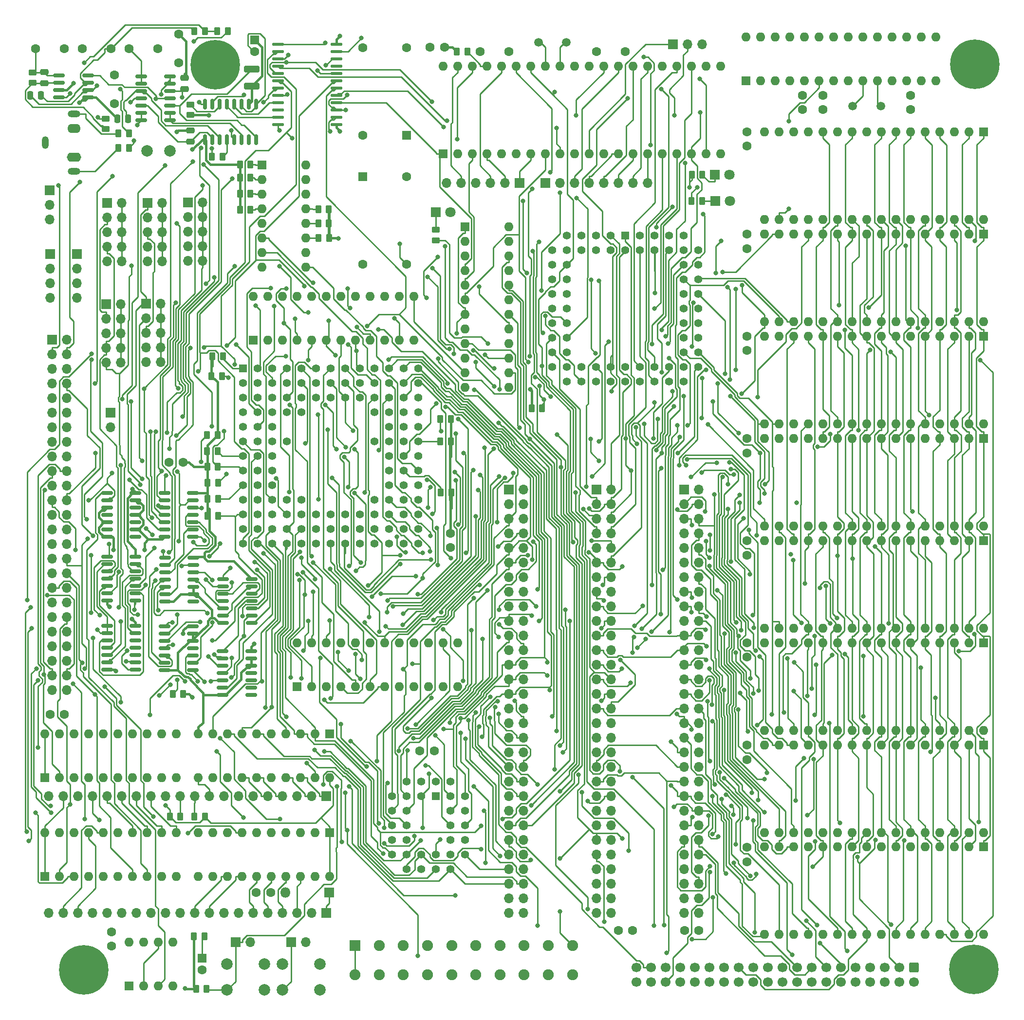
<source format=gtl>
%TF.GenerationSoftware,KiCad,Pcbnew,7.0.10*%
%TF.CreationDate,2024-02-19T01:25:04+02:00*%
%TF.ProjectId,jox030,6a6f7830-3330-42e6-9b69-6361645f7063,rev?*%
%TF.SameCoordinates,Original*%
%TF.FileFunction,Copper,L1,Top*%
%TF.FilePolarity,Positive*%
%FSLAX46Y46*%
G04 Gerber Fmt 4.6, Leading zero omitted, Abs format (unit mm)*
G04 Created by KiCad (PCBNEW 7.0.10) date 2024-02-19 01:25:04*
%MOMM*%
%LPD*%
G01*
G04 APERTURE LIST*
G04 Aperture macros list*
%AMRoundRect*
0 Rectangle with rounded corners*
0 $1 Rounding radius*
0 $2 $3 $4 $5 $6 $7 $8 $9 X,Y pos of 4 corners*
0 Add a 4 corners polygon primitive as box body*
4,1,4,$2,$3,$4,$5,$6,$7,$8,$9,$2,$3,0*
0 Add four circle primitives for the rounded corners*
1,1,$1+$1,$2,$3*
1,1,$1+$1,$4,$5*
1,1,$1+$1,$6,$7*
1,1,$1+$1,$8,$9*
0 Add four rect primitives between the rounded corners*
20,1,$1+$1,$2,$3,$4,$5,0*
20,1,$1+$1,$4,$5,$6,$7,0*
20,1,$1+$1,$6,$7,$8,$9,0*
20,1,$1+$1,$8,$9,$2,$3,0*%
G04 Aperture macros list end*
%TA.AperFunction,ComponentPad*%
%ADD10R,1.700000X1.700000*%
%TD*%
%TA.AperFunction,ComponentPad*%
%ADD11O,1.700000X1.700000*%
%TD*%
%TA.AperFunction,SMDPad,CuDef*%
%ADD12RoundRect,0.250000X0.450000X-0.262500X0.450000X0.262500X-0.450000X0.262500X-0.450000X-0.262500X0*%
%TD*%
%TA.AperFunction,ComponentPad*%
%ADD13R,1.800000X1.800000*%
%TD*%
%TA.AperFunction,ComponentPad*%
%ADD14C,1.800000*%
%TD*%
%TA.AperFunction,ComponentPad*%
%ADD15O,1.800000X1.800000*%
%TD*%
%TA.AperFunction,ComponentPad*%
%ADD16C,1.600000*%
%TD*%
%TA.AperFunction,ComponentPad*%
%ADD17R,1.422400X1.422400*%
%TD*%
%TA.AperFunction,ComponentPad*%
%ADD18C,1.422400*%
%TD*%
%TA.AperFunction,ComponentPad*%
%ADD19R,1.600000X1.600000*%
%TD*%
%TA.AperFunction,ComponentPad*%
%ADD20O,1.600000X1.600000*%
%TD*%
%TA.AperFunction,SMDPad,CuDef*%
%ADD21RoundRect,0.250000X0.262500X0.450000X-0.262500X0.450000X-0.262500X-0.450000X0.262500X-0.450000X0*%
%TD*%
%TA.AperFunction,SMDPad,CuDef*%
%ADD22RoundRect,0.250000X0.475000X-0.250000X0.475000X0.250000X-0.475000X0.250000X-0.475000X-0.250000X0*%
%TD*%
%TA.AperFunction,SMDPad,CuDef*%
%ADD23RoundRect,0.250000X-0.262500X-0.450000X0.262500X-0.450000X0.262500X0.450000X-0.262500X0.450000X0*%
%TD*%
%TA.AperFunction,SMDPad,CuDef*%
%ADD24RoundRect,0.250000X0.250000X0.475000X-0.250000X0.475000X-0.250000X-0.475000X0.250000X-0.475000X0*%
%TD*%
%TA.AperFunction,SMDPad,CuDef*%
%ADD25RoundRect,0.150000X0.825000X0.150000X-0.825000X0.150000X-0.825000X-0.150000X0.825000X-0.150000X0*%
%TD*%
%TA.AperFunction,ComponentPad*%
%ADD26C,0.900000*%
%TD*%
%TA.AperFunction,ComponentPad*%
%ADD27C,8.600000*%
%TD*%
%TA.AperFunction,ComponentPad*%
%ADD28R,1.397000X1.397000*%
%TD*%
%TA.AperFunction,ComponentPad*%
%ADD29C,1.397000*%
%TD*%
%TA.AperFunction,SMDPad,CuDef*%
%ADD30RoundRect,0.250000X-1.100000X0.325000X-1.100000X-0.325000X1.100000X-0.325000X1.100000X0.325000X0*%
%TD*%
%TA.AperFunction,ComponentPad*%
%ADD31C,1.500000*%
%TD*%
%TA.AperFunction,SMDPad,CuDef*%
%ADD32RoundRect,0.150000X-0.825000X-0.150000X0.825000X-0.150000X0.825000X0.150000X-0.825000X0.150000X0*%
%TD*%
%TA.AperFunction,ComponentPad*%
%ADD33O,2.200000X1.200000*%
%TD*%
%TA.AperFunction,ComponentPad*%
%ADD34O,2.300000X1.600000*%
%TD*%
%TA.AperFunction,ComponentPad*%
%ADD35O,1.200000X2.200000*%
%TD*%
%TA.AperFunction,ComponentPad*%
%ADD36O,2.500000X1.600000*%
%TD*%
%TA.AperFunction,SMDPad,CuDef*%
%ADD37RoundRect,0.162500X-0.825000X-0.162500X0.825000X-0.162500X0.825000X0.162500X-0.825000X0.162500X0*%
%TD*%
%TA.AperFunction,SMDPad,CuDef*%
%ADD38RoundRect,0.250000X-0.450000X0.262500X-0.450000X-0.262500X0.450000X-0.262500X0.450000X0.262500X0*%
%TD*%
%TA.AperFunction,ComponentPad*%
%ADD39C,2.000000*%
%TD*%
%TA.AperFunction,SMDPad,CuDef*%
%ADD40RoundRect,0.250000X-0.475000X0.250000X-0.475000X-0.250000X0.475000X-0.250000X0.475000X0.250000X0*%
%TD*%
%TA.AperFunction,SMDPad,CuDef*%
%ADD41RoundRect,0.137500X0.862500X0.137500X-0.862500X0.137500X-0.862500X-0.137500X0.862500X-0.137500X0*%
%TD*%
%TA.AperFunction,ComponentPad*%
%ADD42R,1.900000X1.900000*%
%TD*%
%TA.AperFunction,ComponentPad*%
%ADD43C,1.900000*%
%TD*%
%TA.AperFunction,SMDPad,CuDef*%
%ADD44RoundRect,0.162500X-0.162500X0.750000X-0.162500X-0.750000X0.162500X-0.750000X0.162500X0.750000X0*%
%TD*%
%TA.AperFunction,ComponentPad*%
%ADD45RoundRect,0.250000X-0.600000X0.600000X-0.600000X-0.600000X0.600000X-0.600000X0.600000X0.600000X0*%
%TD*%
%TA.AperFunction,ComponentPad*%
%ADD46C,1.700000*%
%TD*%
%TA.AperFunction,ViaPad*%
%ADD47C,0.800000*%
%TD*%
%TA.AperFunction,Conductor*%
%ADD48C,0.250000*%
%TD*%
%TA.AperFunction,Conductor*%
%ADD49C,0.400000*%
%TD*%
G04 APERTURE END LIST*
D10*
%TO.P,J22,1,Pin_1*%
%TO.N,Net-(J22-Pin_1)*%
X29845000Y-80645000D03*
D11*
%TO.P,J22,2,Pin_2*%
%TO.N,/{slash}BERR*%
X29845000Y-83185000D03*
%TD*%
D12*
%TO.P,R36,1*%
%TO.N,/{slash}RAMOFF*%
X86360000Y-50618400D03*
%TO.P,R36,2*%
%TO.N,Net-(D4-K)*%
X86360000Y-48793400D03*
%TD*%
D13*
%TO.P,D4,1,K*%
%TO.N,Net-(D4-K)*%
X86360000Y-45720000D03*
D14*
%TO.P,D4,2,A*%
%TO.N,+5V*%
X88900000Y-45720000D03*
%TD*%
D13*
%TO.P,D3,1,K*%
%TO.N,Net-(D3-K)*%
X67818000Y-164084000D03*
D15*
%TO.P,D3,2,A*%
%TO.N,+5V*%
X60198000Y-164084000D03*
%TD*%
D16*
%TO.P,C32,1*%
%TO.N,GND*%
X140462000Y-138470000D03*
%TO.P,C32,2*%
%TO.N,+5V*%
X140462000Y-140970000D03*
%TD*%
D17*
%TO.P,U14,1,A18*%
%TO.N,/A18*%
X86360000Y-147320000D03*
D18*
%TO.P,U14,2,A16*%
%TO.N,/A16*%
X83820000Y-144780000D03*
%TO.P,U14,3,A15*%
%TO.N,/A15*%
X83820000Y-147320000D03*
%TO.P,U14,4,A12*%
%TO.N,/A12*%
X81280000Y-144780000D03*
%TO.P,U14,5,A7*%
%TO.N,/A7*%
X78740000Y-147320000D03*
%TO.P,U14,6,A6*%
%TO.N,/A6*%
X81280000Y-147320000D03*
%TO.P,U14,7,A5*%
%TO.N,/A5*%
X78740000Y-149860000D03*
%TO.P,U14,8,A4*%
%TO.N,/A4*%
X81280000Y-149860000D03*
%TO.P,U14,9,A3*%
%TO.N,/A3*%
X78740000Y-152400000D03*
%TO.P,U14,10,A2*%
%TO.N,/A2*%
X81280000Y-152400000D03*
%TO.P,U14,11,A1*%
%TO.N,/A1*%
X78740000Y-154940000D03*
%TO.P,U14,12,A0*%
%TO.N,/A0*%
X81280000Y-154940000D03*
%TO.P,U14,13,D0*%
%TO.N,/D24*%
X78740000Y-157480000D03*
%TO.P,U14,14,D1*%
%TO.N,/D25*%
X81280000Y-160020000D03*
%TO.P,U14,15,D2*%
%TO.N,/D26*%
X81280000Y-157480000D03*
%TO.P,U14,16,GND*%
%TO.N,GND*%
X83820000Y-160020000D03*
%TO.P,U14,17,D3*%
%TO.N,/D27*%
X83820000Y-157480000D03*
%TO.P,U14,18,D4*%
%TO.N,/D28*%
X86360000Y-160020000D03*
%TO.P,U14,19,D5*%
%TO.N,/D29*%
X86360000Y-157480000D03*
%TO.P,U14,20,D6*%
%TO.N,/D30*%
X88900000Y-160020000D03*
%TO.P,U14,21,D7*%
%TO.N,/D31*%
X91440000Y-157480000D03*
%TO.P,U14,22,CE*%
%TO.N,/{slash}ROM*%
X88900000Y-157480000D03*
%TO.P,U14,23,A10*%
%TO.N,/A10*%
X91440000Y-154940000D03*
%TO.P,U14,24,OE*%
%TO.N,/{slash}R*%
X88900000Y-154940000D03*
%TO.P,U14,25,A11*%
%TO.N,/A11*%
X91440000Y-152400000D03*
%TO.P,U14,26,A9*%
%TO.N,/A9*%
X88900000Y-152400000D03*
%TO.P,U14,27,A8*%
%TO.N,/A8*%
X91440000Y-149860000D03*
%TO.P,U14,28,A13*%
%TO.N,/A13*%
X88900000Y-149860000D03*
%TO.P,U14,29,A14*%
%TO.N,/A14*%
X91440000Y-147320000D03*
%TO.P,U14,30,A17*%
%TO.N,/A17*%
X88900000Y-144780000D03*
%TO.P,U14,31,PGM*%
%TO.N,/{slash}8W*%
X88900000Y-147320000D03*
%TO.P,U14,32,VCC*%
%TO.N,+5V*%
X86360000Y-144780000D03*
%TD*%
D10*
%TO.P,J21,1,Pin_1*%
%TO.N,Net-(D3-K)*%
X67305000Y-167640000D03*
D11*
%TO.P,J21,2,Pin_2*%
%TO.N,GND*%
X64765000Y-167640000D03*
%TO.P,J21,3,Pin_3*%
%TO.N,/3V3_A0*%
X62225000Y-167640000D03*
%TO.P,J21,4,Pin_4*%
%TO.N,/3V3_A1*%
X59685000Y-167640000D03*
%TO.P,J21,5,Pin_5*%
%TO.N,/3V3_A2*%
X57145000Y-167640000D03*
%TO.P,J21,6,Pin_6*%
%TO.N,/3V3_A3*%
X54605000Y-167640000D03*
%TO.P,J21,7,Pin_7*%
%TO.N,unconnected-(J21-Pin_7-Pad7)*%
X52065000Y-167640000D03*
%TO.P,J21,8,Pin_8*%
%TO.N,unconnected-(J21-Pin_8-Pad8)*%
X49525000Y-167640000D03*
%TO.P,J21,9,Pin_9*%
%TO.N,/3V3_A4*%
X46985000Y-167640000D03*
%TO.P,J21,10,Pin_10*%
%TO.N,/3V3_A5*%
X44445000Y-167640000D03*
%TO.P,J21,11,Pin_11*%
%TO.N,unconnected-(J21-Pin_11-Pad11)*%
X41905000Y-167640000D03*
%TO.P,J21,12,Pin_12*%
%TO.N,/3V3_A6*%
X39365000Y-167640000D03*
%TO.P,J21,13,Pin_13*%
%TO.N,/3V3_A7*%
X36825000Y-167640000D03*
%TO.P,J21,14,Pin_14*%
%TO.N,/3V3_A8*%
X34285000Y-167640000D03*
%TO.P,J21,15,Pin_15*%
%TO.N,GND*%
X31745000Y-167640000D03*
%TO.P,J21,16,Pin_16*%
%TO.N,+3.3V*%
X29205000Y-167640000D03*
%TO.P,J21,17,Pin_17*%
%TO.N,unconnected-(J21-Pin_17-Pad17)*%
X26665000Y-167640000D03*
%TO.P,J21,18,Pin_18*%
%TO.N,/3V3_A9*%
X24125000Y-167640000D03*
%TO.P,J21,19,Pin_19*%
%TO.N,/3V3_A10*%
X21585000Y-167640000D03*
%TO.P,J21,20,Pin_20*%
%TO.N,unconnected-(J21-Pin_20-Pad20)*%
X19045000Y-167640000D03*
%TD*%
D19*
%TO.P,U5,1,I4*%
%TO.N,/{slash}INT3*%
X56190000Y-37550000D03*
D20*
%TO.P,U5,2,I5*%
%TO.N,/{slash}INT4*%
X56190000Y-40090000D03*
%TO.P,U5,3,I6*%
%TO.N,/{slash}INT5*%
X56190000Y-42630000D03*
%TO.P,U5,4,I7*%
%TO.N,/{slash}INT6*%
X56190000Y-45170000D03*
%TO.P,U5,5,EI*%
%TO.N,GND*%
X56190000Y-47710000D03*
%TO.P,U5,6,S2*%
%TO.N,/~{IPL2}*%
X56190000Y-50250000D03*
%TO.P,U5,7,S1*%
%TO.N,/~{IPL1}*%
X56190000Y-52790000D03*
%TO.P,U5,8,GND*%
%TO.N,GND*%
X56190000Y-55330000D03*
%TO.P,U5,9,S0*%
%TO.N,/~{IPL0}*%
X63810000Y-55330000D03*
%TO.P,U5,10,IO*%
%TO.N,+5V*%
X63810000Y-52790000D03*
%TO.P,U5,11,I1*%
%TO.N,/{slash}INT0*%
X63810000Y-50250000D03*
%TO.P,U5,12,I2*%
%TO.N,/{slash}INT1*%
X63810000Y-47710000D03*
%TO.P,U5,13,I3*%
%TO.N,/{slash}INT2*%
X63810000Y-45170000D03*
%TO.P,U5,14,GS*%
%TO.N,unconnected-(U5-GS-Pad14)*%
X63810000Y-42630000D03*
%TO.P,U5,15,EO*%
%TO.N,unconnected-(U5-EO-Pad15)*%
X63810000Y-40090000D03*
%TO.P,U5,16,VCC*%
%TO.N,+5V*%
X63810000Y-37550000D03*
%TD*%
D16*
%TO.P,C17,1*%
%TO.N,Net-(C17-Pad1)*%
X24932000Y-17272000D03*
%TO.P,C17,2*%
%TO.N,Net-(C15-Pad1)*%
X29932000Y-17272000D03*
%TD*%
%TO.P,C33,1*%
%TO.N,GND*%
X140462000Y-102910000D03*
%TO.P,C33,2*%
%TO.N,+5V*%
X140462000Y-105410000D03*
%TD*%
D10*
%TO.P,J14,1,Pin_1*%
%TO.N,Net-(J14-Pin_1)*%
X51557000Y-172720000D03*
D11*
%TO.P,J14,2,Pin_2*%
%TO.N,GND*%
X54097000Y-172720000D03*
%TD*%
D19*
%TO.P,U33,1,A->B*%
%TO.N,+3.3V*%
X18420000Y-161280000D03*
D20*
%TO.P,U33,2,A0*%
%TO.N,/A8*%
X20960000Y-161280000D03*
%TO.P,U33,3,A1*%
%TO.N,/A9*%
X23500000Y-161280000D03*
%TO.P,U33,4,A2*%
%TO.N,/A10*%
X26040000Y-161280000D03*
%TO.P,U33,5,A3*%
%TO.N,/A11*%
X28580000Y-161280000D03*
%TO.P,U33,6,A4*%
%TO.N,/A12*%
X31120000Y-161280000D03*
%TO.P,U33,7,A5*%
%TO.N,/A13*%
X33660000Y-161280000D03*
%TO.P,U33,8,A6*%
%TO.N,/A14*%
X36200000Y-161280000D03*
%TO.P,U33,9,A7*%
%TO.N,/A15*%
X38740000Y-161280000D03*
%TO.P,U33,10,GND*%
%TO.N,GND*%
X41280000Y-161280000D03*
%TO.P,U33,11,B7*%
%TO.N,/3V3_A15*%
X41280000Y-153660000D03*
%TO.P,U33,12,B6*%
%TO.N,/3V3_A14*%
X38740000Y-153660000D03*
%TO.P,U33,13,B5*%
%TO.N,/3V3_A13*%
X36200000Y-153660000D03*
%TO.P,U33,14,B4*%
%TO.N,/3V3_A12*%
X33660000Y-153660000D03*
%TO.P,U33,15,B3*%
%TO.N,/3V3_A11*%
X31120000Y-153660000D03*
%TO.P,U33,16,B2*%
%TO.N,/3V3_A10*%
X28580000Y-153660000D03*
%TO.P,U33,17,B1*%
%TO.N,/3V3_A9*%
X26040000Y-153660000D03*
%TO.P,U33,18,B0*%
%TO.N,/3V3_A8*%
X23500000Y-153660000D03*
%TO.P,U33,19,CE*%
%TO.N,GND*%
X20960000Y-153660000D03*
%TO.P,U33,20,VCC*%
%TO.N,+3.3V*%
X18420000Y-153660000D03*
%TD*%
D21*
%TO.P,R2,1*%
%TO.N,+5V*%
X88995000Y-81750000D03*
%TO.P,R2,2*%
%TO.N,/~{RST}*%
X87170000Y-81750000D03*
%TD*%
D12*
%TO.P,R27,1*%
%TO.N,Net-(U28A--)*%
X28956000Y-31289000D03*
%TO.P,R27,2*%
%TO.N,Net-(C12-Pad1)*%
X28956000Y-29464000D03*
%TD*%
D22*
%TO.P,C10,1*%
%TO.N,/CH1*%
X43688000Y-33462000D03*
%TO.P,C10,2*%
%TO.N,GND*%
X43688000Y-31562000D03*
%TD*%
D16*
%TO.P,C31,1*%
%TO.N,GND*%
X132140000Y-170730000D03*
%TO.P,C31,2*%
%TO.N,+5V*%
X129640000Y-170730000D03*
%TD*%
D23*
%TO.P,R30,1*%
%TO.N,Net-(C15-Pad1)*%
X44403000Y-14224000D03*
%TO.P,R30,2*%
%TO.N,Net-(U28B--)*%
X46228000Y-14224000D03*
%TD*%
D16*
%TO.P,C34,1*%
%TO.N,GND*%
X140462000Y-120670000D03*
%TO.P,C34,2*%
%TO.N,+5V*%
X140462000Y-123170000D03*
%TD*%
D21*
%TO.P,R35,1*%
%TO.N,+5V*%
X42465000Y-129540000D03*
%TO.P,R35,2*%
%TO.N,Net-(U29A-\u002ADSACK1)*%
X40640000Y-129540000D03*
%TD*%
D16*
%TO.P,C30,1*%
%TO.N,GND*%
X140462000Y-31770000D03*
%TO.P,C30,2*%
%TO.N,+5V*%
X140462000Y-34270000D03*
%TD*%
D24*
%TO.P,C11,1*%
%TO.N,/CH2*%
X32888000Y-29464000D03*
%TO.P,C11,2*%
%TO.N,GND*%
X30988000Y-29464000D03*
%TD*%
D21*
%TO.P,R21,1*%
%TO.N,+5V*%
X48412500Y-84560000D03*
%TO.P,R21,2*%
%TO.N,/{slash}16B*%
X46587500Y-84560000D03*
%TD*%
%TO.P,R20,1*%
%TO.N,+3.3V*%
X46228000Y-150876000D03*
%TO.P,R20,2*%
%TO.N,/{slash}3V3_RD*%
X44403000Y-150876000D03*
%TD*%
D25*
%TO.P,U27,1*%
%TO.N,/MP*%
X40132000Y-29718000D03*
%TO.P,U27,2,-*%
X40132000Y-28448000D03*
%TO.P,U27,3,+*%
%TO.N,/CV*%
X40132000Y-27178000D03*
%TO.P,U27,4,V+*%
%TO.N,+12V*%
X40132000Y-25908000D03*
%TO.P,U27,5,+*%
%TO.N,/AOUT*%
X40132000Y-24638000D03*
%TO.P,U27,6,-*%
%TO.N,Net-(U27B--)*%
X40132000Y-23368000D03*
%TO.P,U27,7*%
X40132000Y-22098000D03*
%TO.P,U27,8*%
%TO.N,Net-(U27C--)*%
X35182000Y-22098000D03*
%TO.P,U27,9,-*%
X35182000Y-23368000D03*
%TO.P,U27,10,+*%
%TO.N,/CH2*%
X35182000Y-24638000D03*
%TO.P,U27,11,V-*%
%TO.N,-12V*%
X35182000Y-25908000D03*
%TO.P,U27,12,+*%
%TO.N,/CH1*%
X35182000Y-27178000D03*
%TO.P,U27,13,-*%
%TO.N,Net-(U27D--)*%
X35182000Y-28448000D03*
%TO.P,U27,14*%
X35182000Y-29718000D03*
%TD*%
D23*
%TO.P,R11,1*%
%TO.N,+5V*%
X46687500Y-98610000D03*
%TO.P,R11,2*%
%TO.N,/{slash}IO*%
X48512500Y-98610000D03*
%TD*%
D26*
%TO.P,H2,1,1*%
%TO.N,GND*%
X44769600Y-20069600D03*
X45714181Y-17789181D03*
X45714181Y-22350019D03*
X47994600Y-16844600D03*
D27*
X47994600Y-20069600D03*
D26*
X47994600Y-23294600D03*
X50275019Y-17789181D03*
X50275019Y-22350019D03*
X51219600Y-20069600D03*
%TD*%
D23*
%TO.P,R25,1*%
%TO.N,+5V*%
X44704000Y-180848000D03*
%TO.P,R25,2*%
%TO.N,Net-(J14-Pin_1)*%
X46529000Y-180848000D03*
%TD*%
D16*
%TO.P,C35,1*%
%TO.N,GND*%
X120590000Y-170750000D03*
%TO.P,C35,2*%
%TO.N,+5V*%
X118090000Y-170750000D03*
%TD*%
D23*
%TO.P,R22,1*%
%TO.N,+3.3V*%
X40132000Y-150876000D03*
%TO.P,R22,2*%
%TO.N,/{slash}3V3_WR*%
X41957000Y-150876000D03*
%TD*%
D10*
%TO.P,J15,1,Pin_1*%
%TO.N,Net-(J15-Pin_1)*%
X61209000Y-172720000D03*
D11*
%TO.P,J15,2,Pin_2*%
%TO.N,GND*%
X63749000Y-172720000D03*
%TD*%
D26*
%TO.P,H1,1,1*%
%TO.N,GND*%
X176869600Y-20044600D03*
X177814181Y-17764181D03*
X177814181Y-22325019D03*
X180094600Y-16819600D03*
D27*
X180094600Y-20044600D03*
D26*
X180094600Y-23269600D03*
X182375019Y-17764181D03*
X182375019Y-22325019D03*
X183319600Y-20044600D03*
%TD*%
D12*
%TO.P,R23,1*%
%TO.N,+5V*%
X43688000Y-28852500D03*
%TO.P,R23,2*%
%TO.N,Net-(U24-FSEL)*%
X43688000Y-27027500D03*
%TD*%
D19*
%TO.P,U9,1,A18*%
%TO.N,/A20*%
X181610000Y-85090000D03*
D20*
%TO.P,U9,2,A16*%
%TO.N,/A18*%
X179070000Y-85090000D03*
%TO.P,U9,3,A14*%
%TO.N,/A16*%
X176530000Y-85090000D03*
%TO.P,U9,4,A12*%
%TO.N,/A14*%
X173990000Y-85090000D03*
%TO.P,U9,5,A7*%
%TO.N,/A9*%
X171450000Y-85090000D03*
%TO.P,U9,6,A6*%
%TO.N,/A8*%
X168910000Y-85090000D03*
%TO.P,U9,7,A5*%
%TO.N,/A7*%
X166370000Y-85090000D03*
%TO.P,U9,8,A4*%
%TO.N,/A6*%
X163830000Y-85090000D03*
%TO.P,U9,9,A3*%
%TO.N,/A5*%
X161290000Y-85090000D03*
%TO.P,U9,10,A2*%
%TO.N,/A4*%
X158750000Y-85090000D03*
%TO.P,U9,11,A1*%
%TO.N,/A3*%
X156210000Y-85090000D03*
%TO.P,U9,12,A0*%
%TO.N,/A2*%
X153670000Y-85090000D03*
%TO.P,U9,13,DQ0*%
%TO.N,/D24*%
X151130000Y-85090000D03*
%TO.P,U9,14,DQ1*%
%TO.N,/D25*%
X148590000Y-85090000D03*
%TO.P,U9,15,DQ2*%
%TO.N,/D26*%
X146050000Y-85090000D03*
%TO.P,U9,16,VSS*%
%TO.N,GND*%
X143510000Y-85090000D03*
%TO.P,U9,17,DQ3*%
%TO.N,/D27*%
X143510000Y-100330000D03*
%TO.P,U9,18,DQ4*%
%TO.N,/D28*%
X146050000Y-100330000D03*
%TO.P,U9,19,DQ5*%
%TO.N,/D29*%
X148590000Y-100330000D03*
%TO.P,U9,20,DQ6*%
%TO.N,/D30*%
X151130000Y-100330000D03*
%TO.P,U9,21,DQ7*%
%TO.N,/D31*%
X153670000Y-100330000D03*
%TO.P,U9,22,CE#*%
%TO.N,/{slash}B0*%
X156210000Y-100330000D03*
%TO.P,U9,23,A10*%
%TO.N,/A12*%
X158750000Y-100330000D03*
%TO.P,U9,24,OE#*%
%TO.N,/{slash}R*%
X161290000Y-100330000D03*
%TO.P,U9,25,A11*%
%TO.N,/A13*%
X163830000Y-100330000D03*
%TO.P,U9,26,A9*%
%TO.N,/A11*%
X166370000Y-100330000D03*
%TO.P,U9,27,A8*%
%TO.N,/A10*%
X168910000Y-100330000D03*
%TO.P,U9,28,A13*%
%TO.N,/A15*%
X171450000Y-100330000D03*
%TO.P,U9,29,WE#*%
%TO.N,/{slash}UUW*%
X173990000Y-100330000D03*
%TO.P,U9,30,A17*%
%TO.N,/A19*%
X176530000Y-100330000D03*
%TO.P,U9,31,A15*%
%TO.N,/A17*%
X179070000Y-100330000D03*
%TO.P,U9,32,VCC*%
%TO.N,+5V*%
X181610000Y-100330000D03*
%TD*%
D28*
%TO.P,U1,A1,BR*%
%TO.N,Net-(U1-BR)*%
X52810000Y-72910000D03*
D29*
%TO.P,U1,A2,A0*%
%TO.N,/A0*%
X55350000Y-72910000D03*
%TO.P,U1,A3,A30*%
%TO.N,/A30*%
X57890000Y-72910000D03*
%TO.P,U1,A4,A28*%
%TO.N,/A28*%
X60430000Y-72910000D03*
%TO.P,U1,A5,A26*%
%TO.N,/A26*%
X62970000Y-72910000D03*
%TO.P,U1,A6,A24*%
%TO.N,/A24*%
X65510000Y-72910000D03*
%TO.P,U1,A7,A23*%
%TO.N,/A23*%
X68050000Y-72910000D03*
%TO.P,U1,A8,A21*%
%TO.N,/A21*%
X70590000Y-72910000D03*
%TO.P,U1,A9,A19*%
%TO.N,/A19*%
X73130000Y-72910000D03*
%TO.P,U1,A10,A17*%
%TO.N,/A17*%
X75670000Y-72910000D03*
%TO.P,U1,A11,A15*%
%TO.N,/A15*%
X78210000Y-72910000D03*
%TO.P,U1,A12,A13*%
%TO.N,/A13*%
X80750000Y-72910000D03*
%TO.P,U1,A13,A10*%
%TO.N,/A10*%
X83290000Y-72910000D03*
%TO.P,U1,B1,RMC*%
%TO.N,unconnected-(U1-RMC-PadB1)*%
X52810000Y-75450000D03*
%TO.P,U1,B2,BG*%
%TO.N,unconnected-(U1-BG-PadB2)*%
X55350000Y-75450000D03*
%TO.P,U1,B3,A31*%
%TO.N,/A31*%
X57890000Y-75450000D03*
%TO.P,U1,B4,A29*%
%TO.N,/A29*%
X60430000Y-75450000D03*
%TO.P,U1,B5,A27*%
%TO.N,/A27*%
X62970000Y-75450000D03*
%TO.P,U1,B6,A25*%
%TO.N,/A25*%
X65510000Y-75450000D03*
%TO.P,U1,B7,A22*%
%TO.N,/A22*%
X68050000Y-75450000D03*
%TO.P,U1,B8,A20*%
%TO.N,/A20*%
X70590000Y-75450000D03*
%TO.P,U1,B9,A16*%
%TO.N,/A16*%
X73130000Y-75450000D03*
%TO.P,U1,B10,A14*%
%TO.N,/A14*%
X75670000Y-75450000D03*
%TO.P,U1,B11,A12*%
%TO.N,/A12*%
X78210000Y-75450000D03*
%TO.P,U1,B12,A8*%
%TO.N,/A8*%
X80750000Y-75450000D03*
%TO.P,U1,B13,A7*%
%TO.N,/A7*%
X83290000Y-75450000D03*
%TO.P,U1,C1,FC1*%
%TO.N,Net-(U1-FC1)*%
X52810000Y-77990000D03*
%TO.P,U1,C2,CIOUT*%
%TO.N,unconnected-(U1-CIOUT-PadC2)*%
X55350000Y-77990000D03*
%TO.P,U1,C3,BGACK*%
%TO.N,Net-(U1-BGACK)*%
X57890000Y-77990000D03*
%TO.P,U1,C4,A1*%
%TO.N,/A1*%
X60430000Y-77990000D03*
%TO.P,U1,C5,GND*%
%TO.N,GND*%
X62970000Y-77990000D03*
%TO.P,U1,C6,VCC*%
%TO.N,+5V*%
X65510000Y-77990000D03*
%TO.P,U1,C7,GND*%
%TO.N,GND*%
X68050000Y-77990000D03*
%TO.P,U1,C8,A18*%
%TO.N,/A18*%
X70590000Y-77990000D03*
%TO.P,U1,C9,GND*%
%TO.N,GND*%
X73130000Y-77990000D03*
%TO.P,U1,C10,A11*%
%TO.N,/A11*%
X75670000Y-77990000D03*
%TO.P,U1,C11,A9*%
%TO.N,/A9*%
X78210000Y-77990000D03*
%TO.P,U1,C12,A5*%
%TO.N,/A5*%
X80750000Y-77990000D03*
%TO.P,U1,C13,A4*%
%TO.N,/A4*%
X83290000Y-77990000D03*
%TO.P,U1,D1,FC2*%
%TO.N,Net-(U1-FC2)*%
X52810000Y-80530000D03*
%TO.P,U1,D2,FC0*%
%TO.N,/FC0*%
X55350000Y-80530000D03*
%TO.P,U1,D3,OCS*%
%TO.N,unconnected-(U1-OCS-PadD3)*%
X57890000Y-80530000D03*
%TO.P,U1,D4,VCC*%
%TO.N,+5V*%
X60430000Y-80530000D03*
%TO.P,U1,D5,NC*%
%TO.N,unconnected-(U1-NC-PadD5)*%
X62970000Y-80530000D03*
%TO.P,U1,D10,VCC*%
%TO.N,+5V*%
X75670000Y-80530000D03*
%TO.P,U1,D11,A6*%
%TO.N,/A6*%
X78210000Y-80530000D03*
%TO.P,U1,D12,A3*%
%TO.N,/A3*%
X80750000Y-80530000D03*
%TO.P,U1,D13,A2*%
%TO.N,/A2*%
X83290000Y-80530000D03*
%TO.P,U1,E1,CLK*%
%TO.N,/CPUCLK*%
X52810000Y-83070000D03*
%TO.P,U1,E2,AVEC*%
%TO.N,/{slash}AVEC*%
X55350000Y-83070000D03*
%TO.P,U1,E3,GND*%
%TO.N,GND*%
X57890000Y-83070000D03*
%TO.P,U1,E11,GND*%
X78210000Y-83070000D03*
%TO.P,U1,E12,NC*%
%TO.N,unconnected-(U1-NC-PadE12)*%
X80750000Y-83070000D03*
%TO.P,U1,E13,IPEND*%
%TO.N,unconnected-(U1-IPEND-PadE13)*%
X83290000Y-83070000D03*
%TO.P,U1,F1,DSACK0*%
%TO.N,/{slash}DSACK0*%
X52810000Y-85610000D03*
%TO.P,U1,F2,VCC*%
%TO.N,+5V*%
X55350000Y-85610000D03*
%TO.P,U1,F3,GND*%
%TO.N,GND*%
X57890000Y-85610000D03*
%TO.P,U1,F4,NC*%
%TO.N,unconnected-(U1-NC-PadF4)*%
X60430000Y-85610000D03*
%TO.P,U1,F10,NC*%
%TO.N,unconnected-(U1-NC-PadF10)*%
X75670000Y-85610000D03*
%TO.P,U1,F11,VCC*%
%TO.N,+5V*%
X78210000Y-85610000D03*
%TO.P,U1,F12,RESET*%
%TO.N,/~{RST}*%
X80750000Y-85610000D03*
%TO.P,U1,F13,MMUDIS*%
%TO.N,Net-(U1-MMUDIS)*%
X83290000Y-85610000D03*
%TO.P,U1,G1,STERM*%
%TO.N,Net-(U1-STERM)*%
X52810000Y-88150000D03*
%TO.P,U1,G2,DSACK1*%
%TO.N,/{slash}DSACK1*%
X55350000Y-88150000D03*
%TO.P,U1,G3,GND*%
%TO.N,GND*%
X57890000Y-88150000D03*
%TO.P,U1,G11,GND*%
X78210000Y-88150000D03*
%TO.P,U1,G12,IPL2*%
%TO.N,/~{IPL2}*%
X80750000Y-88150000D03*
%TO.P,U1,G13,IPL1*%
%TO.N,/~{IPL1}*%
X83290000Y-88150000D03*
%TO.P,U1,H1,BERR*%
%TO.N,/{slash}BERR*%
X52810000Y-90690000D03*
%TO.P,U1,H2,HALT*%
%TO.N,Net-(U1-HALT)*%
X55350000Y-90690000D03*
%TO.P,U1,H3,VCC*%
%TO.N,+5V*%
X57890000Y-90690000D03*
%TO.P,U1,H11,VCC*%
X78210000Y-90690000D03*
%TO.P,U1,H12,CDIS*%
%TO.N,Net-(U1-CDIS)*%
X80750000Y-90690000D03*
%TO.P,U1,H13,IPL0*%
%TO.N,/~{IPL0}*%
X83290000Y-90690000D03*
%TO.P,U1,J1,CBACK*%
%TO.N,Net-(U1-CBACK)*%
X52810000Y-93230000D03*
%TO.P,U1,J2,AS*%
%TO.N,/{slash}AS*%
X55350000Y-93230000D03*
%TO.P,U1,J3,GND*%
%TO.N,GND*%
X57890000Y-93230000D03*
%TO.P,U1,J11,GND*%
X78210000Y-93230000D03*
%TO.P,U1,J12,STATUS*%
%TO.N,unconnected-(U1-STATUS-PadJ12)*%
X80750000Y-93230000D03*
%TO.P,U1,J13,REFILL*%
%TO.N,unconnected-(U1-REFILL-PadJ13)*%
X83290000Y-93230000D03*
%TO.P,U1,K1,CBREQ*%
%TO.N,unconnected-(U1-CBREQ-PadK1)*%
X52810000Y-95770000D03*
%TO.P,U1,K2,DS*%
%TO.N,/{slash}DS*%
X55350000Y-95770000D03*
%TO.P,U1,K3,SIZ1*%
%TO.N,/SIZ1*%
X57890000Y-95770000D03*
%TO.P,U1,K4,VCC*%
%TO.N,+5V*%
X60430000Y-95770000D03*
%TO.P,U1,K5,NC*%
%TO.N,unconnected-(U1-NC-PadK5)*%
X62970000Y-95770000D03*
%TO.P,U1,K10,VCC*%
%TO.N,+5V*%
X75670000Y-95770000D03*
%TO.P,U1,K11,D5*%
%TO.N,/D5*%
X78210000Y-95770000D03*
%TO.P,U1,K12,D1*%
%TO.N,/D1*%
X80750000Y-95770000D03*
%TO.P,U1,K13,D0*%
%TO.N,/D0*%
X83290000Y-95770000D03*
%TO.P,U1,L1,CIIN*%
%TO.N,/{slash}IO*%
X52810000Y-98310000D03*
%TO.P,U1,L2,SIZ0*%
%TO.N,/SIZ0*%
X55350000Y-98310000D03*
%TO.P,U1,L3,R/W*%
%TO.N,/R{slash}W*%
X57890000Y-98310000D03*
%TO.P,U1,L4,D30*%
%TO.N,/D30*%
X60430000Y-98310000D03*
%TO.P,U1,L5,GND*%
%TO.N,GND*%
X62970000Y-98310000D03*
%TO.P,U1,L6,VCC*%
%TO.N,+5V*%
X65510000Y-98310000D03*
%TO.P,U1,L7,GND*%
%TO.N,GND*%
X68050000Y-98310000D03*
%TO.P,U1,L8,GND*%
X70590000Y-98310000D03*
%TO.P,U1,L9,GND*%
X73130000Y-98310000D03*
%TO.P,U1,L10,D10*%
%TO.N,/D10*%
X75670000Y-98310000D03*
%TO.P,U1,L11,D7*%
%TO.N,/D7*%
X78210000Y-98310000D03*
%TO.P,U1,L12,D4*%
%TO.N,/D4*%
X80750000Y-98310000D03*
%TO.P,U1,L13,D2*%
%TO.N,/D2*%
X83290000Y-98310000D03*
%TO.P,U1,M1,DBEN*%
%TO.N,unconnected-(U1-DBEN-PadM1)*%
X52810000Y-100850000D03*
%TO.P,U1,M2,ECS*%
%TO.N,unconnected-(U1-ECS-PadM2)*%
X55350000Y-100850000D03*
%TO.P,U1,M3,D29*%
%TO.N,/D29*%
X57890000Y-100850000D03*
%TO.P,U1,M4,D27*%
%TO.N,/D27*%
X60430000Y-100850000D03*
%TO.P,U1,M5,D24*%
%TO.N,/D24*%
X62970000Y-100850000D03*
%TO.P,U1,M6,D22*%
%TO.N,/D22*%
X65510000Y-100850000D03*
%TO.P,U1,M7,D20*%
%TO.N,/D20*%
X68050000Y-100850000D03*
%TO.P,U1,M8,D17*%
%TO.N,/D17*%
X70590000Y-100850000D03*
%TO.P,U1,M9,D14*%
%TO.N,/D14*%
X73130000Y-100850000D03*
%TO.P,U1,M10,D12*%
%TO.N,/D12*%
X75670000Y-100850000D03*
%TO.P,U1,M11,D9*%
%TO.N,/D9*%
X78210000Y-100850000D03*
%TO.P,U1,M12,D6*%
%TO.N,/D6*%
X80750000Y-100850000D03*
%TO.P,U1,M13,D3*%
%TO.N,/D3*%
X83290000Y-100850000D03*
%TO.P,U1,N1,D31*%
%TO.N,/D31*%
X52810000Y-103390000D03*
%TO.P,U1,N2,D28*%
%TO.N,/D28*%
X55350000Y-103390000D03*
%TO.P,U1,N3,D26*%
%TO.N,/D26*%
X57890000Y-103390000D03*
%TO.P,U1,N4,D25*%
%TO.N,/D25*%
X60430000Y-103390000D03*
%TO.P,U1,N5,D23*%
%TO.N,/D23*%
X62970000Y-103390000D03*
%TO.P,U1,N6,D21*%
%TO.N,/D21*%
X65510000Y-103390000D03*
%TO.P,U1,N7,D19*%
%TO.N,/D19*%
X68050000Y-103390000D03*
%TO.P,U1,N8,D18*%
%TO.N,/D18*%
X70590000Y-103390000D03*
%TO.P,U1,N9,D16*%
%TO.N,/D16*%
X73130000Y-103390000D03*
%TO.P,U1,N10,D15*%
%TO.N,/D15*%
X75670000Y-103390000D03*
%TO.P,U1,N11,D13*%
%TO.N,/D13*%
X78210000Y-103390000D03*
%TO.P,U1,N12,D11*%
%TO.N,/D11*%
X80750000Y-103390000D03*
%TO.P,U1,N13,D8*%
%TO.N,/D8*%
X83290000Y-103390000D03*
%TD*%
D19*
%TO.P,X2,1,EN*%
%TO.N,+5V*%
X81280000Y-32385000D03*
D16*
%TO.P,X2,7,GND*%
%TO.N,GND*%
X81280000Y-17145000D03*
%TO.P,X2,8,OUT*%
%TO.N,Net-(U21-M)*%
X73660000Y-17145000D03*
%TO.P,X2,14,Vcc*%
%TO.N,+5V*%
X73660000Y-32385000D03*
%TD*%
D10*
%TO.P,J17,1,Pin_1*%
%TO.N,/{slash}AS*%
X35975000Y-61650000D03*
D11*
%TO.P,J17,2,Pin_2*%
%TO.N,Net-(J17-Pin_10)*%
X38515000Y-61650000D03*
%TO.P,J17,3,Pin_3*%
%TO.N,/{slash}WAIT_0*%
X35975000Y-64190000D03*
%TO.P,J17,4,Pin_4*%
%TO.N,Net-(J17-Pin_10)*%
X38515000Y-64190000D03*
%TO.P,J17,5,Pin_5*%
%TO.N,/{slash}WAIT_1*%
X35975000Y-66730000D03*
%TO.P,J17,6,Pin_6*%
%TO.N,Net-(J17-Pin_10)*%
X38515000Y-66730000D03*
%TO.P,J17,7,Pin_7*%
%TO.N,/{slash}WAIT_2*%
X35975000Y-69270000D03*
%TO.P,J17,8,Pin_8*%
%TO.N,Net-(J17-Pin_10)*%
X38515000Y-69270000D03*
%TO.P,J17,9,Pin_9*%
%TO.N,/{slash}WAIT_3*%
X35975000Y-71810000D03*
%TO.P,J17,10,Pin_10*%
%TO.N,Net-(J17-Pin_10)*%
X38515000Y-71810000D03*
%TD*%
D19*
%TO.P,U34,1,A->B*%
%TO.N,+3.3V*%
X18420000Y-144135000D03*
D20*
%TO.P,U34,2,A0*%
%TO.N,/{slash}8W*%
X20960000Y-144135000D03*
%TO.P,U34,3,A1*%
%TO.N,/{slash}R*%
X23500000Y-144135000D03*
%TO.P,U34,4,A2*%
%TO.N,GND*%
X26040000Y-144135000D03*
%TO.P,U34,5,A3*%
X28580000Y-144135000D03*
%TO.P,U34,6,A4*%
X31120000Y-144135000D03*
%TO.P,U34,7,A5*%
X33660000Y-144135000D03*
%TO.P,U34,8,A6*%
X36200000Y-144135000D03*
%TO.P,U34,9,A7*%
X38740000Y-144135000D03*
%TO.P,U34,10,GND*%
X41280000Y-144135000D03*
%TO.P,U34,11,B7*%
%TO.N,unconnected-(U34-B7-Pad11)*%
X41280000Y-136515000D03*
%TO.P,U34,12,B6*%
%TO.N,unconnected-(U34-B6-Pad12)*%
X38740000Y-136515000D03*
%TO.P,U34,13,B5*%
%TO.N,unconnected-(U34-B5-Pad13)*%
X36200000Y-136515000D03*
%TO.P,U34,14,B4*%
%TO.N,unconnected-(U34-B4-Pad14)*%
X33660000Y-136515000D03*
%TO.P,U34,15,B3*%
%TO.N,unconnected-(U34-B3-Pad15)*%
X31120000Y-136515000D03*
%TO.P,U34,16,B2*%
%TO.N,unconnected-(U34-B2-Pad16)*%
X28580000Y-136515000D03*
%TO.P,U34,17,B1*%
%TO.N,/{slash}3V3_RD*%
X26040000Y-136515000D03*
%TO.P,U34,18,B0*%
%TO.N,/{slash}3V3_WR*%
X23500000Y-136515000D03*
%TO.P,U34,19,CE*%
%TO.N,/{slash}IO4*%
X20960000Y-136515000D03*
%TO.P,U34,20,VCC*%
%TO.N,+3.3V*%
X18420000Y-136515000D03*
%TD*%
D10*
%TO.P,J1,1,Pin_1*%
%TO.N,Net-(J1-Pin_1)*%
X105410000Y-40640000D03*
D11*
%TO.P,J1,2,Pin_2*%
%TO.N,Net-(J1-Pin_2)*%
X107950000Y-40640000D03*
%TO.P,J1,3,Pin_3*%
%TO.N,Net-(J1-Pin_3)*%
X110490000Y-40640000D03*
%TO.P,J1,4,Pin_4*%
%TO.N,Net-(J1-Pin_4)*%
X113030000Y-40640000D03*
%TO.P,J1,5,Pin_5*%
%TO.N,Net-(J1-Pin_5)*%
X115570000Y-40640000D03*
%TO.P,J1,6,Pin_6*%
%TO.N,Net-(J1-Pin_6)*%
X118110000Y-40640000D03*
%TO.P,J1,7,Pin_7*%
%TO.N,Net-(J1-Pin_7)*%
X120650000Y-40640000D03*
%TO.P,J1,8,Pin_8*%
%TO.N,Net-(J1-Pin_8)*%
X123190000Y-40640000D03*
%TD*%
D16*
%TO.P,C16,1*%
%TO.N,Net-(C16-Pad1)*%
X21804000Y-17272000D03*
%TO.P,C16,2*%
%TO.N,Net-(C14-Pad2)*%
X16804000Y-17272000D03*
%TD*%
D23*
%TO.P,R7,1*%
%TO.N,+5V*%
X52317500Y-37440000D03*
%TO.P,R7,2*%
%TO.N,/{slash}INT3*%
X54142500Y-37440000D03*
%TD*%
D16*
%TO.P,C28,1*%
%TO.N,GND*%
X150114000Y-27920000D03*
%TO.P,C28,2*%
%TO.N,+5V*%
X150114000Y-25420000D03*
%TD*%
D10*
%TO.P,J18,1,Pin_1*%
%TO.N,/{slash}AS*%
X29100000Y-61750000D03*
D11*
%TO.P,J18,2,Pin_2*%
%TO.N,Net-(J18-Pin_10)*%
X31640000Y-61750000D03*
%TO.P,J18,3,Pin_3*%
%TO.N,/{slash}WAIT_0*%
X29100000Y-64290000D03*
%TO.P,J18,4,Pin_4*%
%TO.N,Net-(J18-Pin_10)*%
X31640000Y-64290000D03*
%TO.P,J18,5,Pin_5*%
%TO.N,/{slash}WAIT_1*%
X29100000Y-66830000D03*
%TO.P,J18,6,Pin_6*%
%TO.N,Net-(J18-Pin_10)*%
X31640000Y-66830000D03*
%TO.P,J18,7,Pin_7*%
%TO.N,/{slash}WAIT_2*%
X29100000Y-69370000D03*
%TO.P,J18,8,Pin_8*%
%TO.N,Net-(J18-Pin_10)*%
X31640000Y-69370000D03*
%TO.P,J18,9,Pin_9*%
%TO.N,/{slash}WAIT_3*%
X29100000Y-71910000D03*
%TO.P,J18,10,Pin_10*%
%TO.N,Net-(J18-Pin_10)*%
X31640000Y-71910000D03*
%TD*%
D10*
%TO.P,J20,1,Pin_1*%
%TO.N,/{slash}AS*%
X43270000Y-44050000D03*
D11*
%TO.P,J20,2,Pin_2*%
%TO.N,Net-(J20-Pin_10)*%
X45810000Y-44050000D03*
%TO.P,J20,3,Pin_3*%
%TO.N,/{slash}WAIT_0*%
X43270000Y-46590000D03*
%TO.P,J20,4,Pin_4*%
%TO.N,Net-(J20-Pin_10)*%
X45810000Y-46590000D03*
%TO.P,J20,5,Pin_5*%
%TO.N,/{slash}WAIT_1*%
X43270000Y-49130000D03*
%TO.P,J20,6,Pin_6*%
%TO.N,Net-(J20-Pin_10)*%
X45810000Y-49130000D03*
%TO.P,J20,7,Pin_7*%
%TO.N,/{slash}WAIT_2*%
X43270000Y-51670000D03*
%TO.P,J20,8,Pin_8*%
%TO.N,Net-(J20-Pin_10)*%
X45810000Y-51670000D03*
%TO.P,J20,9,Pin_9*%
%TO.N,/{slash}WAIT_3*%
X43270000Y-54210000D03*
%TO.P,J20,10,Pin_10*%
%TO.N,Net-(J20-Pin_10)*%
X45810000Y-54210000D03*
%TD*%
D26*
%TO.P,H4,1,1*%
%TO.N,GND*%
X21900000Y-177550000D03*
X22844581Y-175269581D03*
X22844581Y-179830419D03*
X25125000Y-174325000D03*
D27*
X25125000Y-177550000D03*
D26*
X25125000Y-180775000D03*
X27405419Y-175269581D03*
X27405419Y-179830419D03*
X28350000Y-177550000D03*
%TD*%
D19*
%TO.P,U16,1,RS1*%
%TO.N,/A0*%
X87630000Y-35560000D03*
D20*
%TO.P,U16,2,IP3*%
%TO.N,Net-(J2-Pin_4)*%
X90170000Y-35560000D03*
%TO.P,U16,3,RS2*%
%TO.N,/A1*%
X92710000Y-35560000D03*
%TO.P,U16,4,IP1*%
%TO.N,Net-(J2-Pin_2)*%
X95250000Y-35560000D03*
%TO.P,U16,5,RS3*%
%TO.N,/A2*%
X97790000Y-35560000D03*
%TO.P,U16,6,RS4*%
%TO.N,/A3*%
X100330000Y-35560000D03*
%TO.P,U16,7,IP0*%
%TO.N,Net-(J2-Pin_1)*%
X102870000Y-35560000D03*
%TO.P,U16,8,R/W*%
%TO.N,/R{slash}W*%
X105410000Y-35560000D03*
%TO.P,U16,9,DTACK*%
%TO.N,/{slash}UART_DTACK*%
X107950000Y-35560000D03*
%TO.P,U16,10,RXDB*%
%TO.N,Net-(J4-Pin_2)*%
X110490000Y-35560000D03*
%TO.P,U16,11,TXDB*%
%TO.N,Net-(J4-Pin_1)*%
X113030000Y-35560000D03*
%TO.P,U16,12,OP1*%
%TO.N,Net-(J1-Pin_2)*%
X115570000Y-35560000D03*
%TO.P,U16,13,OP3*%
%TO.N,Net-(J1-Pin_4)*%
X118110000Y-35560000D03*
%TO.P,U16,14,OP5*%
%TO.N,Net-(J1-Pin_6)*%
X120650000Y-35560000D03*
%TO.P,U16,15,OP7*%
%TO.N,Net-(J1-Pin_8)*%
X123190000Y-35560000D03*
%TO.P,U16,16,D1*%
%TO.N,/D25*%
X125730000Y-35560000D03*
%TO.P,U16,17,D3*%
%TO.N,/D27*%
X128270000Y-35560000D03*
%TO.P,U16,18,D5*%
%TO.N,/D29*%
X130810000Y-35560000D03*
%TO.P,U16,19,D7*%
%TO.N,/D31*%
X133350000Y-35560000D03*
%TO.P,U16,20,GND*%
%TO.N,GND*%
X135890000Y-35560000D03*
%TO.P,U16,21,IRQ*%
%TO.N,/{slash}INT5*%
X135890000Y-20320000D03*
%TO.P,U16,22,D6*%
%TO.N,/D30*%
X133350000Y-20320000D03*
%TO.P,U16,23,D4*%
%TO.N,/D28*%
X130810000Y-20320000D03*
%TO.P,U16,24,D2*%
%TO.N,/D26*%
X128270000Y-20320000D03*
%TO.P,U16,25,D0*%
%TO.N,/D24*%
X125730000Y-20320000D03*
%TO.P,U16,26,OP6*%
%TO.N,Net-(J1-Pin_7)*%
X123190000Y-20320000D03*
%TO.P,U16,27,OP4*%
%TO.N,Net-(J1-Pin_5)*%
X120650000Y-20320000D03*
%TO.P,U16,28,OP2*%
%TO.N,Net-(J1-Pin_3)*%
X118110000Y-20320000D03*
%TO.P,U16,29,OP0*%
%TO.N,Net-(J1-Pin_1)*%
X115570000Y-20320000D03*
%TO.P,U16,30,TXDA*%
%TO.N,Net-(J3-Pin_1)*%
X113030000Y-20320000D03*
%TO.P,U16,31,RXDA*%
%TO.N,Net-(J3-Pin_2)*%
X110490000Y-20320000D03*
%TO.P,U16,32,X1/CLK*%
%TO.N,Net-(U16-X1{slash}CLK)*%
X107950000Y-20320000D03*
%TO.P,U16,33,X2*%
%TO.N,Net-(U16-X2)*%
X105410000Y-20320000D03*
%TO.P,U16,34,RESET*%
%TO.N,/~{RST}*%
X102870000Y-20320000D03*
%TO.P,U16,35,CS*%
%TO.N,/{slash}IO0*%
X100330000Y-20320000D03*
%TO.P,U16,36,IP2*%
%TO.N,Net-(J2-Pin_3)*%
X97790000Y-20320000D03*
%TO.P,U16,37,IACK*%
%TO.N,Net-(U16-IACK)*%
X95250000Y-20320000D03*
%TO.P,U16,38,IP5*%
%TO.N,Net-(J2-Pin_6)*%
X92710000Y-20320000D03*
%TO.P,U16,39,IP4*%
%TO.N,Net-(J2-Pin_5)*%
X90170000Y-20320000D03*
%TO.P,U16,40,VCC*%
%TO.N,+5V*%
X87630000Y-20320000D03*
%TD*%
D19*
%TO.P,U32,1,A->B*%
%TO.N,+3.3V*%
X67945000Y-153670000D03*
D20*
%TO.P,U32,2,A0*%
%TO.N,/A0*%
X65405000Y-153670000D03*
%TO.P,U32,3,A1*%
%TO.N,/A1*%
X62865000Y-153670000D03*
%TO.P,U32,4,A2*%
%TO.N,/A2*%
X60325000Y-153670000D03*
%TO.P,U32,5,A3*%
%TO.N,/A3*%
X57785000Y-153670000D03*
%TO.P,U32,6,A4*%
%TO.N,/A4*%
X55245000Y-153670000D03*
%TO.P,U32,7,A5*%
%TO.N,/A5*%
X52705000Y-153670000D03*
%TO.P,U32,8,A6*%
%TO.N,/A6*%
X50165000Y-153670000D03*
%TO.P,U32,9,A7*%
%TO.N,/A7*%
X47625000Y-153670000D03*
%TO.P,U32,10,GND*%
%TO.N,GND*%
X45085000Y-153670000D03*
%TO.P,U32,11,B7*%
%TO.N,/3V3_A7*%
X45085000Y-161290000D03*
%TO.P,U32,12,B6*%
%TO.N,/3V3_A6*%
X47625000Y-161290000D03*
%TO.P,U32,13,B5*%
%TO.N,/3V3_A5*%
X50165000Y-161290000D03*
%TO.P,U32,14,B4*%
%TO.N,/3V3_A4*%
X52705000Y-161290000D03*
%TO.P,U32,15,B3*%
%TO.N,/3V3_A3*%
X55245000Y-161290000D03*
%TO.P,U32,16,B2*%
%TO.N,/3V3_A2*%
X57785000Y-161290000D03*
%TO.P,U32,17,B1*%
%TO.N,/3V3_A1*%
X60325000Y-161290000D03*
%TO.P,U32,18,B0*%
%TO.N,/3V3_A0*%
X62865000Y-161290000D03*
%TO.P,U32,19,CE*%
%TO.N,GND*%
X65405000Y-161290000D03*
%TO.P,U32,20,VCC*%
%TO.N,+3.3V*%
X67945000Y-161290000D03*
%TD*%
D23*
%TO.P,R18,1*%
%TO.N,+5V*%
X90019500Y-17780000D03*
%TO.P,R18,2*%
%TO.N,Net-(U16-IACK)*%
X91844500Y-17780000D03*
%TD*%
%TO.P,R15,1*%
%TO.N,+5V*%
X47527500Y-70830000D03*
%TO.P,R15,2*%
%TO.N,Net-(U1-BR)*%
X49352500Y-70830000D03*
%TD*%
%TO.P,R9,1*%
%TO.N,+5V*%
X52337500Y-42570000D03*
%TO.P,R9,2*%
%TO.N,/{slash}INT5*%
X54162500Y-42570000D03*
%TD*%
D30*
%TO.P,C8,1*%
%TO.N,/CV*%
X54356000Y-20877000D03*
%TO.P,C8,2*%
%TO.N,GND*%
X54356000Y-23827000D03*
%TD*%
D23*
%TO.P,R34,1*%
%TO.N,+5V*%
X103047500Y-79850000D03*
%TO.P,R34,2*%
%TO.N,Net-(U29A-\u002ADSACK0)*%
X104872500Y-79850000D03*
%TD*%
D19*
%TO.P,U2,1,GND*%
%TO.N,GND*%
X33020000Y-180340000D03*
D20*
%TO.P,U2,2,TR*%
%TO.N,Net-(J15-Pin_1)*%
X35560000Y-180340000D03*
%TO.P,U2,3,Q*%
%TO.N,Net-(U2-Q)*%
X38100000Y-180340000D03*
%TO.P,U2,4,R*%
%TO.N,+5V*%
X40640000Y-180340000D03*
%TO.P,U2,5,CV*%
%TO.N,unconnected-(U2-CV-Pad5)*%
X40640000Y-172720000D03*
%TO.P,U2,6,THR*%
%TO.N,Net-(J15-Pin_1)*%
X38100000Y-172720000D03*
%TO.P,U2,7,DIS*%
%TO.N,unconnected-(U2-DIS-Pad7)*%
X35560000Y-172720000D03*
%TO.P,U2,8,VCC*%
%TO.N,+5V*%
X33020000Y-172720000D03*
%TD*%
D10*
%TO.P,J6,1,Pin_1*%
%TO.N,/A21*%
X99060000Y-93980000D03*
D11*
%TO.P,J6,2,Pin_2*%
%TO.N,/D0*%
X101600000Y-93980000D03*
%TO.P,J6,3,Pin_3*%
%TO.N,/A2*%
X99060000Y-96520000D03*
%TO.P,J6,4,Pin_4*%
%TO.N,/D1*%
X101600000Y-96520000D03*
%TO.P,J6,5,Pin_5*%
%TO.N,/A3*%
X99060000Y-99060000D03*
%TO.P,J6,6,Pin_6*%
%TO.N,/D2*%
X101600000Y-99060000D03*
%TO.P,J6,7,Pin_7*%
%TO.N,/A4*%
X99060000Y-101600000D03*
%TO.P,J6,8,Pin_8*%
%TO.N,/D3*%
X101600000Y-101600000D03*
%TO.P,J6,9,Pin_9*%
%TO.N,/A5*%
X99060000Y-104140000D03*
%TO.P,J6,10,Pin_10*%
%TO.N,/D4*%
X101600000Y-104140000D03*
%TO.P,J6,11,Pin_11*%
%TO.N,/A6*%
X99060000Y-106680000D03*
%TO.P,J6,12,Pin_12*%
%TO.N,/D5*%
X101600000Y-106680000D03*
%TO.P,J6,13,Pin_13*%
%TO.N,/A7*%
X99060000Y-109220000D03*
%TO.P,J6,14,Pin_14*%
%TO.N,/D6*%
X101600000Y-109220000D03*
%TO.P,J6,15,Pin_15*%
%TO.N,/A8*%
X99060000Y-111760000D03*
%TO.P,J6,16,Pin_16*%
%TO.N,/D7*%
X101600000Y-111760000D03*
%TO.P,J6,17,Pin_17*%
%TO.N,/A9*%
X99060000Y-114300000D03*
%TO.P,J6,18,Pin_18*%
%TO.N,/D8*%
X101600000Y-114300000D03*
%TO.P,J6,19,Pin_19*%
%TO.N,/A10*%
X99060000Y-116840000D03*
%TO.P,J6,20,Pin_20*%
%TO.N,/D9*%
X101600000Y-116840000D03*
%TO.P,J6,21,Pin_21*%
%TO.N,/A11*%
X99060000Y-119380000D03*
%TO.P,J6,22,Pin_22*%
%TO.N,/D10*%
X101600000Y-119380000D03*
%TO.P,J6,23,Pin_23*%
%TO.N,/A12*%
X99060000Y-121920000D03*
%TO.P,J6,24,Pin_24*%
%TO.N,/D11*%
X101600000Y-121920000D03*
%TO.P,J6,25,Pin_25*%
%TO.N,/A13*%
X99060000Y-124460000D03*
%TO.P,J6,26,Pin_26*%
%TO.N,/D12*%
X101600000Y-124460000D03*
%TO.P,J6,27,Pin_27*%
%TO.N,/A14*%
X99060000Y-127000000D03*
%TO.P,J6,28,Pin_28*%
%TO.N,/D13*%
X101600000Y-127000000D03*
%TO.P,J6,29,Pin_29*%
%TO.N,/A15*%
X99060000Y-129540000D03*
%TO.P,J6,30,Pin_30*%
%TO.N,/D14*%
X101600000Y-129540000D03*
%TO.P,J6,31,Pin_31*%
%TO.N,/A16*%
X99060000Y-132080000D03*
%TO.P,J6,32,Pin_32*%
%TO.N,/D15*%
X101600000Y-132080000D03*
%TO.P,J6,33,Pin_33*%
%TO.N,/A17*%
X99060000Y-134620000D03*
%TO.P,J6,34,Pin_34*%
%TO.N,/D16*%
X101600000Y-134620000D03*
%TO.P,J6,35,Pin_35*%
%TO.N,/A18*%
X99060000Y-137160000D03*
%TO.P,J6,36,Pin_36*%
%TO.N,/D17*%
X101600000Y-137160000D03*
%TO.P,J6,37,Pin_37*%
%TO.N,/A19*%
X99060000Y-139700000D03*
%TO.P,J6,38,Pin_38*%
%TO.N,/D18*%
X101600000Y-139700000D03*
%TO.P,J6,39,Pin_39*%
%TO.N,/A20*%
X99060000Y-142240000D03*
%TO.P,J6,40,Pin_40*%
%TO.N,/D19*%
X101600000Y-142240000D03*
%TO.P,J6,41,Pin_41*%
%TO.N,/{slash}R*%
X99060000Y-144780000D03*
%TO.P,J6,42,Pin_42*%
%TO.N,/D20*%
X101600000Y-144780000D03*
%TO.P,J6,43,Pin_43*%
%TO.N,/{slash}LLW*%
X99060000Y-147320000D03*
%TO.P,J6,44,Pin_44*%
%TO.N,/D21*%
X101600000Y-147320000D03*
%TO.P,J6,45,Pin_45*%
%TO.N,/{slash}LMW*%
X99060000Y-149860000D03*
%TO.P,J6,46,Pin_46*%
%TO.N,/D22*%
X101600000Y-149860000D03*
%TO.P,J6,47,Pin_47*%
%TO.N,/{slash}UMW*%
X99060000Y-152400000D03*
%TO.P,J6,48,Pin_48*%
%TO.N,/D23*%
X101600000Y-152400000D03*
%TO.P,J6,49,Pin_49*%
%TO.N,/{slash}UUW*%
X99060000Y-154940000D03*
%TO.P,J6,50,Pin_50*%
%TO.N,/D24*%
X101600000Y-154940000D03*
%TO.P,J6,51,Pin_51*%
%TO.N,/{slash}B2*%
X99060000Y-157480000D03*
%TO.P,J6,52,Pin_52*%
%TO.N,/D25*%
X101600000Y-157480000D03*
%TO.P,J6,53,Pin_53*%
%TO.N,/D31*%
X99060000Y-160020000D03*
%TO.P,J6,54,Pin_54*%
%TO.N,/D26*%
X101600000Y-160020000D03*
%TO.P,J6,55,Pin_55*%
%TO.N,/D30*%
X99060000Y-162560000D03*
%TO.P,J6,56,Pin_56*%
%TO.N,/D27*%
X101600000Y-162560000D03*
%TO.P,J6,57,Pin_57*%
%TO.N,/D29*%
X99060000Y-165100000D03*
%TO.P,J6,58,Pin_58*%
%TO.N,/D28*%
X101600000Y-165100000D03*
%TO.P,J6,59,Pin_59*%
%TO.N,GND*%
X99060000Y-167640000D03*
%TO.P,J6,60,Pin_60*%
%TO.N,+5V*%
X101600000Y-167640000D03*
%TD*%
D23*
%TO.P,R8,1*%
%TO.N,+5V*%
X52335000Y-39730000D03*
%TO.P,R8,2*%
%TO.N,/{slash}INT4*%
X54160000Y-39730000D03*
%TD*%
D16*
%TO.P,C6,1*%
%TO.N,GND*%
X41656000Y-14772000D03*
%TO.P,C6,2*%
%TO.N,Net-(C6-Pad2)*%
X41656000Y-19772000D03*
%TD*%
D19*
%TO.P,X1,1,EN*%
%TO.N,+5V*%
X73700000Y-39540000D03*
D16*
%TO.P,X1,7,GND*%
%TO.N,GND*%
X73700000Y-54780000D03*
%TO.P,X1,8,OUT*%
%TO.N,/CPUCLK*%
X81320000Y-54780000D03*
%TO.P,X1,14,Vcc*%
%TO.N,+5V*%
X81320000Y-39540000D03*
%TD*%
D23*
%TO.P,R17,1*%
%TO.N,+5V*%
X46617500Y-87350000D03*
%TO.P,R17,2*%
%TO.N,Net-(U1-STERM)*%
X48442500Y-87350000D03*
%TD*%
D19*
%TO.P,U18,1,OD/CLK*%
%TO.N,unconnected-(U18-OD{slash}CLK-Pad1)*%
X62225000Y-128260000D03*
D20*
%TO.P,U18,2,I0*%
%TO.N,/A21*%
X64765000Y-128260000D03*
%TO.P,U18,3,I1*%
%TO.N,/A22*%
X67305000Y-128260000D03*
%TO.P,U18,4,I2*%
%TO.N,/A23*%
X69845000Y-128260000D03*
%TO.P,U18,5,I3*%
%TO.N,/A24*%
X72385000Y-128260000D03*
%TO.P,U18,6,I4*%
%TO.N,/A25*%
X74925000Y-128260000D03*
%TO.P,U18,7,I5*%
%TO.N,/A26*%
X77465000Y-128260000D03*
%TO.P,U18,8,I6*%
%TO.N,/A27*%
X80005000Y-128260000D03*
%TO.P,U18,9,I7*%
%TO.N,/A28*%
X82545000Y-128260000D03*
%TO.P,U18,10,I8*%
%TO.N,/{slash}32B*%
X85085000Y-128260000D03*
%TO.P,U18,11,I9*%
%TO.N,/{slash}IO*%
X87625000Y-128260000D03*
%TO.P,U18,12,GND*%
%TO.N,GND*%
X90165000Y-128260000D03*
%TO.P,U18,13,CLK/OD*%
%TO.N,unconnected-(U18-CLK{slash}OD-Pad13)*%
X90165000Y-120640000D03*
%TO.P,U18,14,LR/O4*%
%TO.N,/{slash}IO4*%
X87625000Y-120640000D03*
%TO.P,U18,15,A0/O3*%
%TO.N,/{slash}IO3*%
X85085000Y-120640000D03*
%TO.P,U18,16,A1/O2*%
%TO.N,/{slash}IO2*%
X82545000Y-120640000D03*
%TO.P,U18,17,A2/O1*%
%TO.N,/{slash}IO1*%
X80005000Y-120640000D03*
%TO.P,U18,18,NC/O0*%
%TO.N,/{slash}IO0*%
X77465000Y-120640000D03*
%TO.P,U18,19,O4/NC*%
%TO.N,/{slash}B4*%
X74925000Y-120640000D03*
%TO.P,U18,20,O3/A2*%
%TO.N,/{slash}B3*%
X72385000Y-120640000D03*
%TO.P,U18,21,O2/A1*%
%TO.N,/{slash}B2*%
X69845000Y-120640000D03*
%TO.P,U18,22,O1/A0*%
%TO.N,/{slash}B1*%
X67305000Y-120640000D03*
%TO.P,U18,23,O0/LR*%
%TO.N,/{slash}B0*%
X64765000Y-120640000D03*
%TO.P,U18,24,VCC*%
%TO.N,+5V*%
X62225000Y-120640000D03*
%TD*%
D23*
%TO.P,R33,1*%
%TO.N,Net-(J1-Pin_8)*%
X130857500Y-43820000D03*
%TO.P,R33,2*%
%TO.N,Net-(D2-K)*%
X132682500Y-43820000D03*
%TD*%
D10*
%TO.P,J12,1,Pin_1*%
%TO.N,+5V*%
X19304000Y-53060600D03*
D11*
%TO.P,J12,2,Pin_2*%
%TO.N,Net-(J12-Pin_2)*%
X19304000Y-55600600D03*
%TO.P,J12,3,Pin_3*%
%TO.N,Net-(J12-Pin_3)*%
X19304000Y-58140600D03*
%TO.P,J12,4,Pin_4*%
%TO.N,GND*%
X19304000Y-60680600D03*
%TD*%
D19*
%TO.P,U35,1,OD/CLK*%
%TO.N,unconnected-(U35-OD{slash}CLK-Pad1)*%
X54630000Y-68000000D03*
D20*
%TO.P,U35,2,I0*%
%TO.N,/A13*%
X57170000Y-68000000D03*
%TO.P,U35,3,I1*%
%TO.N,/A14*%
X59710000Y-68000000D03*
%TO.P,U35,4,I2*%
%TO.N,/A15*%
X62250000Y-68000000D03*
%TO.P,U35,5,I3*%
%TO.N,/A16*%
X64790000Y-68000000D03*
%TO.P,U35,6,I4*%
%TO.N,/A17*%
X67330000Y-68000000D03*
%TO.P,U35,7,I5*%
%TO.N,/A18*%
X69870000Y-68000000D03*
%TO.P,U35,8,I6*%
%TO.N,/A19*%
X72410000Y-68000000D03*
%TO.P,U35,9,I7*%
%TO.N,/FC0*%
X74950000Y-68000000D03*
%TO.P,U35,10,I8*%
%TO.N,/{slash}AS*%
X77490000Y-68000000D03*
%TO.P,U35,11,I9*%
%TO.N,/FC1&2*%
X80030000Y-68000000D03*
%TO.P,U35,12,GND*%
%TO.N,GND*%
X82570000Y-68000000D03*
%TO.P,U35,13,CLK/OD*%
%TO.N,/{slash}ASm*%
X82570000Y-60380000D03*
%TO.P,U35,14,LR/O4*%
%TO.N,unconnected-(U35-LR{slash}O4-Pad14)*%
X80030000Y-60380000D03*
%TO.P,U35,15,A0/O3*%
%TO.N,unconnected-(U35-A0{slash}O3-Pad15)*%
X77490000Y-60380000D03*
%TO.P,U35,16,A1/O2*%
%TO.N,unconnected-(U35-A1{slash}O2-Pad16)*%
X74950000Y-60380000D03*
%TO.P,U35,17,A2/O1*%
%TO.N,unconnected-(U35-A2{slash}O1-Pad17)*%
X72410000Y-60380000D03*
%TO.P,U35,18,NC/O0*%
%TO.N,unconnected-(U35-NC{slash}O0-Pad18)*%
X69870000Y-60380000D03*
%TO.P,U35,19,O4/NC*%
%TO.N,unconnected-(U35-O4{slash}NC-Pad19)*%
X67330000Y-60380000D03*
%TO.P,U35,20,O3/A2*%
%TO.N,unconnected-(U35-O3{slash}A2-Pad20)*%
X64790000Y-60380000D03*
%TO.P,U35,21,O2/A1*%
%TO.N,unconnected-(U35-O2{slash}A1-Pad21)*%
X62250000Y-60380000D03*
%TO.P,U35,22,O1/A0*%
%TO.N,/{slash}AVEC*%
X59710000Y-60380000D03*
%TO.P,U35,23,O0/LR*%
%TO.N,/{slash}fpuCS*%
X57170000Y-60380000D03*
%TO.P,U35,24,VCC*%
%TO.N,+5V*%
X54630000Y-60380000D03*
%TD*%
D31*
%TO.P,Y1,1,1*%
%TO.N,Net-(U16-X2)*%
X104210000Y-16170000D03*
%TO.P,Y1,2,2*%
%TO.N,Net-(U16-X1{slash}CLK)*%
X109110000Y-16170000D03*
%TD*%
D23*
%TO.P,R10,1*%
%TO.N,+5V*%
X52317500Y-45340000D03*
%TO.P,R10,2*%
%TO.N,/{slash}INT6*%
X54142500Y-45340000D03*
%TD*%
D19*
%TO.P,U20,1,A->B*%
%TO.N,/{slash}3V3_RD*%
X67940000Y-136535000D03*
D20*
%TO.P,U20,2,A0*%
%TO.N,/D24*%
X65400000Y-136535000D03*
%TO.P,U20,3,A1*%
%TO.N,/D25*%
X62860000Y-136535000D03*
%TO.P,U20,4,A2*%
%TO.N,/D26*%
X60320000Y-136535000D03*
%TO.P,U20,5,A3*%
%TO.N,/D27*%
X57780000Y-136535000D03*
%TO.P,U20,6,A4*%
%TO.N,/D28*%
X55240000Y-136535000D03*
%TO.P,U20,7,A5*%
%TO.N,/D29*%
X52700000Y-136535000D03*
%TO.P,U20,8,A6*%
%TO.N,/D30*%
X50160000Y-136535000D03*
%TO.P,U20,9,A7*%
%TO.N,/D31*%
X47620000Y-136535000D03*
%TO.P,U20,10,GND*%
%TO.N,GND*%
X45080000Y-136535000D03*
%TO.P,U20,11,B7*%
%TO.N,/3V3_D7*%
X45080000Y-144155000D03*
%TO.P,U20,12,B6*%
%TO.N,/3V3_D6*%
X47620000Y-144155000D03*
%TO.P,U20,13,B5*%
%TO.N,/3V3_D5*%
X50160000Y-144155000D03*
%TO.P,U20,14,B4*%
%TO.N,/3V3_D4*%
X52700000Y-144155000D03*
%TO.P,U20,15,B3*%
%TO.N,/3V3_D3*%
X55240000Y-144155000D03*
%TO.P,U20,16,B2*%
%TO.N,/3V3_D2*%
X57780000Y-144155000D03*
%TO.P,U20,17,B1*%
%TO.N,/3V3_D1*%
X60320000Y-144155000D03*
%TO.P,U20,18,B0*%
%TO.N,/3V3_D0*%
X62860000Y-144155000D03*
%TO.P,U20,19,CE*%
%TO.N,/{slash}IO4*%
X65400000Y-144155000D03*
%TO.P,U20,20,VCC*%
%TO.N,+3.3V*%
X67940000Y-144155000D03*
%TD*%
D16*
%TO.P,C13,1*%
%TO.N,Net-(C13-Pad1)*%
X38060000Y-17272000D03*
%TO.P,C13,2*%
%TO.N,Net-(U27C--)*%
X33060000Y-17272000D03*
%TD*%
D10*
%TO.P,J16,1,Pin_1*%
%TO.N,/{slash}AS*%
X29210000Y-44150000D03*
D11*
%TO.P,J16,2,Pin_2*%
%TO.N,Net-(J16-Pin_10)*%
X31750000Y-44150000D03*
%TO.P,J16,3,Pin_3*%
%TO.N,/{slash}WAIT_0*%
X29210000Y-46690000D03*
%TO.P,J16,4,Pin_4*%
%TO.N,Net-(J16-Pin_10)*%
X31750000Y-46690000D03*
%TO.P,J16,5,Pin_5*%
%TO.N,/{slash}WAIT_1*%
X29210000Y-49230000D03*
%TO.P,J16,6,Pin_6*%
%TO.N,Net-(J16-Pin_10)*%
X31750000Y-49230000D03*
%TO.P,J16,7,Pin_7*%
%TO.N,/{slash}WAIT_2*%
X29210000Y-51770000D03*
%TO.P,J16,8,Pin_8*%
%TO.N,Net-(J16-Pin_10)*%
X31750000Y-51770000D03*
%TO.P,J16,9,Pin_9*%
%TO.N,/{slash}WAIT_3*%
X29210000Y-54310000D03*
%TO.P,J16,10,Pin_10*%
%TO.N,Net-(J16-Pin_10)*%
X31750000Y-54310000D03*
%TD*%
D32*
%TO.P,U15,1*%
%TO.N,Net-(U2-Q)*%
X29190000Y-94630000D03*
%TO.P,U15,2*%
%TO.N,/~{RST}*%
X29190000Y-95900000D03*
%TO.P,U15,3*%
%TO.N,GND*%
X29190000Y-97170000D03*
%TO.P,U15,4*%
%TO.N,unconnected-(U15-Pad4)*%
X29190000Y-98440000D03*
%TO.P,U15,5*%
%TO.N,GND*%
X29190000Y-99710000D03*
%TO.P,U15,6*%
%TO.N,unconnected-(U15-Pad6)*%
X29190000Y-100980000D03*
%TO.P,U15,7,GND*%
%TO.N,GND*%
X29190000Y-102250000D03*
%TO.P,U15,8*%
%TO.N,unconnected-(U15-Pad8)*%
X34140000Y-102250000D03*
%TO.P,U15,9*%
%TO.N,GND*%
X34140000Y-100980000D03*
%TO.P,U15,10*%
%TO.N,unconnected-(U15-Pad10)*%
X34140000Y-99710000D03*
%TO.P,U15,11*%
%TO.N,GND*%
X34140000Y-98440000D03*
%TO.P,U15,12*%
%TO.N,unconnected-(U15-Pad12)*%
X34140000Y-97170000D03*
%TO.P,U15,13*%
%TO.N,GND*%
X34140000Y-95900000D03*
%TO.P,U15,14,VCC*%
%TO.N,+5V*%
X34140000Y-94630000D03*
%TD*%
D16*
%TO.P,C3,1*%
%TO.N,Net-(U16-X2)*%
X99060000Y-17780000D03*
%TO.P,C3,2*%
%TO.N,GND*%
X94060000Y-17780000D03*
%TD*%
D33*
%TO.P,J11,R*%
%TO.N,/RIGHT*%
X23450000Y-28660000D03*
D34*
%TO.P,J11,RN*%
%TO.N,N/C*%
X23450000Y-31160000D03*
D35*
%TO.P,J11,S*%
%TO.N,GND*%
X18450000Y-33660000D03*
D33*
%TO.P,J11,T*%
%TO.N,/LEFT*%
X23450000Y-38660000D03*
D36*
%TO.P,J11,TN*%
%TO.N,N/C*%
X23450000Y-36160000D03*
%TD*%
D22*
%TO.P,C14,1*%
%TO.N,Net-(U28A--)*%
X18288000Y-23302000D03*
%TO.P,C14,2*%
%TO.N,Net-(C14-Pad2)*%
X18288000Y-21402000D03*
%TD*%
D26*
%TO.P,H3,1,1*%
%TO.N,GND*%
X176710000Y-177460000D03*
X177654581Y-175179581D03*
X177654581Y-179740419D03*
X179935000Y-174235000D03*
D27*
X179935000Y-177460000D03*
D26*
X179935000Y-180685000D03*
X182215419Y-175179581D03*
X182215419Y-179740419D03*
X183160000Y-177460000D03*
%TD*%
D32*
%TO.P,U30,1*%
%TO.N,/{slash}DTACK_IO0*%
X49405000Y-109580000D03*
%TO.P,U30,2*%
%TO.N,/{slash}DTACK_IO1*%
X49405000Y-110850000D03*
%TO.P,U30,3*%
%TO.N,Net-(U30-Pad12)*%
X49405000Y-112120000D03*
%TO.P,U30,4*%
%TO.N,/{slash}DTACK_IO2*%
X49405000Y-113390000D03*
%TO.P,U30,5*%
%TO.N,/{slash}DTACK_IO3*%
X49405000Y-114660000D03*
%TO.P,U30,6*%
%TO.N,Net-(U30-Pad13)*%
X49405000Y-115930000D03*
%TO.P,U30,7,GND*%
%TO.N,GND*%
X49405000Y-117200000D03*
%TO.P,U30,8*%
%TO.N,/{slash}DSACK1*%
X54355000Y-117200000D03*
%TO.P,U30,9*%
%TO.N,Net-(U29A-\u002ADSACK1)*%
X54355000Y-115930000D03*
%TO.P,U30,10*%
%TO.N,/{slash}MDSACK0*%
X54355000Y-114660000D03*
%TO.P,U30,11*%
%TO.N,Net-(U30-Pad11)*%
X54355000Y-113390000D03*
%TO.P,U30,12*%
%TO.N,Net-(U30-Pad12)*%
X54355000Y-112120000D03*
%TO.P,U30,13*%
%TO.N,Net-(U30-Pad13)*%
X54355000Y-110850000D03*
%TO.P,U30,14,VCC*%
%TO.N,+5V*%
X54355000Y-109580000D03*
%TD*%
D19*
%TO.P,U7,1,A18*%
%TO.N,/A20*%
X181610000Y-49530000D03*
D20*
%TO.P,U7,2,A16*%
%TO.N,/A18*%
X179070000Y-49530000D03*
%TO.P,U7,3,A14*%
%TO.N,/A16*%
X176530000Y-49530000D03*
%TO.P,U7,4,A12*%
%TO.N,/A14*%
X173990000Y-49530000D03*
%TO.P,U7,5,A7*%
%TO.N,/A9*%
X171450000Y-49530000D03*
%TO.P,U7,6,A6*%
%TO.N,/A8*%
X168910000Y-49530000D03*
%TO.P,U7,7,A5*%
%TO.N,/A7*%
X166370000Y-49530000D03*
%TO.P,U7,8,A4*%
%TO.N,/A6*%
X163830000Y-49530000D03*
%TO.P,U7,9,A3*%
%TO.N,/A5*%
X161290000Y-49530000D03*
%TO.P,U7,10,A2*%
%TO.N,/A4*%
X158750000Y-49530000D03*
%TO.P,U7,11,A1*%
%TO.N,/A3*%
X156210000Y-49530000D03*
%TO.P,U7,12,A0*%
%TO.N,/A2*%
X153670000Y-49530000D03*
%TO.P,U7,13,DQ0*%
%TO.N,/D8*%
X151130000Y-49530000D03*
%TO.P,U7,14,DQ1*%
%TO.N,/D9*%
X148590000Y-49530000D03*
%TO.P,U7,15,DQ2*%
%TO.N,/D10*%
X146050000Y-49530000D03*
%TO.P,U7,16,VSS*%
%TO.N,GND*%
X143510000Y-49530000D03*
%TO.P,U7,17,DQ3*%
%TO.N,/D11*%
X143510000Y-64770000D03*
%TO.P,U7,18,DQ4*%
%TO.N,/D12*%
X146050000Y-64770000D03*
%TO.P,U7,19,DQ5*%
%TO.N,/D13*%
X148590000Y-64770000D03*
%TO.P,U7,20,DQ6*%
%TO.N,/D14*%
X151130000Y-64770000D03*
%TO.P,U7,21,DQ7*%
%TO.N,/D15*%
X153670000Y-64770000D03*
%TO.P,U7,22,CE#*%
%TO.N,/{slash}B0*%
X156210000Y-64770000D03*
%TO.P,U7,23,A10*%
%TO.N,/A12*%
X158750000Y-64770000D03*
%TO.P,U7,24,OE#*%
%TO.N,/{slash}R*%
X161290000Y-64770000D03*
%TO.P,U7,25,A11*%
%TO.N,/A13*%
X163830000Y-64770000D03*
%TO.P,U7,26,A9*%
%TO.N,/A11*%
X166370000Y-64770000D03*
%TO.P,U7,27,A8*%
%TO.N,/A10*%
X168910000Y-64770000D03*
%TO.P,U7,28,A13*%
%TO.N,/A15*%
X171450000Y-64770000D03*
%TO.P,U7,29,WE#*%
%TO.N,/{slash}LMW*%
X173990000Y-64770000D03*
%TO.P,U7,30,A17*%
%TO.N,/A19*%
X176530000Y-64770000D03*
%TO.P,U7,31,A15*%
%TO.N,/A17*%
X179070000Y-64770000D03*
%TO.P,U7,32,VCC*%
%TO.N,+5V*%
X181610000Y-64770000D03*
%TD*%
D31*
%TO.P,Y2,1,1*%
%TO.N,Net-(U23-XTAL2{slash}PB7)*%
X163740000Y-27305000D03*
%TO.P,Y2,2,2*%
%TO.N,Net-(U23-XTAL1{slash}PB6)*%
X158840000Y-27305000D03*
%TD*%
D37*
%TO.P,U28,1*%
%TO.N,Net-(C14-Pad2)*%
X20830500Y-21971000D03*
%TO.P,U28,2,-*%
%TO.N,Net-(U28A--)*%
X20830500Y-23241000D03*
%TO.P,U28,3,+*%
%TO.N,GND*%
X20830500Y-24511000D03*
%TO.P,U28,4,V-*%
%TO.N,-12V*%
X20830500Y-25781000D03*
%TO.P,U28,5,+*%
%TO.N,GND*%
X25905500Y-25781000D03*
%TO.P,U28,6,-*%
%TO.N,Net-(U28B--)*%
X25905500Y-24511000D03*
%TO.P,U28,7*%
%TO.N,Net-(C15-Pad1)*%
X25905500Y-23241000D03*
%TO.P,U28,8,V+*%
%TO.N,+12V*%
X25905500Y-21971000D03*
%TD*%
D23*
%TO.P,R28,1*%
%TO.N,Net-(U28B--)*%
X48363500Y-14224000D03*
%TO.P,R28,2*%
%TO.N,Net-(C13-Pad1)*%
X50188500Y-14224000D03*
%TD*%
D19*
%TO.P,U12,1,A18*%
%TO.N,/A20*%
X181610000Y-138430000D03*
D20*
%TO.P,U12,2,A16*%
%TO.N,/A18*%
X179070000Y-138430000D03*
%TO.P,U12,3,A14*%
%TO.N,/A16*%
X176530000Y-138430000D03*
%TO.P,U12,4,A12*%
%TO.N,/A14*%
X173990000Y-138430000D03*
%TO.P,U12,5,A7*%
%TO.N,/A9*%
X171450000Y-138430000D03*
%TO.P,U12,6,A6*%
%TO.N,/A8*%
X168910000Y-138430000D03*
%TO.P,U12,7,A5*%
%TO.N,/A7*%
X166370000Y-138430000D03*
%TO.P,U12,8,A4*%
%TO.N,/A6*%
X163830000Y-138430000D03*
%TO.P,U12,9,A3*%
%TO.N,/A5*%
X161290000Y-138430000D03*
%TO.P,U12,10,A2*%
%TO.N,/A4*%
X158750000Y-138430000D03*
%TO.P,U12,11,A1*%
%TO.N,/A3*%
X156210000Y-138430000D03*
%TO.P,U12,12,A0*%
%TO.N,/A2*%
X153670000Y-138430000D03*
%TO.P,U12,13,DQ0*%
%TO.N,/D0*%
X151130000Y-138430000D03*
%TO.P,U12,14,DQ1*%
%TO.N,/D1*%
X148590000Y-138430000D03*
%TO.P,U12,15,DQ2*%
%TO.N,/D2*%
X146050000Y-138430000D03*
%TO.P,U12,16,VSS*%
%TO.N,GND*%
X143510000Y-138430000D03*
%TO.P,U12,17,DQ3*%
%TO.N,/D3*%
X143510000Y-153670000D03*
%TO.P,U12,18,DQ4*%
%TO.N,/D4*%
X146050000Y-153670000D03*
%TO.P,U12,19,DQ5*%
%TO.N,/D5*%
X148590000Y-153670000D03*
%TO.P,U12,20,DQ6*%
%TO.N,/D6*%
X151130000Y-153670000D03*
%TO.P,U12,21,DQ7*%
%TO.N,/D7*%
X153670000Y-153670000D03*
%TO.P,U12,22,CE#*%
%TO.N,/{slash}B1*%
X156210000Y-153670000D03*
%TO.P,U12,23,A10*%
%TO.N,/A12*%
X158750000Y-153670000D03*
%TO.P,U12,24,OE#*%
%TO.N,/{slash}R*%
X161290000Y-153670000D03*
%TO.P,U12,25,A11*%
%TO.N,/A13*%
X163830000Y-153670000D03*
%TO.P,U12,26,A9*%
%TO.N,/A11*%
X166370000Y-153670000D03*
%TO.P,U12,27,A8*%
%TO.N,/A10*%
X168910000Y-153670000D03*
%TO.P,U12,28,A13*%
%TO.N,/A15*%
X171450000Y-153670000D03*
%TO.P,U12,29,WE#*%
%TO.N,/{slash}LLW*%
X173990000Y-153670000D03*
%TO.P,U12,30,A17*%
%TO.N,/A19*%
X176530000Y-153670000D03*
%TO.P,U12,31,A15*%
%TO.N,/A17*%
X179070000Y-153670000D03*
%TO.P,U12,32,VCC*%
%TO.N,+5V*%
X181610000Y-153670000D03*
%TD*%
D38*
%TO.P,R29,1*%
%TO.N,Net-(C14-Pad2)*%
X16256000Y-21439500D03*
%TO.P,R29,2*%
%TO.N,Net-(U28A--)*%
X16256000Y-23264500D03*
%TD*%
D16*
%TO.P,C2,1*%
%TO.N,Net-(U16-X1{slash}CLK)*%
X114300000Y-17780000D03*
%TO.P,C2,2*%
%TO.N,GND*%
X119300000Y-17780000D03*
%TD*%
D32*
%TO.P,U17,1*%
%TO.N,/{slash}IO0*%
X39200000Y-117790000D03*
%TO.P,U17,2*%
%TO.N,/{slash}UART_DTACK*%
X39200000Y-119060000D03*
%TO.P,U17,3*%
%TO.N,/{slash}DTACK_IO0*%
X39200000Y-120330000D03*
%TO.P,U17,4*%
%TO.N,/{slash}IO1*%
X39200000Y-121600000D03*
%TO.P,U17,5*%
%TO.N,Net-(J16-Pin_10)*%
X39200000Y-122870000D03*
%TO.P,U17,6*%
%TO.N,/{slash}DTACK_IO1*%
X39200000Y-124140000D03*
%TO.P,U17,7,GND*%
%TO.N,GND*%
X39200000Y-125410000D03*
%TO.P,U17,8*%
%TO.N,/{slash}DTACK_IO2*%
X44150000Y-125410000D03*
%TO.P,U17,9*%
%TO.N,/{slash}IO2*%
X44150000Y-124140000D03*
%TO.P,U17,10*%
%TO.N,Net-(J18-Pin_10)*%
X44150000Y-122870000D03*
%TO.P,U17,11*%
%TO.N,unconnected-(U17-Pad11)*%
X44150000Y-121600000D03*
%TO.P,U17,12*%
%TO.N,GND*%
X44150000Y-120330000D03*
%TO.P,U17,13*%
X44150000Y-119060000D03*
%TO.P,U17,14,VCC*%
%TO.N,+5V*%
X44150000Y-117790000D03*
%TD*%
D39*
%TO.P,RESET1,1,1*%
%TO.N,GND*%
X59742000Y-176566000D03*
X66242000Y-176566000D03*
%TO.P,RESET1,2,2*%
%TO.N,Net-(J15-Pin_1)*%
X59742000Y-181066000D03*
X66242000Y-181066000D03*
%TD*%
D19*
%TO.P,C1,1*%
%TO.N,Net-(J15-Pin_1)*%
X45720000Y-175574900D03*
D16*
%TO.P,C1,2*%
%TO.N,GND*%
X45720000Y-177574900D03*
%TD*%
D10*
%TO.P,J7,1,Pin_1*%
%TO.N,/A21*%
X114300000Y-93980000D03*
D11*
%TO.P,J7,2,Pin_2*%
%TO.N,/D0*%
X116840000Y-93980000D03*
%TO.P,J7,3,Pin_3*%
%TO.N,/A2*%
X114300000Y-96520000D03*
%TO.P,J7,4,Pin_4*%
%TO.N,/D1*%
X116840000Y-96520000D03*
%TO.P,J7,5,Pin_5*%
%TO.N,/A3*%
X114300000Y-99060000D03*
%TO.P,J7,6,Pin_6*%
%TO.N,/D2*%
X116840000Y-99060000D03*
%TO.P,J7,7,Pin_7*%
%TO.N,/A4*%
X114300000Y-101600000D03*
%TO.P,J7,8,Pin_8*%
%TO.N,/D3*%
X116840000Y-101600000D03*
%TO.P,J7,9,Pin_9*%
%TO.N,/A5*%
X114300000Y-104140000D03*
%TO.P,J7,10,Pin_10*%
%TO.N,/D4*%
X116840000Y-104140000D03*
%TO.P,J7,11,Pin_11*%
%TO.N,/A6*%
X114300000Y-106680000D03*
%TO.P,J7,12,Pin_12*%
%TO.N,/D5*%
X116840000Y-106680000D03*
%TO.P,J7,13,Pin_13*%
%TO.N,/A7*%
X114300000Y-109220000D03*
%TO.P,J7,14,Pin_14*%
%TO.N,/D6*%
X116840000Y-109220000D03*
%TO.P,J7,15,Pin_15*%
%TO.N,/A8*%
X114300000Y-111760000D03*
%TO.P,J7,16,Pin_16*%
%TO.N,/D7*%
X116840000Y-111760000D03*
%TO.P,J7,17,Pin_17*%
%TO.N,/A9*%
X114300000Y-114300000D03*
%TO.P,J7,18,Pin_18*%
%TO.N,/D8*%
X116840000Y-114300000D03*
%TO.P,J7,19,Pin_19*%
%TO.N,/A10*%
X114300000Y-116840000D03*
%TO.P,J7,20,Pin_20*%
%TO.N,/D9*%
X116840000Y-116840000D03*
%TO.P,J7,21,Pin_21*%
%TO.N,/A11*%
X114300000Y-119380000D03*
%TO.P,J7,22,Pin_22*%
%TO.N,/D10*%
X116840000Y-119380000D03*
%TO.P,J7,23,Pin_23*%
%TO.N,/A12*%
X114300000Y-121920000D03*
%TO.P,J7,24,Pin_24*%
%TO.N,/D11*%
X116840000Y-121920000D03*
%TO.P,J7,25,Pin_25*%
%TO.N,/A13*%
X114300000Y-124460000D03*
%TO.P,J7,26,Pin_26*%
%TO.N,/D12*%
X116840000Y-124460000D03*
%TO.P,J7,27,Pin_27*%
%TO.N,/A14*%
X114300000Y-127000000D03*
%TO.P,J7,28,Pin_28*%
%TO.N,/D13*%
X116840000Y-127000000D03*
%TO.P,J7,29,Pin_29*%
%TO.N,/A15*%
X114300000Y-129540000D03*
%TO.P,J7,30,Pin_30*%
%TO.N,/D14*%
X116840000Y-129540000D03*
%TO.P,J7,31,Pin_31*%
%TO.N,/A16*%
X114300000Y-132080000D03*
%TO.P,J7,32,Pin_32*%
%TO.N,/D15*%
X116840000Y-132080000D03*
%TO.P,J7,33,Pin_33*%
%TO.N,/A17*%
X114300000Y-134620000D03*
%TO.P,J7,34,Pin_34*%
%TO.N,/D16*%
X116840000Y-134620000D03*
%TO.P,J7,35,Pin_35*%
%TO.N,/A18*%
X114300000Y-137160000D03*
%TO.P,J7,36,Pin_36*%
%TO.N,/D17*%
X116840000Y-137160000D03*
%TO.P,J7,37,Pin_37*%
%TO.N,/A19*%
X114300000Y-139700000D03*
%TO.P,J7,38,Pin_38*%
%TO.N,/D18*%
X116840000Y-139700000D03*
%TO.P,J7,39,Pin_39*%
%TO.N,/A20*%
X114300000Y-142240000D03*
%TO.P,J7,40,Pin_40*%
%TO.N,/D19*%
X116840000Y-142240000D03*
%TO.P,J7,41,Pin_41*%
%TO.N,/{slash}R*%
X114300000Y-144780000D03*
%TO.P,J7,42,Pin_42*%
%TO.N,/D20*%
X116840000Y-144780000D03*
%TO.P,J7,43,Pin_43*%
%TO.N,/{slash}LLW*%
X114300000Y-147320000D03*
%TO.P,J7,44,Pin_44*%
%TO.N,/D21*%
X116840000Y-147320000D03*
%TO.P,J7,45,Pin_45*%
%TO.N,/{slash}LMW*%
X114300000Y-149860000D03*
%TO.P,J7,46,Pin_46*%
%TO.N,/D22*%
X116840000Y-149860000D03*
%TO.P,J7,47,Pin_47*%
%TO.N,/{slash}UMW*%
X114300000Y-152400000D03*
%TO.P,J7,48,Pin_48*%
%TO.N,/D23*%
X116840000Y-152400000D03*
%TO.P,J7,49,Pin_49*%
%TO.N,/{slash}UUW*%
X114300000Y-154940000D03*
%TO.P,J7,50,Pin_50*%
%TO.N,/D24*%
X116840000Y-154940000D03*
%TO.P,J7,51,Pin_51*%
%TO.N,/{slash}B3*%
X114300000Y-157480000D03*
%TO.P,J7,52,Pin_52*%
%TO.N,/D25*%
X116840000Y-157480000D03*
%TO.P,J7,53,Pin_53*%
%TO.N,/D31*%
X114300000Y-160020000D03*
%TO.P,J7,54,Pin_54*%
%TO.N,/D26*%
X116840000Y-160020000D03*
%TO.P,J7,55,Pin_55*%
%TO.N,/D30*%
X114300000Y-162560000D03*
%TO.P,J7,56,Pin_56*%
%TO.N,/D27*%
X116840000Y-162560000D03*
%TO.P,J7,57,Pin_57*%
%TO.N,/D29*%
X114300000Y-165100000D03*
%TO.P,J7,58,Pin_58*%
%TO.N,/D28*%
X116840000Y-165100000D03*
%TO.P,J7,59,Pin_59*%
%TO.N,GND*%
X114300000Y-167640000D03*
%TO.P,J7,60,Pin_60*%
%TO.N,+5V*%
X116840000Y-167640000D03*
%TD*%
D23*
%TO.P,R26,1*%
%TO.N,Net-(U27B--)*%
X47451000Y-36068000D03*
%TO.P,R26,2*%
%TO.N,/SWIN*%
X49276000Y-36068000D03*
%TD*%
D39*
%TO.P,COLDRST1,1,1*%
%TO.N,GND*%
X50090000Y-176566000D03*
X56590000Y-176566000D03*
%TO.P,COLDRST1,2,2*%
%TO.N,Net-(J14-Pin_1)*%
X50090000Y-181066000D03*
X56590000Y-181066000D03*
%TD*%
D32*
%TO.P,U26,1*%
%TO.N,/{slash}IO4*%
X39300000Y-105870000D03*
%TO.P,U26,2*%
%TO.N,Net-(J17-Pin_10)*%
X39300000Y-107140000D03*
%TO.P,U26,3*%
%TO.N,/{slash}DTACK_IO4*%
X39300000Y-108410000D03*
%TO.P,U26,4*%
%TO.N,/{slash}ROM*%
X39300000Y-109680000D03*
%TO.P,U26,5*%
%TO.N,Net-(J20-Pin_10)*%
X39300000Y-110950000D03*
%TO.P,U26,6*%
%TO.N,/{slash}DTACK_ROM*%
X39300000Y-112220000D03*
%TO.P,U26,7,GND*%
%TO.N,GND*%
X39300000Y-113490000D03*
%TO.P,U26,8*%
%TO.N,unconnected-(U26-Pad8)*%
X44250000Y-113490000D03*
%TO.P,U26,9*%
%TO.N,GND*%
X44250000Y-112220000D03*
%TO.P,U26,10*%
X44250000Y-110950000D03*
%TO.P,U26,11*%
%TO.N,/{slash}DTACK_IO3*%
X44250000Y-109680000D03*
%TO.P,U26,12*%
%TO.N,/{slash}IO3*%
X44250000Y-108410000D03*
%TO.P,U26,13*%
%TO.N,Net-(J19-Pin_10)*%
X44250000Y-107140000D03*
%TO.P,U26,14,VCC*%
%TO.N,+5V*%
X44250000Y-105870000D03*
%TD*%
D16*
%TO.P,C20,1*%
%TO.N,GND*%
X140462000Y-49570000D03*
%TO.P,C20,2*%
%TO.N,+5V*%
X140462000Y-52070000D03*
%TD*%
D10*
%TO.P,J13,1,Pin_1*%
%TO.N,+5V*%
X23954000Y-53060600D03*
D11*
%TO.P,J13,2,Pin_2*%
%TO.N,Net-(J13-Pin_2)*%
X23954000Y-55600600D03*
%TO.P,J13,3,Pin_3*%
%TO.N,Net-(J13-Pin_3)*%
X23954000Y-58140600D03*
%TO.P,J13,4,Pin_4*%
%TO.N,GND*%
X23954000Y-60680600D03*
%TD*%
D10*
%TO.P,J8,1,Pin_1*%
%TO.N,/A21*%
X129540000Y-93980000D03*
D11*
%TO.P,J8,2,Pin_2*%
%TO.N,/D0*%
X132080000Y-93980000D03*
%TO.P,J8,3,Pin_3*%
%TO.N,/A2*%
X129540000Y-96520000D03*
%TO.P,J8,4,Pin_4*%
%TO.N,/D1*%
X132080000Y-96520000D03*
%TO.P,J8,5,Pin_5*%
%TO.N,/A3*%
X129540000Y-99060000D03*
%TO.P,J8,6,Pin_6*%
%TO.N,/D2*%
X132080000Y-99060000D03*
%TO.P,J8,7,Pin_7*%
%TO.N,/A4*%
X129540000Y-101600000D03*
%TO.P,J8,8,Pin_8*%
%TO.N,/D3*%
X132080000Y-101600000D03*
%TO.P,J8,9,Pin_9*%
%TO.N,/A5*%
X129540000Y-104140000D03*
%TO.P,J8,10,Pin_10*%
%TO.N,/D4*%
X132080000Y-104140000D03*
%TO.P,J8,11,Pin_11*%
%TO.N,/A6*%
X129540000Y-106680000D03*
%TO.P,J8,12,Pin_12*%
%TO.N,/D5*%
X132080000Y-106680000D03*
%TO.P,J8,13,Pin_13*%
%TO.N,/A7*%
X129540000Y-109220000D03*
%TO.P,J8,14,Pin_14*%
%TO.N,/D6*%
X132080000Y-109220000D03*
%TO.P,J8,15,Pin_15*%
%TO.N,/A8*%
X129540000Y-111760000D03*
%TO.P,J8,16,Pin_16*%
%TO.N,/D7*%
X132080000Y-111760000D03*
%TO.P,J8,17,Pin_17*%
%TO.N,/A9*%
X129540000Y-114300000D03*
%TO.P,J8,18,Pin_18*%
%TO.N,/D8*%
X132080000Y-114300000D03*
%TO.P,J8,19,Pin_19*%
%TO.N,/A10*%
X129540000Y-116840000D03*
%TO.P,J8,20,Pin_20*%
%TO.N,/D9*%
X132080000Y-116840000D03*
%TO.P,J8,21,Pin_21*%
%TO.N,/A11*%
X129540000Y-119380000D03*
%TO.P,J8,22,Pin_22*%
%TO.N,/D10*%
X132080000Y-119380000D03*
%TO.P,J8,23,Pin_23*%
%TO.N,/A12*%
X129540000Y-121920000D03*
%TO.P,J8,24,Pin_24*%
%TO.N,/D11*%
X132080000Y-121920000D03*
%TO.P,J8,25,Pin_25*%
%TO.N,/A13*%
X129540000Y-124460000D03*
%TO.P,J8,26,Pin_26*%
%TO.N,/D12*%
X132080000Y-124460000D03*
%TO.P,J8,27,Pin_27*%
%TO.N,/A14*%
X129540000Y-127000000D03*
%TO.P,J8,28,Pin_28*%
%TO.N,/D13*%
X132080000Y-127000000D03*
%TO.P,J8,29,Pin_29*%
%TO.N,/A15*%
X129540000Y-129540000D03*
%TO.P,J8,30,Pin_30*%
%TO.N,/D14*%
X132080000Y-129540000D03*
%TO.P,J8,31,Pin_31*%
%TO.N,/A16*%
X129540000Y-132080000D03*
%TO.P,J8,32,Pin_32*%
%TO.N,/D15*%
X132080000Y-132080000D03*
%TO.P,J8,33,Pin_33*%
%TO.N,/A17*%
X129540000Y-134620000D03*
%TO.P,J8,34,Pin_34*%
%TO.N,/D16*%
X132080000Y-134620000D03*
%TO.P,J8,35,Pin_35*%
%TO.N,/A18*%
X129540000Y-137160000D03*
%TO.P,J8,36,Pin_36*%
%TO.N,/D17*%
X132080000Y-137160000D03*
%TO.P,J8,37,Pin_37*%
%TO.N,/A19*%
X129540000Y-139700000D03*
%TO.P,J8,38,Pin_38*%
%TO.N,/D18*%
X132080000Y-139700000D03*
%TO.P,J8,39,Pin_39*%
%TO.N,/A20*%
X129540000Y-142240000D03*
%TO.P,J8,40,Pin_40*%
%TO.N,/D19*%
X132080000Y-142240000D03*
%TO.P,J8,41,Pin_41*%
%TO.N,/{slash}R*%
X129540000Y-144780000D03*
%TO.P,J8,42,Pin_42*%
%TO.N,/D20*%
X132080000Y-144780000D03*
%TO.P,J8,43,Pin_43*%
%TO.N,/{slash}LLW*%
X129540000Y-147320000D03*
%TO.P,J8,44,Pin_44*%
%TO.N,/D21*%
X132080000Y-147320000D03*
%TO.P,J8,45,Pin_45*%
%TO.N,/{slash}LMW*%
X129540000Y-149860000D03*
%TO.P,J8,46,Pin_46*%
%TO.N,/D22*%
X132080000Y-149860000D03*
%TO.P,J8,47,Pin_47*%
%TO.N,/{slash}UMW*%
X129540000Y-152400000D03*
%TO.P,J8,48,Pin_48*%
%TO.N,/D23*%
X132080000Y-152400000D03*
%TO.P,J8,49,Pin_49*%
%TO.N,/{slash}UUW*%
X129540000Y-154940000D03*
%TO.P,J8,50,Pin_50*%
%TO.N,/D24*%
X132080000Y-154940000D03*
%TO.P,J8,51,Pin_51*%
%TO.N,/{slash}B4*%
X129540000Y-157480000D03*
%TO.P,J8,52,Pin_52*%
%TO.N,/D25*%
X132080000Y-157480000D03*
%TO.P,J8,53,Pin_53*%
%TO.N,/D31*%
X129540000Y-160020000D03*
%TO.P,J8,54,Pin_54*%
%TO.N,/D26*%
X132080000Y-160020000D03*
%TO.P,J8,55,Pin_55*%
%TO.N,/D30*%
X129540000Y-162560000D03*
%TO.P,J8,56,Pin_56*%
%TO.N,/D27*%
X132080000Y-162560000D03*
%TO.P,J8,57,Pin_57*%
%TO.N,/D29*%
X129540000Y-165100000D03*
%TO.P,J8,58,Pin_58*%
%TO.N,/D28*%
X132080000Y-165100000D03*
%TO.P,J8,59,Pin_59*%
%TO.N,GND*%
X129540000Y-167640000D03*
%TO.P,J8,60,Pin_60*%
%TO.N,+5V*%
X132080000Y-167640000D03*
%TD*%
D19*
%TO.P,U23,1,~{RESET}/PC6*%
%TO.N,/~{RST}*%
X140335000Y-22860000D03*
D20*
%TO.P,U23,2,PD0*%
%TO.N,Net-(J4-Pin_1)*%
X142875000Y-22860000D03*
%TO.P,U23,3,PD1*%
%TO.N,Net-(J4-Pin_2)*%
X145415000Y-22860000D03*
%TO.P,U23,4,PD2*%
%TO.N,unconnected-(U23-PD2-Pad4)*%
X147955000Y-22860000D03*
%TO.P,U23,5,PD3*%
%TO.N,Net-(J12-Pin_2)*%
X150495000Y-22860000D03*
%TO.P,U23,6,PD4*%
%TO.N,Net-(J12-Pin_3)*%
X153035000Y-22860000D03*
%TO.P,U23,7,VCC*%
%TO.N,+5V*%
X155575000Y-22860000D03*
%TO.P,U23,8,GND*%
%TO.N,GND*%
X158115000Y-22860000D03*
%TO.P,U23,9,XTAL1/PB6*%
%TO.N,Net-(U23-XTAL1{slash}PB6)*%
X160655000Y-22860000D03*
%TO.P,U23,10,XTAL2/PB7*%
%TO.N,Net-(U23-XTAL2{slash}PB7)*%
X163195000Y-22860000D03*
%TO.P,U23,11,PD5*%
%TO.N,Net-(J13-Pin_2)*%
X165735000Y-22860000D03*
%TO.P,U23,12,PD6*%
%TO.N,Net-(J13-Pin_3)*%
X168275000Y-22860000D03*
%TO.P,U23,13,PD7*%
%TO.N,unconnected-(U23-PD7-Pad13)*%
X170815000Y-22860000D03*
%TO.P,U23,14,PB0*%
%TO.N,unconnected-(U23-PB0-Pad14)*%
X173355000Y-22860000D03*
%TO.P,U23,15,PB1*%
%TO.N,unconnected-(U23-PB1-Pad15)*%
X173355000Y-15240000D03*
%TO.P,U23,16,PB2*%
%TO.N,unconnected-(U23-PB2-Pad16)*%
X170815000Y-15240000D03*
%TO.P,U23,17,PB3*%
%TO.N,unconnected-(U23-PB3-Pad17)*%
X168275000Y-15240000D03*
%TO.P,U23,18,PB4*%
%TO.N,unconnected-(U23-PB4-Pad18)*%
X165735000Y-15240000D03*
%TO.P,U23,19,PB5*%
%TO.N,unconnected-(U23-PB5-Pad19)*%
X163195000Y-15240000D03*
%TO.P,U23,20,AVCC*%
%TO.N,+5V*%
X160655000Y-15240000D03*
%TO.P,U23,21,AREF*%
%TO.N,unconnected-(U23-AREF-Pad21)*%
X158115000Y-15240000D03*
%TO.P,U23,22,GND*%
%TO.N,GND*%
X155575000Y-15240000D03*
%TO.P,U23,23,PC0*%
%TO.N,unconnected-(U23-PC0-Pad23)*%
X153035000Y-15240000D03*
%TO.P,U23,24,PC1*%
%TO.N,unconnected-(U23-PC1-Pad24)*%
X150495000Y-15240000D03*
%TO.P,U23,25,PC2*%
%TO.N,unconnected-(U23-PC2-Pad25)*%
X147955000Y-15240000D03*
%TO.P,U23,26,PC3*%
%TO.N,unconnected-(U23-PC3-Pad26)*%
X145415000Y-15240000D03*
%TO.P,U23,27,PC4*%
%TO.N,unconnected-(U23-PC4-Pad27)*%
X142875000Y-15240000D03*
%TO.P,U23,28,PC5*%
%TO.N,unconnected-(U23-PC5-Pad28)*%
X140335000Y-15240000D03*
%TD*%
D19*
%TO.P,U22,1,OD/CLK*%
%TO.N,/{slash}DS*%
X91440000Y-48260000D03*
D20*
%TO.P,U22,2,I0*%
%TO.N,/SIZ0*%
X91440000Y-50800000D03*
%TO.P,U22,3,I1*%
%TO.N,/SIZ1*%
X91440000Y-53340000D03*
%TO.P,U22,4,I2*%
%TO.N,/A0*%
X91440000Y-55880000D03*
%TO.P,U22,5,I3*%
%TO.N,/A1*%
X91440000Y-58420000D03*
%TO.P,U22,6,I4*%
%TO.N,/R{slash}W*%
X91440000Y-60960000D03*
%TO.P,U22,7,I5*%
%TO.N,/{slash}DS*%
X91440000Y-63500000D03*
%TO.P,U22,8,I6*%
%TO.N,/A31*%
X91440000Y-66040000D03*
%TO.P,U22,9,I7*%
%TO.N,Net-(J14-Pin_1)*%
X91440000Y-68580000D03*
%TO.P,U22,10,I8*%
%TO.N,/A30*%
X91440000Y-71120000D03*
%TO.P,U22,11,I9*%
%TO.N,/{slash}ASm*%
X91440000Y-73660000D03*
%TO.P,U22,12,GND*%
%TO.N,GND*%
X91440000Y-76200000D03*
%TO.P,U22,13,CLK/OD*%
%TO.N,unconnected-(U22-CLK{slash}OD-Pad13)*%
X99060000Y-76200000D03*
%TO.P,U22,14,LR/O4*%
%TO.N,/{slash}8W*%
X99060000Y-73660000D03*
%TO.P,U22,15,A0/O3*%
%TO.N,/{slash}RAMOFF*%
X99060000Y-71120000D03*
%TO.P,U22,16,A1/O2*%
%TO.N,/{slash}IO*%
X99060000Y-68580000D03*
%TO.P,U22,17,A2/O1*%
%TO.N,/{slash}R*%
X99060000Y-66040000D03*
%TO.P,U22,18,NC/O0*%
%TO.N,/{slash}ROM*%
X99060000Y-63500000D03*
%TO.P,U22,19,O4/NC*%
%TO.N,/{slash}32B*%
X99060000Y-60960000D03*
%TO.P,U22,20,O3/A2*%
%TO.N,/{slash}LLW*%
X99060000Y-58420000D03*
%TO.P,U22,21,O2/A1*%
%TO.N,/{slash}LMW*%
X99060000Y-55880000D03*
%TO.P,U22,22,O1/A0*%
%TO.N,/{slash}UMW*%
X99060000Y-53340000D03*
%TO.P,U22,23,O0/LR*%
%TO.N,/{slash}UUW*%
X99060000Y-50800000D03*
%TO.P,U22,24,VCC*%
%TO.N,+5V*%
X99060000Y-48260000D03*
%TD*%
D16*
%TO.P,C12,1*%
%TO.N,Net-(C12-Pad1)*%
X30480000Y-26884000D03*
%TO.P,C12,2*%
%TO.N,Net-(U27D--)*%
X30480000Y-21884000D03*
%TD*%
D40*
%TO.P,C9,1*%
%TO.N,GND*%
X42672000Y-22418000D03*
%TO.P,C9,2*%
%TO.N,/AOUT*%
X42672000Y-24318000D03*
%TD*%
D13*
%TO.P,D1,1,K*%
%TO.N,Net-(D1-K)*%
X134895000Y-39190000D03*
D14*
%TO.P,D1,2,A*%
%TO.N,+5V*%
X137435000Y-39190000D03*
%TD*%
D16*
%TO.P,C21,1*%
%TO.N,GND*%
X83606000Y-139446000D03*
%TO.P,C21,2*%
%TO.N,+5V*%
X86106000Y-139446000D03*
%TD*%
D41*
%TO.P,U21,1,VDD*%
%TO.N,+5V*%
X69088000Y-30480000D03*
%TO.P,U21,2,/IRQ*%
%TO.N,/{slash}INT4*%
X69088000Y-29210000D03*
%TO.P,U21,3,/IC*%
%TO.N,/~{RST}*%
X69088000Y-27940000D03*
%TO.P,U21,4,A0*%
%TO.N,/A0*%
X69088000Y-26670000D03*
%TO.P,U21,5,A1*%
%TO.N,/A1*%
X69088000Y-25400000D03*
%TO.P,U21,6,/WR*%
%TO.N,/{slash}8W*%
X69088000Y-24130000D03*
%TO.P,U21,7,/RD*%
%TO.N,/{slash}R*%
X69088000Y-22860000D03*
%TO.P,U21,8,/CS*%
%TO.N,/{slash}IO3*%
X69088000Y-21590000D03*
%TO.P,U21,9,TEST*%
%TO.N,unconnected-(U21-TEST-Pad9)*%
X69088000Y-20320000D03*
%TO.P,U21,10,D0*%
%TO.N,/D24*%
X69088000Y-19050000D03*
%TO.P,U21,11,D1*%
%TO.N,/D25*%
X69088000Y-17780000D03*
%TO.P,U21,12,VSS*%
%TO.N,GND*%
X69088000Y-16510000D03*
%TO.P,U21,13,D2*%
%TO.N,/D26*%
X58928000Y-16510000D03*
%TO.P,U21,14,D3*%
%TO.N,/D27*%
X58928000Y-17780000D03*
%TO.P,U21,15,D4*%
%TO.N,/D28*%
X58928000Y-19050000D03*
%TO.P,U21,16,D5*%
%TO.N,/D29*%
X58928000Y-20320000D03*
%TO.P,U21,17,D6*%
%TO.N,/D30*%
X58928000Y-21590000D03*
%TO.P,U21,18,D7*%
%TO.N,/D31*%
X58928000Y-22860000D03*
%TO.P,U21,19,SMPBD*%
%TO.N,Net-(U21-SMPBD)*%
X58928000Y-24130000D03*
%TO.P,U21,20,SMPAC*%
%TO.N,Net-(U21-SMPAC)*%
X58928000Y-25400000D03*
%TO.P,U21,21,DOAB*%
%TO.N,Net-(U21-DOAB)*%
X58928000Y-26670000D03*
%TO.P,U21,22,DOCD*%
%TO.N,unconnected-(U21-DOCD-Pad22)*%
X58928000Y-27940000D03*
%TO.P,U21,23,SY*%
%TO.N,Net-(U21-SY)*%
X58928000Y-29210000D03*
%TO.P,U21,24,M*%
%TO.N,Net-(U21-M)*%
X58928000Y-30480000D03*
%TD*%
D42*
%TO.P,J10,1,+3.3V*%
%TO.N,Net-(J10-+3.3V-Pad1)*%
X72345000Y-173355000D03*
D43*
%TO.P,J10,2,+3.3V*%
X76545000Y-173355000D03*
%TO.P,J10,3,GND*%
%TO.N,GND*%
X80745000Y-173355000D03*
%TO.P,J10,4,+5V*%
%TO.N,+5V*%
X84945000Y-173355000D03*
%TO.P,J10,5,GND*%
%TO.N,GND*%
X89145000Y-173355000D03*
%TO.P,J10,6,+5V*%
%TO.N,+5V*%
X93345000Y-173355000D03*
%TO.P,J10,7,GND*%
%TO.N,GND*%
X97545000Y-173355000D03*
%TO.P,J10,8,PWR_OK*%
%TO.N,unconnected-(J10-PWR_OK-Pad8)*%
X101745000Y-173355000D03*
%TO.P,J10,9,+5VSB*%
%TO.N,unconnected-(J10-+5VSB-Pad9)*%
X105945000Y-173355000D03*
%TO.P,J10,10,+12V*%
%TO.N,+12V*%
X110145000Y-173355000D03*
%TO.P,J10,11,+3.3V*%
%TO.N,Net-(J10-+3.3V-Pad1)*%
X72345000Y-178435000D03*
%TO.P,J10,12,-12V*%
%TO.N,-12V*%
X76545000Y-178435000D03*
%TO.P,J10,13,GND*%
%TO.N,GND*%
X80745000Y-178435000D03*
%TO.P,J10,14,PS_ON#*%
%TO.N,unconnected-(J10-PS_ON#-Pad14)*%
X84945000Y-178435000D03*
%TO.P,J10,15,GND*%
%TO.N,GND*%
X89145000Y-178435000D03*
%TO.P,J10,16,GND*%
X93345000Y-178435000D03*
%TO.P,J10,17,GND*%
X97545000Y-178435000D03*
%TO.P,J10,18,-5V/NC*%
%TO.N,unconnected-(J10--5V{slash}NC-Pad18)*%
X101745000Y-178435000D03*
%TO.P,J10,19,+5V*%
%TO.N,+5V*%
X105945000Y-178435000D03*
%TO.P,J10,20,+5V*%
X110145000Y-178435000D03*
%TD*%
D16*
%TO.P,C29,1*%
%TO.N,GND*%
X55138000Y-164084000D03*
%TO.P,C29,2*%
%TO.N,+5V*%
X57638000Y-164084000D03*
%TD*%
D24*
%TO.P,C15,1*%
%TO.N,Net-(C15-Pad1)*%
X17714000Y-25400000D03*
%TO.P,C15,2*%
%TO.N,Net-(U28B--)*%
X15814000Y-25400000D03*
%TD*%
D16*
%TO.P,C4,1*%
%TO.N,Net-(U23-XTAL1{slash}PB6)*%
X153670000Y-27920000D03*
%TO.P,C4,2*%
%TO.N,GND*%
X153670000Y-25420000D03*
%TD*%
D19*
%TO.P,U8,1,A18*%
%TO.N,/A20*%
X181610000Y-67310000D03*
D20*
%TO.P,U8,2,A16*%
%TO.N,/A18*%
X179070000Y-67310000D03*
%TO.P,U8,3,A14*%
%TO.N,/A16*%
X176530000Y-67310000D03*
%TO.P,U8,4,A12*%
%TO.N,/A14*%
X173990000Y-67310000D03*
%TO.P,U8,5,A7*%
%TO.N,/A9*%
X171450000Y-67310000D03*
%TO.P,U8,6,A6*%
%TO.N,/A8*%
X168910000Y-67310000D03*
%TO.P,U8,7,A5*%
%TO.N,/A7*%
X166370000Y-67310000D03*
%TO.P,U8,8,A4*%
%TO.N,/A6*%
X163830000Y-67310000D03*
%TO.P,U8,9,A3*%
%TO.N,/A5*%
X161290000Y-67310000D03*
%TO.P,U8,10,A2*%
%TO.N,/A4*%
X158750000Y-67310000D03*
%TO.P,U8,11,A1*%
%TO.N,/A3*%
X156210000Y-67310000D03*
%TO.P,U8,12,A0*%
%TO.N,/A2*%
X153670000Y-67310000D03*
%TO.P,U8,13,DQ0*%
%TO.N,/D16*%
X151130000Y-67310000D03*
%TO.P,U8,14,DQ1*%
%TO.N,/D17*%
X148590000Y-67310000D03*
%TO.P,U8,15,DQ2*%
%TO.N,/D18*%
X146050000Y-67310000D03*
%TO.P,U8,16,VSS*%
%TO.N,GND*%
X143510000Y-67310000D03*
%TO.P,U8,17,DQ3*%
%TO.N,/D19*%
X143510000Y-82550000D03*
%TO.P,U8,18,DQ4*%
%TO.N,/D20*%
X146050000Y-82550000D03*
%TO.P,U8,19,DQ5*%
%TO.N,/D21*%
X148590000Y-82550000D03*
%TO.P,U8,20,DQ6*%
%TO.N,/D22*%
X151130000Y-82550000D03*
%TO.P,U8,21,DQ7*%
%TO.N,/D23*%
X153670000Y-82550000D03*
%TO.P,U8,22,CE#*%
%TO.N,/{slash}B0*%
X156210000Y-82550000D03*
%TO.P,U8,23,A10*%
%TO.N,/A12*%
X158750000Y-82550000D03*
%TO.P,U8,24,OE#*%
%TO.N,/{slash}R*%
X161290000Y-82550000D03*
%TO.P,U8,25,A11*%
%TO.N,/A13*%
X163830000Y-82550000D03*
%TO.P,U8,26,A9*%
%TO.N,/A11*%
X166370000Y-82550000D03*
%TO.P,U8,27,A8*%
%TO.N,/A10*%
X168910000Y-82550000D03*
%TO.P,U8,28,A13*%
%TO.N,/A15*%
X171450000Y-82550000D03*
%TO.P,U8,29,WE#*%
%TO.N,/{slash}UMW*%
X173990000Y-82550000D03*
%TO.P,U8,30,A17*%
%TO.N,/A19*%
X176530000Y-82550000D03*
%TO.P,U8,31,A15*%
%TO.N,/A17*%
X179070000Y-82550000D03*
%TO.P,U8,32,VCC*%
%TO.N,+5V*%
X181610000Y-82550000D03*
%TD*%
D16*
%TO.P,C24,1*%
%TO.N,GND*%
X88900000Y-104100000D03*
%TO.P,C24,2*%
%TO.N,+5V*%
X88900000Y-101600000D03*
%TD*%
D23*
%TO.P,R32,1*%
%TO.N,/RIGHT*%
X31195000Y-32004000D03*
%TO.P,R32,2*%
%TO.N,Net-(C17-Pad1)*%
X33020000Y-32004000D03*
%TD*%
D16*
%TO.P,C26,1*%
%TO.N,GND*%
X140462000Y-85130000D03*
%TO.P,C26,2*%
%TO.N,+5V*%
X140462000Y-87630000D03*
%TD*%
D23*
%TO.P,R14,1*%
%TO.N,+5V*%
X47377500Y-74270000D03*
%TO.P,R14,2*%
%TO.N,Net-(U1-BGACK)*%
X49202500Y-74270000D03*
%TD*%
D10*
%TO.P,J19,1,Pin_1*%
%TO.N,/{slash}AS*%
X36260000Y-44110000D03*
D11*
%TO.P,J19,2,Pin_2*%
%TO.N,Net-(J19-Pin_10)*%
X38800000Y-44110000D03*
%TO.P,J19,3,Pin_3*%
%TO.N,/{slash}WAIT_0*%
X36260000Y-46650000D03*
%TO.P,J19,4,Pin_4*%
%TO.N,Net-(J19-Pin_10)*%
X38800000Y-46650000D03*
%TO.P,J19,5,Pin_5*%
%TO.N,/{slash}WAIT_1*%
X36260000Y-49190000D03*
%TO.P,J19,6,Pin_6*%
%TO.N,Net-(J19-Pin_10)*%
X38800000Y-49190000D03*
%TO.P,J19,7,Pin_7*%
%TO.N,/{slash}WAIT_2*%
X36260000Y-51730000D03*
%TO.P,J19,8,Pin_8*%
%TO.N,Net-(J19-Pin_10)*%
X38800000Y-51730000D03*
%TO.P,J19,9,Pin_9*%
%TO.N,/{slash}WAIT_3*%
X36260000Y-54270000D03*
%TO.P,J19,10,Pin_10*%
%TO.N,Net-(J19-Pin_10)*%
X38800000Y-54270000D03*
%TD*%
D17*
%TO.P,U29,1,D2*%
%TO.N,/D2*%
X119330000Y-49780000D03*
D18*
%TO.P,U29,2,D1*%
%TO.N,/D1*%
X119330000Y-52320000D03*
%TO.P,U29,3,D0*%
%TO.N,/D0*%
X116790000Y-49780000D03*
%TO.P,U29,4,\u002ASENSE*%
%TO.N,unconnected-(U29A-\u002ASENSE-Pad4)*%
X116790000Y-52320000D03*
%TO.P,U29,5,GND*%
%TO.N,GND*%
X114250000Y-49780000D03*
%TO.P,U29,6,GND*%
X114250000Y-52320000D03*
%TO.P,U29,7,GND*%
X111710000Y-49780000D03*
%TO.P,U29,8,GND*%
X111710000Y-52320000D03*
%TO.P,U29,9,GND*%
X109170000Y-49780000D03*
%TO.P,U29,10,VCC*%
%TO.N,+5V*%
X106630000Y-52320000D03*
%TO.P,U29,11,CLK*%
%TO.N,/CPUCLK*%
X109170000Y-52320000D03*
%TO.P,U29,12,GND*%
%TO.N,GND*%
X106630000Y-54860000D03*
%TO.P,U29,13,\u002ARESET*%
%TO.N,/~{RST}*%
X109170000Y-54860000D03*
%TO.P,U29,14,GND*%
%TO.N,GND*%
X106630000Y-57400000D03*
%TO.P,U29,15*%
%TO.N,N/C*%
X109170000Y-57400000D03*
%TO.P,U29,16,VCC*%
%TO.N,+5V*%
X106630000Y-59940000D03*
%TO.P,U29,17,VCC*%
X109170000Y-59940000D03*
%TO.P,U29,18,SIZE*%
X106630000Y-62480000D03*
%TO.P,U29,19,GND*%
%TO.N,GND*%
X109170000Y-62480000D03*
%TO.P,U29,20,\u002ADS*%
%TO.N,/{slash}DS*%
X106630000Y-65020000D03*
%TO.P,U29,21,AS*%
%TO.N,/{slash}AS*%
X109170000Y-65020000D03*
%TO.P,U29,22,A4*%
%TO.N,/A4*%
X106630000Y-67560000D03*
%TO.P,U29,23,A3*%
%TO.N,/A3*%
X109170000Y-67560000D03*
%TO.P,U29,24,A2*%
%TO.N,/A2*%
X106630000Y-70100000D03*
%TO.P,U29,25,A1*%
%TO.N,/A1*%
X109170000Y-70100000D03*
%TO.P,U29,26,A0*%
%TO.N,+5V*%
X106630000Y-72640000D03*
%TO.P,U29,27,VCC*%
X109170000Y-75180000D03*
%TO.P,U29,28,R/\u002AW*%
%TO.N,/R{slash}W*%
X109170000Y-72640000D03*
%TO.P,U29,29,\u002ACS*%
%TO.N,/{slash}fpuCS*%
X111710000Y-75180000D03*
%TO.P,U29,30,GND*%
%TO.N,GND*%
X111710000Y-72640000D03*
%TO.P,U29,31,\u002ADSACK0*%
%TO.N,Net-(U29A-\u002ADSACK0)*%
X114250000Y-75180000D03*
%TO.P,U29,32,\u002ADSACK1*%
%TO.N,Net-(U29A-\u002ADSACK1)*%
X114250000Y-72640000D03*
%TO.P,U29,33,D31*%
%TO.N,/D31*%
X116790000Y-75180000D03*
%TO.P,U29,34,D30*%
%TO.N,/D30*%
X116790000Y-72640000D03*
%TO.P,U29,35,D29*%
%TO.N,/D29*%
X119330000Y-75180000D03*
%TO.P,U29,36,D28*%
%TO.N,/D28*%
X119330000Y-72640000D03*
%TO.P,U29,37,D27*%
%TO.N,/D27*%
X121870000Y-75180000D03*
%TO.P,U29,38,D26*%
%TO.N,/D26*%
X121870000Y-72640000D03*
%TO.P,U29,39,D25*%
%TO.N,/D25*%
X124410000Y-75180000D03*
%TO.P,U29,40,D24*%
%TO.N,/D24*%
X124410000Y-72640000D03*
%TO.P,U29,41,GND*%
%TO.N,GND*%
X126950000Y-75180000D03*
%TO.P,U29,42,D23*%
%TO.N,/D23*%
X126950000Y-72640000D03*
%TO.P,U29,43,VCC*%
%TO.N,+5V*%
X129490000Y-75180000D03*
%TO.P,U29,44,D22*%
%TO.N,/D22*%
X132030000Y-72640000D03*
%TO.P,U29,45,D21*%
%TO.N,/D21*%
X129490000Y-72640000D03*
%TO.P,U29,46,D20*%
%TO.N,/D20*%
X132030000Y-70100000D03*
%TO.P,U29,47,D19*%
%TO.N,/D19*%
X129490000Y-70100000D03*
%TO.P,U29,48,D18*%
%TO.N,/D18*%
X132030000Y-67560000D03*
%TO.P,U29,49,D17*%
%TO.N,/D17*%
X129490000Y-67560000D03*
%TO.P,U29,50,D16*%
%TO.N,/D16*%
X132030000Y-65020000D03*
%TO.P,U29,51,GND*%
%TO.N,GND*%
X129490000Y-65020000D03*
%TO.P,U29,52,VCC*%
%TO.N,+5V*%
X132030000Y-62480000D03*
%TO.P,U29,53,VCC*%
X129490000Y-62480000D03*
%TO.P,U29,54,D15*%
%TO.N,/D15*%
X132030000Y-59940000D03*
%TO.P,U29,55,D14*%
%TO.N,/D14*%
X129490000Y-59940000D03*
%TO.P,U29,56,D13*%
%TO.N,/D13*%
X132030000Y-57400000D03*
%TO.P,U29,57,D12*%
%TO.N,/D12*%
X129490000Y-57400000D03*
%TO.P,U29,58,D11*%
%TO.N,/D11*%
X132030000Y-54860000D03*
%TO.P,U29,59,D10*%
%TO.N,/D10*%
X129490000Y-54860000D03*
%TO.P,U29,60,D9*%
%TO.N,/D9*%
X132030000Y-52320000D03*
%TO.P,U29,61,VCC*%
%TO.N,+5V*%
X129490000Y-49780000D03*
%TO.P,U29,62,D8*%
%TO.N,/D8*%
X129490000Y-52320000D03*
%TO.P,U29,63,GND*%
%TO.N,GND*%
X126950000Y-49780000D03*
%TO.P,U29,64,D7*%
%TO.N,/D7*%
X126950000Y-52320000D03*
%TO.P,U29,65,D6*%
%TO.N,/D6*%
X124410000Y-49780000D03*
%TO.P,U29,66,D5*%
%TO.N,/D5*%
X124410000Y-52320000D03*
%TO.P,U29,67,D4*%
%TO.N,/D4*%
X121870000Y-49780000D03*
%TO.P,U29,68,D3*%
%TO.N,/D3*%
X121870000Y-52320000D03*
%TD*%
D13*
%TO.P,D2,1,K*%
%TO.N,Net-(D2-K)*%
X134945000Y-43780000D03*
D14*
%TO.P,D2,2,A*%
%TO.N,+5V*%
X137485000Y-43780000D03*
%TD*%
D39*
%TO.P,L1,1,1*%
%TO.N,Net-(C6-Pad2)*%
X36132000Y-35052000D03*
%TO.P,L1,2,2*%
%TO.N,+5V*%
X40132000Y-35052000D03*
%TD*%
D32*
%TO.P,U4,1*%
%TO.N,/{slash}16B*%
X39190000Y-94630000D03*
%TO.P,U4,2*%
%TO.N,/{slash}32B*%
X39190000Y-95900000D03*
%TO.P,U4,3*%
%TO.N,/{slash}MDSACK1*%
X39190000Y-97170000D03*
%TO.P,U4,4*%
%TO.N,Net-(U1-FC2)*%
X39190000Y-98440000D03*
%TO.P,U4,5*%
%TO.N,Net-(U1-FC1)*%
X39190000Y-99710000D03*
%TO.P,U4,6*%
%TO.N,/FC1&2*%
X39190000Y-100980000D03*
%TO.P,U4,7,GND*%
%TO.N,GND*%
X39190000Y-102250000D03*
%TO.P,U4,8*%
%TO.N,Net-(U31-Pad2)*%
X44140000Y-102250000D03*
%TO.P,U4,9*%
%TO.N,/{slash}DTACK_IO4*%
X44140000Y-100980000D03*
%TO.P,U4,10*%
%TO.N,/{slash}DTACK_ROM*%
X44140000Y-99710000D03*
%TO.P,U4,11*%
%TO.N,/{slash}MDSACK0*%
X44140000Y-98440000D03*
%TO.P,U4,12*%
%TO.N,/{slash}8B*%
X44140000Y-97170000D03*
%TO.P,U4,13*%
%TO.N,/{slash}32B*%
X44140000Y-95900000D03*
%TO.P,U4,14,VCC*%
%TO.N,+5V*%
X44140000Y-94630000D03*
%TD*%
D16*
%TO.P,C25,1*%
%TO.N,GND*%
X29972000Y-170962000D03*
%TO.P,C25,2*%
%TO.N,+5V*%
X29972000Y-173462000D03*
%TD*%
D21*
%TO.P,R4,1*%
%TO.N,+5V*%
X67802500Y-50270000D03*
%TO.P,R4,2*%
%TO.N,/{slash}INT0*%
X65977500Y-50270000D03*
%TD*%
D10*
%TO.P,J4,1,Pin_1*%
%TO.N,Net-(J4-Pin_1)*%
X127635000Y-16510000D03*
D11*
%TO.P,J4,2,Pin_2*%
%TO.N,Net-(J4-Pin_2)*%
X130175000Y-16510000D03*
%TO.P,J4,3,Pin_3*%
%TO.N,GND*%
X132715000Y-16510000D03*
%TD*%
D44*
%TO.P,U24,1,VDD*%
%TO.N,Net-(C6-Pad2)*%
X55118000Y-26924000D03*
%TO.P,U24,2,VSS*%
%TO.N,GND*%
X53848000Y-26924000D03*
%TO.P,U24,3,VDD*%
%TO.N,Net-(C6-Pad2)*%
X52578000Y-26924000D03*
%TO.P,U24,4,DIN*%
%TO.N,Net-(U21-DOAB)*%
X51308000Y-26924000D03*
%TO.P,U24,5,CLK*%
%TO.N,Net-(U21-SY)*%
X50038000Y-26924000D03*
%TO.P,U24,6,FSEL*%
%TO.N,Net-(U24-FSEL)*%
X48768000Y-26924000D03*
%TO.P,U24,7,SMP2*%
%TO.N,Net-(U21-SMPAC)*%
X47498000Y-26924000D03*
%TO.P,U24,8,SMP1*%
%TO.N,Net-(U21-SMPBD)*%
X46228000Y-26924000D03*
%TO.P,U24,9,TST1*%
%TO.N,+5V*%
X46228000Y-33099000D03*
%TO.P,U24,10,CH1*%
%TO.N,/CH1*%
X47498000Y-33099000D03*
%TO.P,U24,11,CH2*%
%TO.N,/CH2*%
X48768000Y-33099000D03*
%TO.P,U24,12,SWIN*%
%TO.N,/SWIN*%
X50038000Y-33099000D03*
%TO.P,U24,13,AOUT*%
%TO.N,/AOUT*%
X51308000Y-33099000D03*
%TO.P,U24,14,MP*%
%TO.N,/MP*%
X52578000Y-33099000D03*
%TO.P,U24,15,TST2*%
%TO.N,unconnected-(U24-TST2-Pad15)*%
X53848000Y-33099000D03*
%TO.P,U24,16,CV*%
%TO.N,/CV*%
X55118000Y-33099000D03*
%TD*%
D32*
%TO.P,U19,1,A*%
%TO.N,Net-(U19-A)*%
X29190000Y-117680000D03*
%TO.P,U19,2,B*%
X29190000Y-118950000D03*
%TO.P,U19,3,Q0*%
%TO.N,Net-(U19-Q0)*%
X29190000Y-120220000D03*
%TO.P,U19,4,Q1*%
%TO.N,Net-(U19-Q1)*%
X29190000Y-121490000D03*
%TO.P,U19,5,Q2*%
%TO.N,Net-(U19-Q2)*%
X29190000Y-122760000D03*
%TO.P,U19,6,Q3*%
%TO.N,Net-(U19-Q3)*%
X29190000Y-124030000D03*
%TO.P,U19,7,GND*%
%TO.N,GND*%
X29190000Y-125300000D03*
%TO.P,U19,8,CLK*%
%TO.N,/CPUCLK*%
X34140000Y-125300000D03*
%TO.P,U19,9,/CLR*%
%TO.N,Net-(U19-A)*%
X34140000Y-124030000D03*
%TO.P,U19,10,Q4*%
%TO.N,unconnected-(U19-Q4-Pad10)*%
X34140000Y-122760000D03*
%TO.P,U19,11,Q5*%
%TO.N,unconnected-(U19-Q5-Pad11)*%
X34140000Y-121490000D03*
%TO.P,U19,12,Q6*%
%TO.N,unconnected-(U19-Q6-Pad12)*%
X34140000Y-120220000D03*
%TO.P,U19,13,Q7*%
%TO.N,Net-(U19-Q7)*%
X34140000Y-118950000D03*
%TO.P,U19,14,VCC*%
%TO.N,+5V*%
X34140000Y-117680000D03*
%TD*%
D23*
%TO.P,R16,1*%
%TO.N,+5V*%
X46687500Y-95630000D03*
%TO.P,R16,2*%
%TO.N,Net-(U1-CBACK)*%
X48512500Y-95630000D03*
%TD*%
D16*
%TO.P,C27,1*%
%TO.N,GND*%
X140462000Y-67330000D03*
%TO.P,C27,2*%
%TO.N,+5V*%
X140462000Y-69830000D03*
%TD*%
%TO.P,C23,1*%
%TO.N,GND*%
X85384000Y-17018000D03*
%TO.P,C23,2*%
%TO.N,+5V*%
X87884000Y-17018000D03*
%TD*%
D10*
%TO.P,PERPORT1,1,Pin_1*%
%TO.N,GND*%
X19685000Y-67945000D03*
D11*
%TO.P,PERPORT1,2,Pin_2*%
%TO.N,+5V*%
X22225000Y-67945000D03*
%TO.P,PERPORT1,3,Pin_3*%
%TO.N,/D24*%
X19685000Y-70485000D03*
%TO.P,PERPORT1,4,Pin_4*%
%TO.N,/D25*%
X22225000Y-70485000D03*
%TO.P,PERPORT1,5,Pin_5*%
%TO.N,/D26*%
X19685000Y-73025000D03*
%TO.P,PERPORT1,6,Pin_6*%
%TO.N,/D27*%
X22225000Y-73025000D03*
%TO.P,PERPORT1,7,Pin_7*%
%TO.N,/D28*%
X19685000Y-75565000D03*
%TO.P,PERPORT1,8,Pin_8*%
%TO.N,/D29*%
X22225000Y-75565000D03*
%TO.P,PERPORT1,9,Pin_9*%
%TO.N,/D30*%
X19685000Y-78105000D03*
%TO.P,PERPORT1,10,Pin_10*%
%TO.N,/D31*%
X22225000Y-78105000D03*
%TO.P,PERPORT1,11,Pin_11*%
%TO.N,unconnected-(PERPORT1-Pin_11-Pad11)*%
X19685000Y-80645000D03*
%TO.P,PERPORT1,12,Pin_12*%
%TO.N,unconnected-(PERPORT1-Pin_12-Pad12)*%
X22225000Y-80645000D03*
%TO.P,PERPORT1,13,Pin_13*%
%TO.N,unconnected-(PERPORT1-Pin_13-Pad13)*%
X19685000Y-83185000D03*
%TO.P,PERPORT1,14,Pin_14*%
%TO.N,unconnected-(PERPORT1-Pin_14-Pad14)*%
X22225000Y-83185000D03*
%TO.P,PERPORT1,15,Pin_15*%
%TO.N,unconnected-(PERPORT1-Pin_15-Pad15)*%
X19685000Y-85725000D03*
%TO.P,PERPORT1,16,Pin_16*%
%TO.N,unconnected-(PERPORT1-Pin_16-Pad16)*%
X22225000Y-85725000D03*
%TO.P,PERPORT1,17,Pin_17*%
%TO.N,unconnected-(PERPORT1-Pin_17-Pad17)*%
X19685000Y-88265000D03*
%TO.P,PERPORT1,18,Pin_18*%
%TO.N,unconnected-(PERPORT1-Pin_18-Pad18)*%
X22225000Y-88265000D03*
%TO.P,PERPORT1,19,Pin_19*%
%TO.N,/{slash}8W*%
X19685000Y-90805000D03*
%TO.P,PERPORT1,20,Pin_20*%
%TO.N,/{slash}R*%
X22225000Y-90805000D03*
%TO.P,PERPORT1,21,Pin_21*%
%TO.N,unconnected-(PERPORT1-Pin_21-Pad21)*%
X19685000Y-93345000D03*
%TO.P,PERPORT1,22,Pin_22*%
%TO.N,unconnected-(PERPORT1-Pin_22-Pad22)*%
X22225000Y-93345000D03*
%TO.P,PERPORT1,23,Pin_23*%
%TO.N,/{slash}IO2*%
X19685000Y-95885000D03*
%TO.P,PERPORT1,24,Pin_24*%
%TO.N,/{slash}INT3*%
X22225000Y-95885000D03*
%TO.P,PERPORT1,25,Pin_25*%
%TO.N,unconnected-(PERPORT1-Pin_25-Pad25)*%
X19685000Y-98425000D03*
%TO.P,PERPORT1,26,Pin_26*%
%TO.N,/~{RST}*%
X22225000Y-98425000D03*
%TO.P,PERPORT1,27,Pin_27*%
%TO.N,/A21*%
X19685000Y-100965000D03*
%TO.P,PERPORT1,28,Pin_28*%
%TO.N,/A20*%
X22225000Y-100965000D03*
%TO.P,PERPORT1,29,Pin_29*%
%TO.N,/A19*%
X19685000Y-103505000D03*
%TO.P,PERPORT1,30,Pin_30*%
%TO.N,/A18*%
X22225000Y-103505000D03*
%TO.P,PERPORT1,31,Pin_31*%
%TO.N,/A17*%
X19685000Y-106045000D03*
%TO.P,PERPORT1,32,Pin_32*%
%TO.N,/A16*%
X22225000Y-106045000D03*
%TO.P,PERPORT1,33,Pin_33*%
%TO.N,/A15*%
X19685000Y-108585000D03*
%TO.P,PERPORT1,34,Pin_34*%
%TO.N,/A14*%
X22225000Y-108585000D03*
%TO.P,PERPORT1,35,Pin_35*%
%TO.N,/A13*%
X19685000Y-111125000D03*
%TO.P,PERPORT1,36,Pin_36*%
%TO.N,/A12*%
X22225000Y-111125000D03*
%TO.P,PERPORT1,37,Pin_37*%
%TO.N,/A11*%
X19685000Y-113665000D03*
%TO.P,PERPORT1,38,Pin_38*%
%TO.N,/A10*%
X22225000Y-113665000D03*
%TO.P,PERPORT1,39,Pin_39*%
%TO.N,/A9*%
X19685000Y-116205000D03*
%TO.P,PERPORT1,40,Pin_40*%
%TO.N,/A8*%
X22225000Y-116205000D03*
%TO.P,PERPORT1,41,Pin_41*%
%TO.N,/A7*%
X19685000Y-118745000D03*
%TO.P,PERPORT1,42,Pin_42*%
%TO.N,/A6*%
X22225000Y-118745000D03*
%TO.P,PERPORT1,43,Pin_43*%
%TO.N,/A5*%
X19685000Y-121285000D03*
%TO.P,PERPORT1,44,Pin_44*%
%TO.N,/A4*%
X22225000Y-121285000D03*
%TO.P,PERPORT1,45,Pin_45*%
%TO.N,/A3*%
X19685000Y-123825000D03*
%TO.P,PERPORT1,46,Pin_46*%
%TO.N,/A2*%
X22225000Y-123825000D03*
%TO.P,PERPORT1,47,Pin_47*%
%TO.N,/A1*%
X19685000Y-126365000D03*
%TO.P,PERPORT1,48,Pin_48*%
%TO.N,/A0*%
X22225000Y-126365000D03*
%TO.P,PERPORT1,49,Pin_49*%
%TO.N,+5V*%
X19685000Y-128905000D03*
%TO.P,PERPORT1,50,Pin_50*%
%TO.N,GND*%
X22225000Y-128905000D03*
%TD*%
D10*
%TO.P,J9,1,Pin_1*%
%TO.N,/3V3_D0*%
X67305000Y-147320000D03*
D11*
%TO.P,J9,2,Pin_2*%
%TO.N,/3V3_D1*%
X64765000Y-147320000D03*
%TO.P,J9,3,Pin_3*%
%TO.N,unconnected-(J9-Pin_3-Pad3)*%
X62225000Y-147320000D03*
%TO.P,J9,4,Pin_4*%
%TO.N,/3V3_D3*%
X59685000Y-147320000D03*
%TO.P,J9,5,Pin_5*%
%TO.N,/3V3_D4*%
X57145000Y-147320000D03*
%TO.P,J9,6,Pin_6*%
%TO.N,/3V3_D5*%
X54605000Y-147320000D03*
%TO.P,J9,7,Pin_7*%
%TO.N,/3V3_D6*%
X52065000Y-147320000D03*
%TO.P,J9,8,Pin_8*%
%TO.N,unconnected-(J9-Pin_8-Pad8)*%
X49525000Y-147320000D03*
%TO.P,J9,9,Pin_9*%
%TO.N,/3V3_D7*%
X46985000Y-147320000D03*
%TO.P,J9,10,Pin_10*%
%TO.N,/{slash}3V3_RD*%
X44445000Y-147320000D03*
%TO.P,J9,11,Pin_11*%
%TO.N,/{slash}3V3_WR*%
X41905000Y-147320000D03*
%TO.P,J9,12,Pin_12*%
%TO.N,/3V3_D2*%
X39365000Y-147320000D03*
%TO.P,J9,13,Pin_13*%
%TO.N,/3V3_A15*%
X36825000Y-147320000D03*
%TO.P,J9,14,Pin_14*%
%TO.N,/3V3_A14*%
X34285000Y-147320000D03*
%TO.P,J9,15,Pin_15*%
%TO.N,/3V3_A13*%
X31745000Y-147320000D03*
%TO.P,J9,16,Pin_16*%
%TO.N,/3V3_A12*%
X29205000Y-147320000D03*
%TO.P,J9,17,Pin_17*%
%TO.N,/3V3_A11*%
X26665000Y-147320000D03*
%TO.P,J9,18,Pin_18*%
%TO.N,unconnected-(J9-Pin_18-Pad18)*%
X24125000Y-147320000D03*
%TO.P,J9,19,Pin_19*%
%TO.N,+3.3V*%
X21585000Y-147320000D03*
%TO.P,J9,20,Pin_20*%
%TO.N,GND*%
X19045000Y-147320000D03*
%TD*%
D23*
%TO.P,R24,1*%
%TO.N,Net-(J1-Pin_7)*%
X130907500Y-39190000D03*
%TO.P,R24,2*%
%TO.N,Net-(D1-K)*%
X132732500Y-39190000D03*
%TD*%
D32*
%TO.P,U25,1*%
%TO.N,/{slash}AS*%
X29190000Y-105720000D03*
%TO.P,U25,2*%
%TO.N,Net-(U19-A)*%
X29190000Y-106990000D03*
%TO.P,U25,3*%
%TO.N,Net-(U19-Q2)*%
X29190000Y-108260000D03*
%TO.P,U25,4*%
%TO.N,/{slash}WAIT_2*%
X29190000Y-109530000D03*
%TO.P,U25,5*%
%TO.N,Net-(U19-Q1)*%
X29190000Y-110800000D03*
%TO.P,U25,6*%
%TO.N,/{slash}WAIT_1*%
X29190000Y-112070000D03*
%TO.P,U25,7,GND*%
%TO.N,GND*%
X29190000Y-113340000D03*
%TO.P,U25,8*%
%TO.N,/{slash}WAIT_0*%
X34140000Y-113340000D03*
%TO.P,U25,9*%
%TO.N,Net-(U19-Q0)*%
X34140000Y-112070000D03*
%TO.P,U25,10*%
%TO.N,Net-(J22-Pin_1)*%
X34140000Y-110800000D03*
%TO.P,U25,11*%
%TO.N,Net-(U19-Q7)*%
X34140000Y-109530000D03*
%TO.P,U25,12*%
%TO.N,/{slash}WAIT_3*%
X34140000Y-108260000D03*
%TO.P,U25,13*%
%TO.N,Net-(U19-Q3)*%
X34140000Y-106990000D03*
%TO.P,U25,14,VCC*%
%TO.N,+5V*%
X34140000Y-105720000D03*
%TD*%
D21*
%TO.P,R5,1*%
%TO.N,+5V*%
X67765000Y-47690000D03*
%TO.P,R5,2*%
%TO.N,/{slash}INT1*%
X65940000Y-47690000D03*
%TD*%
D16*
%TO.P,C22,1*%
%TO.N,GND*%
X39970000Y-89230000D03*
%TO.P,C22,2*%
%TO.N,+5V*%
X42470000Y-89230000D03*
%TD*%
D19*
%TO.P,U13,1,A18*%
%TO.N,/A20*%
X181610000Y-156165000D03*
D20*
%TO.P,U13,2,A16*%
%TO.N,/A18*%
X179070000Y-156165000D03*
%TO.P,U13,3,A14*%
%TO.N,/A16*%
X176530000Y-156165000D03*
%TO.P,U13,4,A12*%
%TO.N,/A14*%
X173990000Y-156165000D03*
%TO.P,U13,5,A7*%
%TO.N,/A9*%
X171450000Y-156165000D03*
%TO.P,U13,6,A6*%
%TO.N,/A8*%
X168910000Y-156165000D03*
%TO.P,U13,7,A5*%
%TO.N,/A7*%
X166370000Y-156165000D03*
%TO.P,U13,8,A4*%
%TO.N,/A6*%
X163830000Y-156165000D03*
%TO.P,U13,9,A3*%
%TO.N,/A5*%
X161290000Y-156165000D03*
%TO.P,U13,10,A2*%
%TO.N,/A4*%
X158750000Y-156165000D03*
%TO.P,U13,11,A1*%
%TO.N,/A3*%
X156210000Y-156165000D03*
%TO.P,U13,12,A0*%
%TO.N,/A2*%
X153670000Y-156165000D03*
%TO.P,U13,13,DQ0*%
%TO.N,/D8*%
X151130000Y-156165000D03*
%TO.P,U13,14,DQ1*%
%TO.N,/D9*%
X148590000Y-156165000D03*
%TO.P,U13,15,DQ2*%
%TO.N,/D10*%
X146050000Y-156165000D03*
%TO.P,U13,16,VSS*%
%TO.N,GND*%
X143510000Y-156165000D03*
%TO.P,U13,17,DQ3*%
%TO.N,/D11*%
X143510000Y-171405000D03*
%TO.P,U13,18,DQ4*%
%TO.N,/D12*%
X146050000Y-171405000D03*
%TO.P,U13,19,DQ5*%
%TO.N,/D13*%
X148590000Y-171405000D03*
%TO.P,U13,20,DQ6*%
%TO.N,/D14*%
X151130000Y-171405000D03*
%TO.P,U13,21,DQ7*%
%TO.N,/D15*%
X153670000Y-171405000D03*
%TO.P,U13,22,CE#*%
%TO.N,/{slash}B1*%
X156210000Y-171405000D03*
%TO.P,U13,23,A10*%
%TO.N,/A12*%
X158750000Y-171405000D03*
%TO.P,U13,24,OE#*%
%TO.N,/{slash}R*%
X161290000Y-171405000D03*
%TO.P,U13,25,A11*%
%TO.N,/A13*%
X163830000Y-171405000D03*
%TO.P,U13,26,A9*%
%TO.N,/A11*%
X166370000Y-171405000D03*
%TO.P,U13,27,A8*%
%TO.N,/A10*%
X168910000Y-171405000D03*
%TO.P,U13,28,A13*%
%TO.N,/A15*%
X171450000Y-171405000D03*
%TO.P,U13,29,WE#*%
%TO.N,/{slash}LMW*%
X173990000Y-171405000D03*
%TO.P,U13,30,A17*%
%TO.N,/A19*%
X176530000Y-171405000D03*
%TO.P,U13,31,A15*%
%TO.N,/A17*%
X179070000Y-171405000D03*
%TO.P,U13,32,VCC*%
%TO.N,+5V*%
X181610000Y-171405000D03*
%TD*%
D23*
%TO.P,R3,1*%
%TO.N,+5V*%
X46685000Y-92780000D03*
%TO.P,R3,2*%
%TO.N,Net-(U1-HALT)*%
X48510000Y-92780000D03*
%TD*%
D19*
%TO.P,U6,1,A18*%
%TO.N,/A20*%
X181610000Y-31750000D03*
D20*
%TO.P,U6,2,A16*%
%TO.N,/A18*%
X179070000Y-31750000D03*
%TO.P,U6,3,A14*%
%TO.N,/A16*%
X176530000Y-31750000D03*
%TO.P,U6,4,A12*%
%TO.N,/A14*%
X173990000Y-31750000D03*
%TO.P,U6,5,A7*%
%TO.N,/A9*%
X171450000Y-31750000D03*
%TO.P,U6,6,A6*%
%TO.N,/A8*%
X168910000Y-31750000D03*
%TO.P,U6,7,A5*%
%TO.N,/A7*%
X166370000Y-31750000D03*
%TO.P,U6,8,A4*%
%TO.N,/A6*%
X163830000Y-31750000D03*
%TO.P,U6,9,A3*%
%TO.N,/A5*%
X161290000Y-31750000D03*
%TO.P,U6,10,A2*%
%TO.N,/A4*%
X158750000Y-31750000D03*
%TO.P,U6,11,A1*%
%TO.N,/A3*%
X156210000Y-31750000D03*
%TO.P,U6,12,A0*%
%TO.N,/A2*%
X153670000Y-31750000D03*
%TO.P,U6,13,DQ0*%
%TO.N,/D0*%
X151130000Y-31750000D03*
%TO.P,U6,14,DQ1*%
%TO.N,/D1*%
X148590000Y-31750000D03*
%TO.P,U6,15,DQ2*%
%TO.N,/D2*%
X146050000Y-31750000D03*
%TO.P,U6,16,VSS*%
%TO.N,GND*%
X143510000Y-31750000D03*
%TO.P,U6,17,DQ3*%
%TO.N,/D3*%
X143510000Y-46990000D03*
%TO.P,U6,18,DQ4*%
%TO.N,/D4*%
X146050000Y-46990000D03*
%TO.P,U6,19,DQ5*%
%TO.N,/D5*%
X148590000Y-46990000D03*
%TO.P,U6,20,DQ6*%
%TO.N,/D6*%
X151130000Y-46990000D03*
%TO.P,U6,21,DQ7*%
%TO.N,/D7*%
X153670000Y-46990000D03*
%TO.P,U6,22,CE#*%
%TO.N,/{slash}B0*%
X156210000Y-46990000D03*
%TO.P,U6,23,A10*%
%TO.N,/A12*%
X158750000Y-46990000D03*
%TO.P,U6,24,OE#*%
%TO.N,/{slash}R*%
X161290000Y-46990000D03*
%TO.P,U6,25,A11*%
%TO.N,/A13*%
X163830000Y-46990000D03*
%TO.P,U6,26,A9*%
%TO.N,/A11*%
X166370000Y-46990000D03*
%TO.P,U6,27,A8*%
%TO.N,/A10*%
X168910000Y-46990000D03*
%TO.P,U6,28,A13*%
%TO.N,/A15*%
X171450000Y-46990000D03*
%TO.P,U6,29,WE#*%
%TO.N,/{slash}LLW*%
X173990000Y-46990000D03*
%TO.P,U6,30,A17*%
%TO.N,/A19*%
X176530000Y-46990000D03*
%TO.P,U6,31,A15*%
%TO.N,/A17*%
X179070000Y-46990000D03*
%TO.P,U6,32,VCC*%
%TO.N,+5V*%
X181610000Y-46990000D03*
%TD*%
D10*
%TO.P,J3,1,Pin_1*%
%TO.N,Net-(J3-Pin_1)*%
X19253200Y-41910000D03*
D11*
%TO.P,J3,2,Pin_2*%
%TO.N,Net-(J3-Pin_2)*%
X19253200Y-44450000D03*
%TO.P,J3,3,Pin_3*%
%TO.N,GND*%
X19253200Y-46990000D03*
%TD*%
D16*
%TO.P,C19,1*%
%TO.N,GND*%
X140462000Y-156250000D03*
%TO.P,C19,2*%
%TO.N,+5V*%
X140462000Y-158750000D03*
%TD*%
D23*
%TO.P,R1,1*%
%TO.N,+5V*%
X44299500Y-171704000D03*
%TO.P,R1,2*%
%TO.N,Net-(J15-Pin_1)*%
X46124500Y-171704000D03*
%TD*%
D19*
%TO.P,U10,1,A18*%
%TO.N,/A20*%
X181610000Y-102870000D03*
D20*
%TO.P,U10,2,A16*%
%TO.N,/A18*%
X179070000Y-102870000D03*
%TO.P,U10,3,A14*%
%TO.N,/A16*%
X176530000Y-102870000D03*
%TO.P,U10,4,A12*%
%TO.N,/A14*%
X173990000Y-102870000D03*
%TO.P,U10,5,A7*%
%TO.N,/A9*%
X171450000Y-102870000D03*
%TO.P,U10,6,A6*%
%TO.N,/A8*%
X168910000Y-102870000D03*
%TO.P,U10,7,A5*%
%TO.N,/A7*%
X166370000Y-102870000D03*
%TO.P,U10,8,A4*%
%TO.N,/A6*%
X163830000Y-102870000D03*
%TO.P,U10,9,A3*%
%TO.N,/A5*%
X161290000Y-102870000D03*
%TO.P,U10,10,A2*%
%TO.N,/A4*%
X158750000Y-102870000D03*
%TO.P,U10,11,A1*%
%TO.N,/A3*%
X156210000Y-102870000D03*
%TO.P,U10,12,A0*%
%TO.N,/A2*%
X153670000Y-102870000D03*
%TO.P,U10,13,DQ0*%
%TO.N,/D16*%
X151130000Y-102870000D03*
%TO.P,U10,14,DQ1*%
%TO.N,/D17*%
X148590000Y-102870000D03*
%TO.P,U10,15,DQ2*%
%TO.N,/D18*%
X146050000Y-102870000D03*
%TO.P,U10,16,VSS*%
%TO.N,GND*%
X143510000Y-102870000D03*
%TO.P,U10,17,DQ3*%
%TO.N,/D19*%
X143510000Y-118110000D03*
%TO.P,U10,18,DQ4*%
%TO.N,/D20*%
X146050000Y-118110000D03*
%TO.P,U10,19,DQ5*%
%TO.N,/D21*%
X148590000Y-118110000D03*
%TO.P,U10,20,DQ6*%
%TO.N,/D22*%
X151130000Y-118110000D03*
%TO.P,U10,21,DQ7*%
%TO.N,/D23*%
X153670000Y-118110000D03*
%TO.P,U10,22,CE#*%
%TO.N,/{slash}B1*%
X156210000Y-118110000D03*
%TO.P,U10,23,A10*%
%TO.N,/A12*%
X158750000Y-118110000D03*
%TO.P,U10,24,OE#*%
%TO.N,/{slash}R*%
X161290000Y-118110000D03*
%TO.P,U10,25,A11*%
%TO.N,/A13*%
X163830000Y-118110000D03*
%TO.P,U10,26,A9*%
%TO.N,/A11*%
X166370000Y-118110000D03*
%TO.P,U10,27,A8*%
%TO.N,/A10*%
X168910000Y-118110000D03*
%TO.P,U10,28,A13*%
%TO.N,/A15*%
X171450000Y-118110000D03*
%TO.P,U10,29,WE#*%
%TO.N,/{slash}UMW*%
X173990000Y-118110000D03*
%TO.P,U10,30,A17*%
%TO.N,/A19*%
X176530000Y-118110000D03*
%TO.P,U10,31,A15*%
%TO.N,/A17*%
X179070000Y-118110000D03*
%TO.P,U10,32,VCC*%
%TO.N,+5V*%
X181610000Y-118110000D03*
%TD*%
D21*
%TO.P,R6,1*%
%TO.N,+5V*%
X67780000Y-45200000D03*
%TO.P,R6,2*%
%TO.N,/{slash}INT2*%
X65955000Y-45200000D03*
%TD*%
D16*
%TO.P,C5,1*%
%TO.N,Net-(U23-XTAL2{slash}PB7)*%
X168910000Y-27920000D03*
%TO.P,C5,2*%
%TO.N,GND*%
X168910000Y-25420000D03*
%TD*%
D32*
%TO.P,U31,1*%
%TO.N,Net-(U30-Pad11)*%
X49310000Y-122120000D03*
%TO.P,U31,2*%
%TO.N,Net-(U31-Pad2)*%
X49310000Y-123390000D03*
%TO.P,U31,3*%
%TO.N,/{slash}8B*%
X49310000Y-124660000D03*
%TO.P,U31,4*%
%TO.N,Net-(U29A-\u002ADSACK0)*%
X49310000Y-125930000D03*
%TO.P,U31,5*%
%TO.N,/{slash}MDSACK1*%
X49310000Y-127200000D03*
%TO.P,U31,6*%
%TO.N,/{slash}DSACK0*%
X49310000Y-128470000D03*
%TO.P,U31,7,GND*%
%TO.N,GND*%
X49310000Y-129740000D03*
%TO.P,U31,8*%
%TO.N,N/C*%
X54260000Y-129740000D03*
%TO.P,U31,9*%
X54260000Y-128470000D03*
%TO.P,U31,10*%
X54260000Y-127200000D03*
%TO.P,U31,11*%
%TO.N,unconnected-(U31-Pad11)*%
X54260000Y-125930000D03*
%TO.P,U31,12*%
%TO.N,GND*%
X54260000Y-124660000D03*
%TO.P,U31,13*%
X54260000Y-123390000D03*
%TO.P,U31,14,VCC*%
%TO.N,+5V*%
X54260000Y-122120000D03*
%TD*%
D23*
%TO.P,R31,1*%
%TO.N,/LEFT*%
X31195000Y-34544000D03*
%TO.P,R31,2*%
%TO.N,Net-(C16-Pad1)*%
X33020000Y-34544000D03*
%TD*%
%TO.P,R19,1*%
%TO.N,+5V*%
X46647500Y-90010000D03*
%TO.P,R19,2*%
%TO.N,/{slash}BERR*%
X48472500Y-90010000D03*
%TD*%
D19*
%TO.P,U11,1,A18*%
%TO.N,/A20*%
X181610000Y-120650000D03*
D20*
%TO.P,U11,2,A16*%
%TO.N,/A18*%
X179070000Y-120650000D03*
%TO.P,U11,3,A14*%
%TO.N,/A16*%
X176530000Y-120650000D03*
%TO.P,U11,4,A12*%
%TO.N,/A14*%
X173990000Y-120650000D03*
%TO.P,U11,5,A7*%
%TO.N,/A9*%
X171450000Y-120650000D03*
%TO.P,U11,6,A6*%
%TO.N,/A8*%
X168910000Y-120650000D03*
%TO.P,U11,7,A5*%
%TO.N,/A7*%
X166370000Y-120650000D03*
%TO.P,U11,8,A4*%
%TO.N,/A6*%
X163830000Y-120650000D03*
%TO.P,U11,9,A3*%
%TO.N,/A5*%
X161290000Y-120650000D03*
%TO.P,U11,10,A2*%
%TO.N,/A4*%
X158750000Y-120650000D03*
%TO.P,U11,11,A1*%
%TO.N,/A3*%
X156210000Y-120650000D03*
%TO.P,U11,12,A0*%
%TO.N,/A2*%
X153670000Y-120650000D03*
%TO.P,U11,13,DQ0*%
%TO.N,/D24*%
X151130000Y-120650000D03*
%TO.P,U11,14,DQ1*%
%TO.N,/D25*%
X148590000Y-120650000D03*
%TO.P,U11,15,DQ2*%
%TO.N,/D26*%
X146050000Y-120650000D03*
%TO.P,U11,16,VSS*%
%TO.N,GND*%
X143510000Y-120650000D03*
%TO.P,U11,17,DQ3*%
%TO.N,/D27*%
X143510000Y-135890000D03*
%TO.P,U11,18,DQ4*%
%TO.N,/D28*%
X146050000Y-135890000D03*
%TO.P,U11,19,DQ5*%
%TO.N,/D29*%
X148590000Y-135890000D03*
%TO.P,U11,20,DQ6*%
%TO.N,/D30*%
X151130000Y-135890000D03*
%TO.P,U11,21,DQ7*%
%TO.N,/D31*%
X153670000Y-135890000D03*
%TO.P,U11,22,CE#*%
%TO.N,/{slash}B1*%
X156210000Y-135890000D03*
%TO.P,U11,23,A10*%
%TO.N,/A12*%
X158750000Y-135890000D03*
%TO.P,U11,24,OE#*%
%TO.N,/{slash}R*%
X161290000Y-135890000D03*
%TO.P,U11,25,A11*%
%TO.N,/A13*%
X163830000Y-135890000D03*
%TO.P,U11,26,A9*%
%TO.N,/A11*%
X166370000Y-135890000D03*
%TO.P,U11,27,A8*%
%TO.N,/A10*%
X168910000Y-135890000D03*
%TO.P,U11,28,A13*%
%TO.N,/A15*%
X171450000Y-135890000D03*
%TO.P,U11,29,WE#*%
%TO.N,/{slash}UUW*%
X173990000Y-135890000D03*
%TO.P,U11,30,A17*%
%TO.N,/A19*%
X176530000Y-135890000D03*
%TO.P,U11,31,A15*%
%TO.N,/A17*%
X179070000Y-135890000D03*
%TO.P,U11,32,VCC*%
%TO.N,+5V*%
X181610000Y-135890000D03*
%TD*%
D19*
%TO.P,C7,1*%
%TO.N,GND*%
X54864000Y-15808900D03*
D16*
%TO.P,C7,2*%
%TO.N,Net-(C6-Pad2)*%
X54864000Y-17808900D03*
%TD*%
%TO.P,C18,1*%
%TO.N,GND*%
X21804000Y-133096000D03*
%TO.P,C18,2*%
%TO.N,+5V*%
X19304000Y-133096000D03*
%TD*%
D21*
%TO.P,R13,1*%
%TO.N,+5V*%
X88972500Y-85600000D03*
%TO.P,R13,2*%
%TO.N,Net-(U1-MMUDIS)*%
X87147500Y-85600000D03*
%TD*%
D45*
%TO.P,J5,1,RESET*%
%TO.N,/~{RST}*%
X169545000Y-177165000D03*
D46*
%TO.P,J5,2,GND*%
%TO.N,GND*%
X169545000Y-179705000D03*
%TO.P,J5,3,D7*%
%TO.N,/D31*%
X167005000Y-177165000D03*
%TO.P,J5,4,D8*%
%TO.N,unconnected-(J5-D8-Pad4)*%
X167005000Y-179705000D03*
%TO.P,J5,5,D6*%
%TO.N,/D30*%
X164465000Y-177165000D03*
%TO.P,J5,6,D9*%
%TO.N,unconnected-(J5-D9-Pad6)*%
X164465000Y-179705000D03*
%TO.P,J5,7,D5*%
%TO.N,/D29*%
X161925000Y-177165000D03*
%TO.P,J5,8,D10*%
%TO.N,unconnected-(J5-D10-Pad8)*%
X161925000Y-179705000D03*
%TO.P,J5,9,D4*%
%TO.N,/D28*%
X159385000Y-177165000D03*
%TO.P,J5,10,D11*%
%TO.N,unconnected-(J5-D11-Pad10)*%
X159385000Y-179705000D03*
%TO.P,J5,11,D3*%
%TO.N,/D27*%
X156845000Y-177165000D03*
%TO.P,J5,12,D12*%
%TO.N,unconnected-(J5-D12-Pad12)*%
X156845000Y-179705000D03*
%TO.P,J5,13,D2*%
%TO.N,/D26*%
X154305000Y-177165000D03*
%TO.P,J5,14,D13*%
%TO.N,unconnected-(J5-D13-Pad14)*%
X154305000Y-179705000D03*
%TO.P,J5,15,D1*%
%TO.N,/D25*%
X151765000Y-177165000D03*
%TO.P,J5,16,D14*%
%TO.N,unconnected-(J5-D14-Pad16)*%
X151765000Y-179705000D03*
%TO.P,J5,17,D0*%
%TO.N,/D24*%
X149225000Y-177165000D03*
%TO.P,J5,18,D15*%
%TO.N,unconnected-(J5-D15-Pad18)*%
X149225000Y-179705000D03*
%TO.P,J5,19,GND*%
%TO.N,GND*%
X146685000Y-177165000D03*
%TO.P,J5,20,KEY*%
%TO.N,unconnected-(J5-KEY-Pad20)*%
X146685000Y-179705000D03*
%TO.P,J5,21,DMARQ*%
%TO.N,unconnected-(J5-DMARQ-Pad21)*%
X144145000Y-177165000D03*
%TO.P,J5,22,GND*%
%TO.N,GND*%
X144145000Y-179705000D03*
%TO.P,J5,23,~{DIOW}*%
%TO.N,/{slash}8W*%
X141605000Y-177165000D03*
%TO.P,J5,24,GND*%
%TO.N,GND*%
X141605000Y-179705000D03*
%TO.P,J5,25,~{DIOR}*%
%TO.N,/{slash}R*%
X139065000Y-177165000D03*
%TO.P,J5,26,GND*%
%TO.N,GND*%
X139065000Y-179705000D03*
%TO.P,J5,27,IORDY*%
%TO.N,unconnected-(J5-IORDY-Pad27)*%
X136525000Y-177165000D03*
%TO.P,J5,28,CSEL*%
%TO.N,unconnected-(J5-CSEL-Pad28)*%
X136525000Y-179705000D03*
%TO.P,J5,29,~{DMARK}*%
%TO.N,+5V*%
X133985000Y-177165000D03*
%TO.P,J5,30,GND*%
%TO.N,GND*%
X133985000Y-179705000D03*
%TO.P,J5,31,INTRQ*%
%TO.N,unconnected-(J5-INTRQ-Pad31)*%
X131445000Y-177165000D03*
%TO.P,J5,32,~{IOCS16}*%
%TO.N,unconnected-(J5-~{IOCS16}-Pad32)*%
X131445000Y-179705000D03*
%TO.P,J5,33,DA1*%
%TO.N,/A1*%
X128905000Y-177165000D03*
%TO.P,J5,34,~{PDIAG}*%
%TO.N,unconnected-(J5-~{PDIAG}-Pad34)*%
X128905000Y-179705000D03*
%TO.P,J5,35,DA0*%
%TO.N,/A0*%
X126365000Y-177165000D03*
%TO.P,J5,36,DA2*%
%TO.N,/A2*%
X126365000Y-179705000D03*
%TO.P,J5,37,~{CS0}*%
%TO.N,/{slash}IO1*%
X123825000Y-177165000D03*
%TO.P,J5,38,~{CS1}*%
%TO.N,+5V*%
X123825000Y-179705000D03*
%TO.P,J5,39,~{DASP}*%
%TO.N,unconnected-(J5-~{DASP}-Pad39)*%
X121285000Y-177165000D03*
%TO.P,J5,40,GND*%
%TO.N,GND*%
X121285000Y-179705000D03*
%TD*%
D10*
%TO.P,J2,1,Pin_1*%
%TO.N,Net-(J2-Pin_1)*%
X100965000Y-40640000D03*
D11*
%TO.P,J2,2,Pin_2*%
%TO.N,Net-(J2-Pin_2)*%
X98425000Y-40640000D03*
%TO.P,J2,3,Pin_3*%
%TO.N,Net-(J2-Pin_3)*%
X95885000Y-40640000D03*
%TO.P,J2,4,Pin_4*%
%TO.N,Net-(J2-Pin_4)*%
X93345000Y-40640000D03*
%TO.P,J2,5,Pin_5*%
%TO.N,Net-(J2-Pin_5)*%
X90805000Y-40640000D03*
%TO.P,J2,6,Pin_6*%
%TO.N,Net-(J2-Pin_6)*%
X88265000Y-40640000D03*
%TD*%
D21*
%TO.P,R12,1*%
%TO.N,+5V*%
X89082500Y-94550000D03*
%TO.P,R12,2*%
%TO.N,Net-(U1-CDIS)*%
X87257500Y-94550000D03*
%TD*%
D47*
%TO.N,/{slash}BERR*%
X49530000Y-83820000D03*
%TO.N,Net-(J22-Pin_1)*%
X37465000Y-104140000D03*
%TO.N,/{slash}RAMOFF*%
X95402400Y-68630800D03*
X94894400Y-70510400D03*
%TO.N,GND*%
X148100000Y-105280000D03*
X30737600Y-125562000D03*
X35720000Y-104510000D03*
X29620000Y-114398000D03*
X23420000Y-23270000D03*
X24380000Y-26716300D03*
X69720000Y-15060000D03*
X149140000Y-96250000D03*
X30325800Y-104480000D03*
X41350000Y-31790000D03*
%TO.N,/AOUT*%
X50787200Y-31526700D03*
X42234200Y-25727800D03*
%TO.N,Net-(C12-Pad1)*%
X27622400Y-29201600D03*
%TO.N,Net-(U27D--)*%
X34452500Y-30621500D03*
%TO.N,Net-(C13-Pad1)*%
X44323300Y-16034000D03*
%TO.N,Net-(U28B--)*%
X27485400Y-23742200D03*
X25234300Y-19715500D03*
%TO.N,Net-(C16-Pad1)*%
X33900100Y-33332700D03*
%TO.N,Net-(C17-Pad1)*%
X31480300Y-24325000D03*
%TO.N,+5V*%
X44080000Y-130170000D03*
X69730000Y-31650000D03*
X42810000Y-180790000D03*
X54770000Y-120820000D03*
X42462000Y-119074000D03*
X33602700Y-93932700D03*
X69420000Y-50330000D03*
X33580000Y-116550000D03*
X102770000Y-76530000D03*
X46940000Y-28913700D03*
X44020000Y-34860500D03*
%TO.N,Net-(J14-Pin_1)*%
X100950000Y-83223400D03*
X69218200Y-145677000D03*
X96484900Y-86856500D03*
X76151100Y-141242000D03*
%TO.N,Net-(J1-Pin_1)*%
X110795000Y-28919800D03*
%TO.N,Net-(J1-Pin_7)*%
X130519000Y-41440400D03*
%TO.N,Net-(J1-Pin_8)*%
X131830000Y-41398400D03*
%TO.N,Net-(J2-Pin_6)*%
X90098700Y-33019000D03*
%TO.N,Net-(J4-Pin_2)*%
X127845000Y-28921000D03*
%TO.N,/~{RST}*%
X70711800Y-27940000D03*
X25989200Y-95906100D03*
X87293500Y-83871300D03*
X30089400Y-91168600D03*
X107064000Y-24839700D03*
X41233286Y-84595000D03*
X50967900Y-39909800D03*
X124318000Y-169869000D03*
X70945600Y-25381500D03*
X104864000Y-72503900D03*
%TO.N,/D31*%
X91580300Y-137362000D03*
X97568400Y-157717000D03*
X159713000Y-157900000D03*
X125687000Y-66220700D03*
X132242000Y-22566900D03*
X56126000Y-127328000D03*
X61381900Y-32850700D03*
X45074200Y-73393100D03*
X156108000Y-116343000D03*
X129693000Y-37227200D03*
X162817000Y-154940000D03*
X56419400Y-105076000D03*
X155314000Y-122790000D03*
%TO.N,/D30*%
X35319400Y-92158100D03*
X136218000Y-91837200D03*
X138628000Y-117135000D03*
X33391600Y-78716800D03*
X116947000Y-76873200D03*
X148669000Y-124051000D03*
X58624600Y-92043600D03*
X85731700Y-26555200D03*
X119701000Y-25931800D03*
X39328700Y-37624500D03*
X122608000Y-82533600D03*
X124961000Y-81714100D03*
X31865800Y-78285900D03*
X60421200Y-19685000D03*
X152636000Y-169789000D03*
%TO.N,/D29*%
X139235000Y-94974400D03*
X57847100Y-131886000D03*
X71600100Y-137768000D03*
X88335400Y-29814800D03*
X157924000Y-174253000D03*
X154764000Y-134632000D03*
X26731100Y-102056000D03*
X132376000Y-28376100D03*
X77412400Y-152842000D03*
X141976000Y-122060000D03*
X126367000Y-67348900D03*
X147471000Y-123410000D03*
X87140800Y-154846000D03*
%TO.N,/D28*%
X123960000Y-68727100D03*
X56713300Y-131898000D03*
X30194500Y-39437800D03*
X141563000Y-151573000D03*
X60705700Y-18372600D03*
X150417000Y-140733000D03*
X148942000Y-148143000D03*
X27118100Y-75535200D03*
X148317000Y-174906000D03*
%TO.N,/D27*%
X133755000Y-150752000D03*
X133689000Y-82693000D03*
X60959600Y-79248300D03*
X46042500Y-69255100D03*
X124360000Y-62546000D03*
X153184000Y-172876000D03*
X51408300Y-72216200D03*
X65300700Y-139283000D03*
X60410800Y-133567000D03*
%TO.N,/D26*%
X141648000Y-118011000D03*
X137438000Y-89286400D03*
X44094900Y-36941200D03*
X150788000Y-169054000D03*
X35651900Y-76512300D03*
X67167600Y-16274900D03*
X37048200Y-98895900D03*
X83736900Y-155074000D03*
X66998300Y-139586000D03*
%TO.N,/D25*%
X122513000Y-18778000D03*
X142276000Y-134971000D03*
X138503000Y-155751000D03*
X94248700Y-156561000D03*
X123752000Y-34079100D03*
X73452100Y-15476300D03*
X77208900Y-157363000D03*
X24447800Y-40508600D03*
X136800000Y-147127000D03*
X142653000Y-123029000D03*
%TO.N,/D24*%
X138993000Y-132282000D03*
X134559000Y-78677400D03*
X139235000Y-96272100D03*
X142640000Y-96272100D03*
X150003000Y-117239000D03*
X20766200Y-41077500D03*
X143932000Y-143304000D03*
X67286100Y-20154200D03*
X142756000Y-87676600D03*
X137784000Y-149034000D03*
X137714000Y-106564000D03*
X94228600Y-152472000D03*
X138134000Y-150583000D03*
X150977000Y-129882000D03*
X125614000Y-24301000D03*
X148492000Y-106251000D03*
%TO.N,/{slash}8W*%
X92942900Y-145651000D03*
X18193900Y-126150000D03*
X104052000Y-169854000D03*
X86255000Y-136773000D03*
X74470500Y-65520800D03*
%TO.N,/{slash}R*%
X161888000Y-69670200D03*
X17241400Y-138858000D03*
X93903800Y-58679800D03*
X63548600Y-58601500D03*
X126520000Y-174606000D03*
X50053300Y-68919800D03*
%TO.N,/A1*%
X25359200Y-151322000D03*
X59967700Y-65038500D03*
X23289400Y-127822000D03*
X18381700Y-94129700D03*
X87752900Y-30959200D03*
X60363800Y-59018300D03*
%TO.N,/A0*%
X69846700Y-134830000D03*
X55039600Y-61985100D03*
X18833600Y-112339000D03*
X76497700Y-152046000D03*
%TO.N,/A2*%
X70932200Y-153245000D03*
X133232000Y-97842800D03*
X70629400Y-146778000D03*
X151903000Y-159600000D03*
X28778800Y-128256000D03*
X134051000Y-160593000D03*
X77971800Y-145038000D03*
X37249500Y-150889000D03*
X83263900Y-175092000D03*
X103158000Y-41665700D03*
X102722000Y-70779300D03*
%TO.N,/{slash}IO1*%
X40665200Y-121024000D03*
X93356200Y-132808000D03*
%TO.N,/D0*%
X137210000Y-97368700D03*
X142522000Y-128972000D03*
X148642000Y-129056000D03*
%TO.N,/D1*%
X128386000Y-97502700D03*
X140827000Y-101045000D03*
X127542000Y-44825100D03*
X113060000Y-97334100D03*
X124714000Y-48331900D03*
%TO.N,/A3*%
X156190000Y-105478000D03*
X88095000Y-79601700D03*
X112034000Y-97434100D03*
X134065000Y-101914000D03*
X80745900Y-125254000D03*
X130898000Y-100148000D03*
X134065000Y-104584000D03*
X156681000Y-151978000D03*
X156463000Y-61926700D03*
X110889000Y-43248100D03*
%TO.N,/D2*%
X119378000Y-85097100D03*
X134850000Y-94854100D03*
X120368000Y-90740100D03*
X85768500Y-98249500D03*
X84818500Y-92284500D03*
%TO.N,/A4*%
X158857000Y-106033000D03*
X159907000Y-83712100D03*
X31565700Y-131028000D03*
X103342000Y-103068000D03*
X26747700Y-119819000D03*
X133338000Y-102938000D03*
X48890000Y-137272000D03*
X59323000Y-151285000D03*
X134000000Y-105895000D03*
%TO.N,/D3*%
X97208100Y-103888000D03*
X142407000Y-148043000D03*
%TO.N,/A5*%
X16945500Y-125128000D03*
X103121000Y-106199000D03*
X19524200Y-150233000D03*
X43314900Y-153775000D03*
%TO.N,/D4*%
X103201000Y-52531000D03*
X110292000Y-103123000D03*
X147738000Y-45189200D03*
X113511000Y-102870000D03*
%TO.N,/A6*%
X91666900Y-104982000D03*
X161644000Y-62298900D03*
X52966000Y-151101000D03*
X165149000Y-117284000D03*
X118769000Y-107408000D03*
X112994000Y-104930000D03*
X102394000Y-105410000D03*
X90243200Y-81691000D03*
X48310400Y-139585000D03*
%TO.N,/D5*%
X121154000Y-83207600D03*
X134000000Y-107256000D03*
X124501000Y-59802800D03*
X85445600Y-102050000D03*
%TO.N,/A7*%
X89022700Y-105966000D03*
X93975900Y-110612000D03*
X82343600Y-124351000D03*
%TO.N,/D6*%
X132856000Y-46089600D03*
X143554000Y-150105000D03*
X115412000Y-110594000D03*
X125828000Y-108006000D03*
%TO.N,/A8*%
X115574000Y-113269000D03*
X79968700Y-139485000D03*
X104112000Y-111323000D03*
X170212000Y-65874300D03*
X130896000Y-112763000D03*
X169296000Y-97819500D03*
X95356300Y-111500000D03*
X22776900Y-148768000D03*
%TO.N,/D7*%
X135340000Y-111508000D03*
X143529000Y-144346000D03*
X125680000Y-73566200D03*
X127559000Y-76871700D03*
X85400300Y-104740000D03*
X123984000Y-110634000D03*
%TO.N,/A9*%
X17210900Y-127223000D03*
X84569300Y-142012000D03*
X19367800Y-149030000D03*
X84119800Y-105024000D03*
X172439000Y-139634000D03*
X16776300Y-150255000D03*
X122331000Y-114208000D03*
X172143000Y-81011400D03*
X93016000Y-112848000D03*
X130867000Y-115360000D03*
X81491800Y-135584000D03*
%TO.N,/D8*%
X128405000Y-113112000D03*
X133464000Y-116076000D03*
X160725000Y-133500000D03*
X152042000Y-140880000D03*
X160725000Y-122941000D03*
X142335000Y-77946700D03*
X129488000Y-77758200D03*
X150951000Y-150684000D03*
%TO.N,/A10*%
X104330000Y-116840000D03*
X16107100Y-118107000D03*
X75317300Y-112612000D03*
X82922300Y-109059000D03*
X109665000Y-116840000D03*
X15635100Y-155126000D03*
X97999900Y-151349000D03*
X168052000Y-51588800D03*
X103083000Y-115954000D03*
X97331500Y-119664000D03*
%TO.N,/D9*%
X125545000Y-90314500D03*
X139000000Y-84225100D03*
X138193000Y-91368400D03*
X137476000Y-74859700D03*
X125501000Y-115649000D03*
X135025000Y-56306400D03*
X137078000Y-58820600D03*
X81105300Y-104917000D03*
X132583000Y-91079200D03*
X79595900Y-102218000D03*
X115137000Y-118110000D03*
X135968000Y-50757600D03*
X135393000Y-75552600D03*
%TO.N,/A11*%
X133260000Y-118382000D03*
X165438000Y-70057400D03*
X80234100Y-105474000D03*
X167844000Y-155065000D03*
X90715500Y-136360000D03*
X15251400Y-153549000D03*
X88805000Y-134570000D03*
X15940900Y-114459000D03*
X74629716Y-110708000D03*
%TO.N,/D10*%
X136552000Y-119033000D03*
X121382000Y-86050000D03*
X84984300Y-97128400D03*
X126780000Y-68563500D03*
X136270000Y-56129200D03*
X85439300Y-93595300D03*
X120900000Y-117738000D03*
X124384000Y-78824600D03*
%TO.N,/A12*%
X76816300Y-112118000D03*
X84118900Y-109388000D03*
X66849400Y-145302000D03*
X157487000Y-66198100D03*
X133473000Y-121229000D03*
X82516200Y-137256000D03*
X157514000Y-122636000D03*
X70026800Y-155266000D03*
X81461200Y-139360000D03*
X94532800Y-119957000D03*
%TO.N,/D11*%
X97372100Y-117444000D03*
X139522000Y-77344400D03*
X152270000Y-133165000D03*
X139602000Y-58412700D03*
X137616000Y-77782600D03*
X127034000Y-118773000D03*
X128770000Y-84897100D03*
X152484000Y-124519000D03*
X143504000Y-94681700D03*
X134461000Y-147332000D03*
%TO.N,/A13*%
X38317100Y-129835000D03*
X87772500Y-135620000D03*
X162734000Y-103901000D03*
X27150200Y-129682000D03*
X118700000Y-125135000D03*
X105731000Y-124048000D03*
X40232500Y-127920000D03*
X165502000Y-169663000D03*
X133359000Y-123634000D03*
%TO.N,/D12*%
X120812000Y-119667000D03*
X133926000Y-125129000D03*
X120620000Y-122377000D03*
X123875000Y-118719000D03*
X128412000Y-82827700D03*
X130168000Y-82827700D03*
%TO.N,/A14*%
X120219000Y-127607000D03*
X105731000Y-126354000D03*
X71140000Y-68740600D03*
X90663100Y-133786000D03*
X24871800Y-124126000D03*
X134376000Y-131451000D03*
%TO.N,/D13*%
X112546000Y-93455100D03*
X126129000Y-169778000D03*
X114724000Y-57683000D03*
X134590000Y-164944000D03*
X118349000Y-143052000D03*
X130938000Y-172215000D03*
X110679000Y-94536000D03*
X120605000Y-144047000D03*
%TO.N,/A15*%
X106183000Y-128921000D03*
X84104300Y-152838000D03*
X133984000Y-127182000D03*
X85216200Y-143428000D03*
X77425700Y-155546000D03*
X94389900Y-137027000D03*
X82689100Y-154316000D03*
X170740000Y-124995000D03*
X61947800Y-64250600D03*
%TO.N,/D14*%
X136486000Y-144182000D03*
X124774000Y-87105500D03*
X89872300Y-92415700D03*
X115184000Y-130722000D03*
X139302000Y-129417000D03*
X130916000Y-69140400D03*
X83283700Y-112198000D03*
X140683000Y-136074000D03*
X126924000Y-71132000D03*
X131145000Y-61464200D03*
%TO.N,/A16*%
X25323700Y-125128000D03*
X25835000Y-102598000D03*
X176940000Y-62803100D03*
X64218800Y-71514700D03*
%TO.N,/D15*%
X136699000Y-73861200D03*
X141825000Y-171038000D03*
X125645000Y-87651300D03*
X127742000Y-79562800D03*
X97392100Y-91724000D03*
X118442000Y-123609000D03*
X122161000Y-118240000D03*
X132624000Y-81592300D03*
X87321500Y-115347000D03*
X121412000Y-121494000D03*
X122878000Y-120028000D03*
X132689000Y-74617300D03*
%TO.N,/A17*%
X106635000Y-133432000D03*
X180117000Y-50771300D03*
X130787000Y-135788000D03*
X128307000Y-133025000D03*
X68938300Y-70627400D03*
X180760000Y-151804000D03*
X76357100Y-66133500D03*
X67788400Y-64616200D03*
%TO.N,/D16*%
X100083000Y-130731000D03*
X150559000Y-110322000D03*
X154987000Y-117316000D03*
X152289000Y-119523000D03*
X151731000Y-128648000D03*
X154190000Y-110736000D03*
%TO.N,/A18*%
X107405000Y-135971000D03*
X97323000Y-82368200D03*
X71953500Y-83721500D03*
X136858000Y-160807000D03*
%TO.N,/D17*%
X87687200Y-118316000D03*
X98430000Y-91958900D03*
X85973800Y-116695000D03*
X113520000Y-91689600D03*
X116418000Y-68269800D03*
X97270400Y-133050000D03*
X91151200Y-127258000D03*
%TO.N,/A19*%
X93041500Y-76669100D03*
X78203400Y-71401800D03*
X72594700Y-69891500D03*
X88451300Y-75548700D03*
X107963000Y-138511000D03*
X127275000Y-137837000D03*
%TO.N,/D18*%
X85537500Y-106194000D03*
X114771000Y-88988200D03*
X90262100Y-100094000D03*
X97372100Y-114899000D03*
X89662200Y-90957700D03*
X129909000Y-89770800D03*
X86526800Y-100686000D03*
X113302000Y-85214600D03*
X86712000Y-107136000D03*
X103830000Y-114288000D03*
X108443000Y-139700000D03*
X142186000Y-101967000D03*
X108937000Y-114903000D03*
%TO.N,/A20*%
X71272400Y-107318000D03*
X97152800Y-130827000D03*
%TO.N,/D19*%
X96748500Y-131871000D03*
X143590000Y-93074600D03*
X74799100Y-116219000D03*
X133582000Y-130828000D03*
X139008000Y-119455000D03*
X134048000Y-141262000D03*
X141076000Y-126878000D03*
X137204000Y-93074600D03*
%TO.N,/D20*%
X93936400Y-135273000D03*
X63300100Y-108387000D03*
X144811000Y-133094000D03*
X68120100Y-130333000D03*
%TO.N,/{slash}LLW*%
X138552000Y-73178800D03*
X133372000Y-73150900D03*
X108144000Y-90070200D03*
X134503000Y-153936000D03*
X107967000Y-146488000D03*
X127277000Y-145455000D03*
X138552000Y-59153500D03*
X128686000Y-89806400D03*
%TO.N,/D21*%
X139460000Y-118451000D03*
X65421100Y-109600000D03*
X63015900Y-105872000D03*
X141584000Y-129451000D03*
X95868100Y-130056000D03*
X134498000Y-134317000D03*
X112805000Y-148178000D03*
X137657000Y-90487100D03*
X138568000Y-122372000D03*
X134930000Y-145321000D03*
%TO.N,/{slash}LMW*%
X141087000Y-161191000D03*
X181076000Y-71442800D03*
X136078000Y-147895000D03*
%TO.N,/D22*%
X135726000Y-143201000D03*
X128462000Y-87691700D03*
X135483000Y-154387000D03*
X146906000Y-132800000D03*
X127812000Y-149188000D03*
X140580000Y-151140000D03*
%TO.N,/{slash}UMW*%
X141312000Y-146755000D03*
X130958000Y-150982000D03*
X136492000Y-128873000D03*
%TO.N,/D23*%
X130089000Y-88760700D03*
X107451000Y-84450500D03*
X124191000Y-85146200D03*
X141506000Y-115834000D03*
%TO.N,/{slash}UUW*%
X138229000Y-158915000D03*
X104328000Y-50883300D03*
X177336000Y-122139000D03*
X118839000Y-154726000D03*
X173233000Y-130250000D03*
X142089000Y-160894000D03*
X102921000Y-158458000D03*
X107968000Y-158155000D03*
X180018000Y-119148000D03*
X134064000Y-159540000D03*
%TO.N,/{slash}B2*%
X92046100Y-134118000D03*
X72370000Y-122583000D03*
X73264500Y-126963000D03*
%TO.N,/{slash}B3*%
X74339500Y-142174000D03*
X115674000Y-169168000D03*
X71316000Y-145667000D03*
X89785600Y-164612000D03*
X66285400Y-123334000D03*
%TO.N,/{slash}B4*%
X95756400Y-133742000D03*
X119898000Y-156852000D03*
X111778000Y-146646000D03*
X104099000Y-145331000D03*
%TO.N,+12V*%
X107967000Y-167369000D03*
X111167000Y-143628000D03*
X107017000Y-142660000D03*
X86777500Y-71270800D03*
X45607000Y-34533200D03*
X46380100Y-58183400D03*
X85819000Y-55481200D03*
X89532700Y-70424300D03*
X112764000Y-166964000D03*
X37674900Y-26010300D03*
%TO.N,-12V*%
X33288400Y-26588000D03*
X22820500Y-25058500D03*
%TO.N,Net-(J12-Pin_3)*%
X147738000Y-29899000D03*
%TO.N,/{slash}AS*%
X29553900Y-103468000D03*
X37087800Y-101864000D03*
X36022100Y-100783000D03*
X104981000Y-66741100D03*
X34996000Y-93195500D03*
%TO.N,Net-(J16-Pin_10)*%
X37774300Y-107883000D03*
X39983100Y-104940000D03*
X41331600Y-47673500D03*
%TO.N,/{slash}WAIT_0*%
X35315400Y-88981600D03*
X34006600Y-114916000D03*
X26420200Y-115388000D03*
X26420200Y-105409000D03*
%TO.N,/{slash}WAIT_1*%
X31236600Y-108335000D03*
X25711600Y-99131300D03*
X26521800Y-71438000D03*
%TO.N,/{slash}WAIT_3*%
X33495300Y-55043500D03*
%TO.N,Net-(J17-Pin_10)*%
X43684700Y-69356600D03*
%TO.N,Net-(J18-Pin_10)*%
X26528800Y-70413200D03*
X42808300Y-127404000D03*
X36720300Y-133240000D03*
X44989100Y-127332000D03*
X15306400Y-113261000D03*
%TO.N,Net-(J19-Pin_10)*%
X42220000Y-107260000D03*
%TO.N,Net-(J20-Pin_10)*%
X31599000Y-89752700D03*
X31285500Y-114536000D03*
X39683286Y-84121745D03*
X38094800Y-115035000D03*
%TO.N,/{slash}IO2*%
X35896600Y-110587000D03*
X34536900Y-115806000D03*
X47535600Y-117158000D03*
X23755700Y-104468000D03*
%TO.N,/{slash}INT3*%
X45830300Y-41084200D03*
X41575000Y-76365800D03*
X27166100Y-87640300D03*
%TO.N,/A21*%
X63613700Y-112286000D03*
X62298100Y-108716000D03*
X73980000Y-94537800D03*
%TO.N,Net-(U1-HALT)*%
X49960100Y-91329900D03*
%TO.N,/{slash}INT4*%
X68031600Y-31684400D03*
%TO.N,/{slash}IO*%
X47540700Y-120267000D03*
%TO.N,Net-(U1-BGACK)*%
X50346100Y-74527000D03*
%TO.N,/{slash}16B*%
X39439800Y-91562700D03*
X45566900Y-89146800D03*
%TO.N,Net-(U27B--)*%
X38621400Y-25238400D03*
X47455900Y-34619700D03*
%TO.N,/A28*%
X92585800Y-118433000D03*
X68340700Y-91950900D03*
X80219700Y-106994000D03*
X60892100Y-94411000D03*
X85658700Y-130250000D03*
%TO.N,/A26*%
X67005900Y-130596000D03*
X64752800Y-105635000D03*
X61123200Y-126687000D03*
X62746600Y-104870000D03*
%TO.N,/A31*%
X60325300Y-70787500D03*
%TO.N,/A27*%
X63727100Y-85981100D03*
X67578600Y-83567100D03*
X76541500Y-118757000D03*
X71228300Y-125518000D03*
X69401200Y-122278000D03*
%TO.N,/A25*%
X72280000Y-94633200D03*
X68001700Y-107826000D03*
X71145200Y-93576000D03*
X72467900Y-108106000D03*
X69134600Y-86995000D03*
X67200000Y-79305100D03*
X70448500Y-88308900D03*
%TO.N,/A22*%
X63036300Y-126844000D03*
X72252700Y-87014800D03*
X73353900Y-106724000D03*
X70707700Y-86606500D03*
X62632300Y-109775000D03*
%TO.N,Net-(U1-FC1)*%
X36726500Y-83960000D03*
%TO.N,Net-(U1-FC2)*%
X37728400Y-83960000D03*
%TO.N,/CPUCLK*%
X47462500Y-83005900D03*
X80127200Y-51207100D03*
X32681200Y-122059000D03*
X51414400Y-55138900D03*
%TO.N,/~{IPL2}*%
X86431300Y-78993700D03*
X84979900Y-56988900D03*
X88729100Y-69539300D03*
X96501000Y-72936000D03*
X65039200Y-58035900D03*
X92903900Y-69828000D03*
%TO.N,/~{IPL1}*%
X76441000Y-87121600D03*
%TO.N,/{slash}DS*%
X90049023Y-66819004D03*
X96524200Y-76027800D03*
X93361100Y-71858900D03*
%TO.N,/SIZ1*%
X86716600Y-53555700D03*
X84733000Y-60655900D03*
X58300900Y-62106300D03*
%TO.N,/SIZ0*%
X87947200Y-51639665D03*
X97430000Y-76562700D03*
%TO.N,/R{slash}W*%
X102506000Y-71781300D03*
%TO.N,/{slash}32B*%
X41675200Y-102956000D03*
X71074500Y-59064100D03*
X71450300Y-62432100D03*
X41131400Y-61514800D03*
X73551500Y-123599000D03*
X41415400Y-90862400D03*
X38735000Y-90805000D03*
X65055100Y-106700000D03*
%TO.N,Net-(U31-Pad2)*%
X47855300Y-122678000D03*
X46130000Y-102870000D03*
%TO.N,/{slash}8B*%
X45660000Y-97200000D03*
X46873700Y-123050000D03*
%TO.N,/{slash}B0*%
X130747000Y-91824300D03*
X135248000Y-89307600D03*
X99877500Y-91086400D03*
X80704600Y-115568000D03*
X97029300Y-99647800D03*
X154940000Y-84372300D03*
X93314700Y-98655500D03*
X152725000Y-86513900D03*
X65023000Y-111790000D03*
%TO.N,/{slash}B1*%
X67884000Y-116786000D03*
X152367000Y-155233000D03*
X93755600Y-94066500D03*
X153172000Y-111109000D03*
X139865000Y-98991200D03*
X80658100Y-117532000D03*
X141028000Y-108704000D03*
%TO.N,/{slash}ROM*%
X102743000Y-85211200D03*
X78965800Y-114345000D03*
X94992700Y-158949000D03*
X92865500Y-90594400D03*
X102936000Y-148914000D03*
X94799300Y-149912000D03*
X46662700Y-115551000D03*
%TO.N,/{slash}UART_DTACK*%
X77976700Y-113278000D03*
X106343000Y-77859700D03*
X114182000Y-70256900D03*
X103675000Y-74408600D03*
X41392900Y-115729000D03*
X101560000Y-43776200D03*
X102221000Y-56323000D03*
X107377000Y-31106100D03*
X89892300Y-84266900D03*
X113411000Y-57481700D03*
%TO.N,/{slash}IO0*%
X74037500Y-117106000D03*
X40588900Y-117132000D03*
X104736000Y-59385000D03*
X106293000Y-38809300D03*
X94869800Y-86694300D03*
X107987000Y-42320900D03*
%TO.N,/{slash}DTACK_IO0*%
X50663300Y-107650000D03*
X45432700Y-117004000D03*
X52747200Y-116000000D03*
X55327700Y-107945000D03*
%TO.N,/{slash}DTACK_IO1*%
X46390600Y-109677000D03*
X37627700Y-109835000D03*
%TO.N,/{slash}DTACK_IO2*%
X46150000Y-127490000D03*
X50940000Y-110140000D03*
%TO.N,/{slash}IO4*%
X63925300Y-141575000D03*
X82919300Y-134857000D03*
X38975400Y-104775000D03*
%TO.N,/{slash}IO3*%
X46997700Y-105596000D03*
X66007700Y-95701700D03*
X65833600Y-21105100D03*
X42368600Y-81320400D03*
X46026900Y-37481500D03*
X48870000Y-103428000D03*
X47477000Y-109713000D03*
X65848800Y-80962000D03*
%TO.N,Net-(U21-SMPBD)*%
X56413000Y-26645500D03*
X45267500Y-26606100D03*
%TO.N,Net-(U21-SMPAC)*%
X53025800Y-25337600D03*
X60544400Y-25232200D03*
%TO.N,Net-(U21-M)*%
X59199700Y-31562300D03*
%TO.N,Net-(U19-A)*%
X27500000Y-118400000D03*
X32560000Y-123920000D03*
%TO.N,Net-(U19-Q2)*%
X31594600Y-116946000D03*
X27920700Y-115863000D03*
%TO.N,+3.3V*%
X39402800Y-148945000D03*
%TO.N,/3V3_A11*%
X27907100Y-151533000D03*
%TO.N,Net-(U29A-\u002ADSACK0)*%
X91225700Y-87652200D03*
X63350400Y-122049000D03*
X64190200Y-116850000D03*
X50920000Y-123271000D03*
X105158000Y-78347400D03*
X104407000Y-75942800D03*
X77884800Y-115320000D03*
%TO.N,Net-(U29A-\u002ADSACK1)*%
X53020000Y-119469000D03*
X50852400Y-126678000D03*
X77692800Y-117771000D03*
X94043800Y-91443500D03*
X41441000Y-127090000D03*
X114777000Y-85626800D03*
%TO.N,/{slash}AVEC*%
X57701000Y-58941100D03*
%TO.N,/{slash}MDSACK0*%
X54898700Y-106633000D03*
X44214400Y-103181000D03*
%TO.N,/{slash}MDSACK1*%
X47230000Y-127330000D03*
X38125600Y-96762700D03*
%TO.N,/{slash}fpuCS*%
X105433000Y-63787200D03*
%TO.N,/FC0*%
X51639300Y-68797500D03*
X72643700Y-65747900D03*
%TO.N,/FC1&2*%
X64218800Y-63159000D03*
X59215000Y-55167500D03*
X33137100Y-92286300D03*
X79177000Y-64223700D03*
X40075000Y-86901900D03*
X47864300Y-57118900D03*
%TD*%
D48*
%TO.N,/{slash}IO*%
X52063200Y-105282000D02*
X51468200Y-104687000D01*
X52063200Y-105799000D02*
X52063200Y-105282000D01*
X54938000Y-108673000D02*
X52063200Y-105799000D01*
X55133600Y-108673000D02*
X54938000Y-108673000D01*
X56144700Y-109684000D02*
X55133600Y-108673000D01*
X56144700Y-112032000D02*
X56144700Y-109684000D01*
X55429200Y-112748000D02*
X56144700Y-112032000D01*
X53185400Y-112748000D02*
X55429200Y-112748000D01*
X48061400Y-120267000D02*
X51440700Y-116888000D01*
X51440700Y-116888000D02*
X51440700Y-114492000D01*
X51440700Y-114492000D02*
X53185400Y-112748000D01*
X47540700Y-120267000D02*
X48061400Y-120267000D01*
%TO.N,/{slash}32B*%
X37862200Y-91677800D02*
X38735000Y-90805000D01*
X37862200Y-95002900D02*
X37862200Y-91677800D01*
X38759300Y-95900000D02*
X37862200Y-95002900D01*
X38125000Y-90195000D02*
X38735000Y-90805000D01*
X38125000Y-85503000D02*
X38125000Y-90195000D01*
X38458286Y-85169714D02*
X38125000Y-85503000D01*
X40175900Y-72469800D02*
X38458286Y-74187414D01*
X41131400Y-61514800D02*
X40705500Y-61940700D01*
X40705500Y-61940700D02*
X40705500Y-67471700D01*
X40175900Y-68001300D02*
X40175900Y-72469800D01*
X40705500Y-67471700D02*
X40175900Y-68001300D01*
X38458286Y-74187414D02*
X38458286Y-85169714D01*
%TO.N,Net-(U1-FC2)*%
X37623900Y-83960000D02*
X37728400Y-83960000D01*
X37501500Y-84082400D02*
X37623900Y-83960000D01*
X37400600Y-84381916D02*
X37501500Y-84281016D01*
X38532300Y-98261600D02*
X37400600Y-97129900D01*
%TO.N,Net-(U1-FC1)*%
X36726500Y-91556900D02*
X36726500Y-83960000D01*
X36948300Y-91778700D02*
X36726500Y-91556900D01*
X36948300Y-97767600D02*
X36948300Y-91778700D01*
X37775100Y-98714700D02*
X37775100Y-98594400D01*
X38770400Y-99710000D02*
X37775100Y-98714700D01*
%TO.N,Net-(J17-Pin_10)*%
X40940000Y-105951000D02*
X39751400Y-107140000D01*
X40940000Y-102595000D02*
X40940000Y-105951000D01*
X40989400Y-102545000D02*
X40940000Y-102595000D01*
X40989400Y-91532400D02*
X40989400Y-102545000D01*
X40640400Y-91183500D02*
X40989400Y-91532400D01*
X41144200Y-90037700D02*
X40640400Y-90541400D01*
X41144200Y-85541300D02*
X41144200Y-90037700D01*
X41554302Y-85370000D02*
X41315500Y-85370000D01*
X44150000Y-82774302D02*
X41554302Y-85370000D01*
X43547500Y-74696700D02*
X44150000Y-75299200D01*
X43339200Y-69702100D02*
X43339200Y-74267000D01*
X43684700Y-69356600D02*
X43339200Y-69702100D01*
%TO.N,/~{RST}*%
X43095600Y-82732686D02*
X41233286Y-84595000D01*
X43700000Y-77246000D02*
X43095600Y-77850400D01*
X43700000Y-75485600D02*
X43700000Y-77246000D01*
X43095600Y-74881200D02*
X43700000Y-75485600D01*
X43095600Y-74662500D02*
X43095600Y-74881200D01*
X42887300Y-74454200D02*
X43095600Y-74662500D01*
X42887300Y-69126100D02*
X42887300Y-74454200D01*
X43420700Y-63449300D02*
X43420700Y-68592700D01*
X49043200Y-57826800D02*
X43420700Y-63449300D01*
X49043200Y-41834500D02*
X49043200Y-57826800D01*
X50967900Y-39909800D02*
X49043200Y-41834500D01*
X43095600Y-77850400D02*
X43095600Y-82732686D01*
%TO.N,Net-(J16-Pin_10)*%
X40490000Y-104433000D02*
X39983100Y-104940000D01*
X40190400Y-91369900D02*
X40490000Y-91669400D01*
X40190400Y-91087700D02*
X40190400Y-91369900D01*
X38801400Y-85465700D02*
X38801400Y-89698700D01*
%TO.N,Net-(U1-FC2)*%
X37501500Y-84281016D02*
X37501500Y-84082400D01*
%TO.N,Net-(J16-Pin_10)*%
X38908286Y-74376514D02*
X38908286Y-85358814D01*
X40627800Y-72657000D02*
X38908286Y-74376514D01*
X40627800Y-68188500D02*
X40627800Y-72657000D01*
%TO.N,Net-(J17-Pin_10)*%
X43547500Y-74475300D02*
X43547500Y-74696700D01*
%TO.N,Net-(J16-Pin_10)*%
X41157400Y-67658900D02*
X40627800Y-68188500D01*
X41858800Y-48200700D02*
X41858800Y-61815700D01*
X38801400Y-89698700D02*
X40190400Y-91087700D01*
%TO.N,Net-(J20-Pin_10)*%
X39683286Y-78761014D02*
X39683286Y-84121745D01*
X41303500Y-77140800D02*
X39683286Y-78761014D01*
X42350000Y-76686800D02*
X41896000Y-77140800D01*
X41531600Y-68564500D02*
X41531600Y-75015800D01*
X42065000Y-62887700D02*
X42065000Y-68031100D01*
X45653200Y-59299500D02*
X42065000Y-62887700D01*
X45653200Y-55568900D02*
X45653200Y-59299500D01*
X45810000Y-55412100D02*
X45653200Y-55568900D01*
X42065000Y-68031100D02*
X41531600Y-68564500D01*
%TO.N,/FC1&2*%
X40075000Y-84902039D02*
X40075000Y-86901900D01*
X40458286Y-84518753D02*
X40075000Y-84902039D01*
X40458286Y-83876721D02*
X40458286Y-84518753D01*
X40561100Y-79112100D02*
X40561100Y-83773907D01*
%TO.N,Net-(J17-Pin_10)*%
X40640400Y-90541400D02*
X40640400Y-91183500D01*
%TO.N,Net-(U1-FC2)*%
X37400600Y-97129900D02*
X37400600Y-84381916D01*
%TO.N,Net-(J20-Pin_10)*%
X42350000Y-76044800D02*
X42350000Y-76686800D01*
%TO.N,/FC1&2*%
X42800000Y-76873200D02*
X40561100Y-79112100D01*
%TO.N,Net-(J20-Pin_10)*%
X45810000Y-54210000D02*
X45810000Y-55412100D01*
%TO.N,/~{RST}*%
X43420700Y-68592700D02*
X42887300Y-69126100D01*
%TO.N,Net-(J20-Pin_10)*%
X41896000Y-77140800D02*
X41303500Y-77140800D01*
%TO.N,/FC1&2*%
X41983500Y-74828600D02*
X42191800Y-75036900D01*
%TO.N,Net-(J17-Pin_10)*%
X44150000Y-75299200D02*
X44150000Y-82774302D01*
%TO.N,/FC1&2*%
X47864300Y-57118900D02*
X47864300Y-57727500D01*
X42516900Y-63074900D02*
X42516900Y-68218300D01*
X42191800Y-75250200D02*
X42800000Y-75858400D01*
%TO.N,Net-(J16-Pin_10)*%
X41858800Y-61815700D02*
X41157400Y-62517100D01*
%TO.N,/FC1&2*%
X42800000Y-75858400D02*
X42800000Y-76873200D01*
%TO.N,Net-(J16-Pin_10)*%
X41157400Y-62517100D02*
X41157400Y-67658900D01*
%TO.N,Net-(J20-Pin_10)*%
X41739900Y-75224100D02*
X41739900Y-75590800D01*
%TO.N,Net-(J16-Pin_10)*%
X40490000Y-91669400D02*
X40490000Y-104433000D01*
%TO.N,/FC1&2*%
X40561100Y-83773907D02*
X40458286Y-83876721D01*
%TO.N,Net-(U1-FC1)*%
X37775100Y-98594400D02*
X36948300Y-97767600D01*
%TO.N,/FC1&2*%
X41983500Y-68751700D02*
X41983500Y-74828600D01*
X42516900Y-68218300D02*
X41983500Y-68751700D01*
X42191800Y-75036900D02*
X42191800Y-75250200D01*
%TO.N,Net-(J20-Pin_10)*%
X41896000Y-75590800D02*
X42350000Y-76044800D01*
%TO.N,Net-(J16-Pin_10)*%
X38908286Y-85358814D02*
X38801400Y-85465700D01*
%TO.N,Net-(J20-Pin_10)*%
X41531600Y-75015800D02*
X41739900Y-75224100D01*
%TO.N,/FC1&2*%
X47864300Y-57727500D02*
X42516900Y-63074900D01*
%TO.N,Net-(J17-Pin_10)*%
X41315500Y-85370000D02*
X41144200Y-85541300D01*
%TO.N,Net-(J20-Pin_10)*%
X41739900Y-75590800D02*
X41896000Y-75590800D01*
%TO.N,Net-(J16-Pin_10)*%
X41331600Y-47673500D02*
X41858800Y-48200700D01*
%TO.N,Net-(J17-Pin_10)*%
X43339200Y-74267000D02*
X43547500Y-74475300D01*
%TO.N,/{slash}BERR*%
X49530000Y-85090000D02*
X49530000Y-83820000D01*
X48295000Y-86325000D02*
X49530000Y-85090000D01*
X47605000Y-86654900D02*
X47934900Y-86325000D01*
X47934900Y-86325000D02*
X48295000Y-86325000D01*
X47605000Y-89142500D02*
X47605000Y-86654900D01*
X48472500Y-90010000D02*
X47605000Y-89142500D01*
%TO.N,Net-(J22-Pin_1)*%
X35890000Y-105715000D02*
X37465000Y-104140000D01*
X34520908Y-110800000D02*
X35890000Y-109430908D01*
X34140000Y-110800000D02*
X34520908Y-110800000D01*
%TO.N,Net-(U19-Q3)*%
X32321500Y-121285000D02*
X30011200Y-123595300D01*
X32321500Y-114544000D02*
X32321500Y-121285000D01*
X35184200Y-108896000D02*
X33118300Y-108896000D01*
%TO.N,Net-(J22-Pin_1)*%
X35890000Y-109430908D02*
X35890000Y-105715000D01*
%TO.N,Net-(U19-Q3)*%
X35440000Y-107904790D02*
X35440000Y-108640200D01*
X33118300Y-108896000D02*
X31892800Y-110122000D01*
X34960000Y-107424600D02*
X35440000Y-107904790D01*
X35440000Y-108640200D02*
X35184200Y-108896000D01*
X31892800Y-114115000D02*
X32321500Y-114544000D01*
X31892800Y-110122000D02*
X31892800Y-114115000D01*
D49*
%TO.N,GND*%
X35720000Y-103296000D02*
X36349900Y-102666000D01*
X35720000Y-104510000D02*
X35720000Y-103296000D01*
D48*
%TO.N,/{slash}RAMOFF*%
X94894400Y-70510400D02*
X95504000Y-71120000D01*
X94226600Y-67455000D02*
X95402400Y-68630800D01*
X90974009Y-67455000D02*
X94226600Y-67455000D01*
X90835005Y-67594004D02*
X90974009Y-67455000D01*
X88722200Y-66705889D02*
X89610315Y-67594004D01*
X88722200Y-51315904D02*
X88722200Y-66705889D01*
X86360000Y-50618400D02*
X88024696Y-50618400D01*
%TO.N,+12V*%
X89532700Y-69293088D02*
X89532700Y-70424300D01*
X89033812Y-68794200D02*
X89532700Y-69293088D01*
X88095408Y-68794200D02*
X89033812Y-68794200D01*
X87161800Y-56824000D02*
X87161800Y-67860592D01*
X85819000Y-55481200D02*
X87161800Y-56824000D01*
%TO.N,/SIZ0*%
X89220208Y-68344200D02*
X88713604Y-68344200D01*
X90615608Y-69739600D02*
X89220208Y-68344200D01*
X91787600Y-69739600D02*
X90615608Y-69739600D01*
X93085100Y-70554900D02*
X92602900Y-70554900D01*
%TO.N,+12V*%
X87161800Y-67860592D02*
X88095408Y-68794200D01*
%TO.N,/SIZ0*%
X97430000Y-74899800D02*
X93085100Y-70554900D01*
%TO.N,/{slash}RAMOFF*%
X95504000Y-71120000D02*
X99060000Y-71120000D01*
%TO.N,/SIZ0*%
X97430000Y-76562700D02*
X97430000Y-74899800D01*
X88713604Y-68344200D02*
X87947200Y-67577796D01*
%TO.N,/~{IPL2}*%
X88204112Y-69539300D02*
X88729100Y-69539300D01*
X86711800Y-68046988D02*
X88204112Y-69539300D01*
X86711800Y-58720800D02*
X86711800Y-68046988D01*
X84979900Y-56988900D02*
X86711800Y-58720800D01*
%TO.N,/{slash}DS*%
X90049023Y-64890977D02*
X90049023Y-66819004D01*
%TO.N,/{slash}ASm*%
X82570000Y-64790000D02*
X91440000Y-73660000D01*
%TO.N,/{slash}DS*%
X91440000Y-63500000D02*
X90049023Y-64890977D01*
%TO.N,/{slash}RAMOFF*%
X89610315Y-67594004D02*
X90835005Y-67594004D01*
X88024696Y-50618400D02*
X88722200Y-51315904D01*
%TO.N,/SIZ0*%
X87947200Y-67577796D02*
X87947200Y-51639665D01*
X92602900Y-70554900D02*
X91787600Y-69739600D01*
%TO.N,/{slash}ASm*%
X82570000Y-60380000D02*
X82570000Y-64790000D01*
%TO.N,Net-(D4-K)*%
X86360000Y-48793400D02*
X86360000Y-45720000D01*
%TO.N,Net-(J15-Pin_1)*%
X38100000Y-173847000D02*
X35560000Y-176387000D01*
X45720000Y-172108000D02*
X46124500Y-171704000D01*
X35560000Y-176387000D02*
X35560000Y-180340000D01*
X61209000Y-179599000D02*
X61209000Y-172720000D01*
X45720000Y-175574900D02*
X45720000Y-172108000D01*
X59742000Y-181066000D02*
X61209000Y-179599000D01*
X38100000Y-172720000D02*
X38100000Y-173847000D01*
D49*
%TO.N,GND*%
X36349900Y-102666000D02*
X38773800Y-102666000D01*
X45346400Y-118889000D02*
X44150000Y-120085000D01*
X30475200Y-125300000D02*
X30737600Y-125562000D01*
X28202900Y-97604600D02*
X27761100Y-98046400D01*
X29190000Y-125300000D02*
X30475200Y-125300000D01*
X27802700Y-100568000D02*
X27802700Y-101352000D01*
X38773800Y-102666000D02*
X39190000Y-102250000D01*
X41544100Y-125410000D02*
X39200000Y-125410000D01*
X42830300Y-126484000D02*
X42708900Y-126484000D01*
X35525200Y-99334700D02*
X34630500Y-98440000D01*
X52553300Y-125850000D02*
X52553300Y-126991000D01*
X69088000Y-15692000D02*
X69720000Y-15060000D01*
X56117100Y-22065900D02*
X54356000Y-23827000D01*
X40741900Y-113490000D02*
X42011900Y-112220000D01*
X53426800Y-124976400D02*
X52553300Y-125850000D01*
X43666500Y-126982000D02*
X43244900Y-126560000D01*
X69088000Y-16510000D02*
X69088000Y-15692000D01*
X43244900Y-126560000D02*
X42906600Y-126560000D01*
X43666500Y-127147000D02*
X43666500Y-126982000D01*
X30353900Y-102439000D02*
X30353900Y-104452000D01*
X29190000Y-102250000D02*
X30165000Y-102250000D01*
X42910300Y-21425900D02*
X42910300Y-22179700D01*
X39300000Y-113490000D02*
X40741900Y-113490000D01*
X27761100Y-98046400D02*
X27761100Y-98810500D01*
X41544100Y-122394000D02*
X41544100Y-125410000D01*
X28755400Y-97604600D02*
X29190000Y-97170000D01*
X56117100Y-17062000D02*
X56117100Y-22065900D01*
X25315300Y-25781000D02*
X24847700Y-26248600D01*
X27305000Y-25781000D02*
X25905500Y-25781000D01*
X47869300Y-116356000D02*
X47464600Y-116356000D01*
X47464600Y-116356000D02*
X47203600Y-116356000D01*
X34663800Y-100980000D02*
X36349900Y-102666000D01*
X54260000Y-124660000D02*
X54260000Y-123390000D01*
X41960400Y-125826000D02*
X41544100Y-125410000D01*
X54356000Y-23827000D02*
X54356000Y-26416000D01*
X46733700Y-116826000D02*
X46733700Y-117502000D01*
X29190000Y-113968000D02*
X29620000Y-114398000D01*
X34574600Y-96334600D02*
X34140000Y-95900000D01*
X42910300Y-21425900D02*
X42672000Y-21664200D01*
X35061000Y-96334600D02*
X34626400Y-95900000D01*
X27802700Y-101352000D02*
X28700800Y-102250000D01*
X30988000Y-29464000D02*
X27305000Y-25781000D01*
X47464600Y-114936000D02*
X45183000Y-112654600D01*
X44150000Y-119060000D02*
X44150000Y-120085000D01*
X45874100Y-129740000D02*
X49310000Y-129740000D01*
X24847700Y-26248600D02*
X25437900Y-26248600D01*
X35517500Y-97548900D02*
X35517500Y-96791100D01*
X34630500Y-98435900D02*
X35517500Y-97548900D01*
X54864000Y-15808900D02*
X56117100Y-17062000D01*
X53943600Y-124976400D02*
X54260000Y-124660000D01*
X29190000Y-113340000D02*
X29190000Y-113968000D01*
X47464600Y-116356000D02*
X47464600Y-114936000D01*
X35061000Y-96334600D02*
X34574600Y-96334600D01*
X45874100Y-129354000D02*
X43666500Y-127147000D01*
X43688000Y-31562000D02*
X41578000Y-31562000D01*
X42910300Y-16026300D02*
X42910300Y-21425900D01*
X46733700Y-117502000D02*
X45346400Y-118889000D01*
X45080000Y-135333000D02*
X45874100Y-134539000D01*
X48713400Y-117200000D02*
X47869300Y-116356000D01*
X54356000Y-26416000D02*
X53848000Y-26924000D01*
X41578000Y-31562000D02*
X41350000Y-31790000D01*
X45183000Y-112654600D02*
X44748400Y-112220000D01*
X44150000Y-120085000D02*
X44150000Y-120330000D01*
X35525200Y-100134000D02*
X35525200Y-99334700D01*
X47203600Y-116356000D02*
X46733700Y-116826000D01*
X42011900Y-112220000D02*
X44250000Y-112220000D01*
X30165000Y-102250000D02*
X30353900Y-102439000D01*
X28637500Y-97170000D02*
X28202900Y-97604600D01*
X45080000Y-136535000D02*
X45080000Y-135333000D01*
X20830500Y-24511000D02*
X22179000Y-24511000D01*
X27761100Y-98810500D02*
X28660600Y-99710000D01*
X22179000Y-24511000D02*
X23420000Y-23270000D01*
X35517500Y-96791100D02*
X35061000Y-96334600D01*
X42051600Y-125826000D02*
X41960400Y-125826000D01*
X25437900Y-26248600D02*
X25905500Y-25781000D01*
X44250000Y-112220000D02*
X44250000Y-110950000D01*
X43608000Y-120330000D02*
X41544100Y-122394000D01*
X45183000Y-112654600D02*
X44684600Y-112654600D01*
X24847700Y-26248600D02*
X24380000Y-26716300D01*
X53426800Y-124976400D02*
X53943600Y-124976400D01*
X53743200Y-124660000D02*
X53426800Y-124976400D01*
X28660600Y-99710000D02*
X27802700Y-100568000D01*
X41656000Y-14772000D02*
X42910300Y-16026300D01*
X42906600Y-126560000D02*
X42830300Y-126484000D01*
X45874100Y-134539000D02*
X45874100Y-129740000D01*
X34679100Y-100980000D02*
X35525200Y-100134000D01*
X44684600Y-112654600D02*
X44250000Y-112220000D01*
X28202900Y-97604600D02*
X28755400Y-97604600D01*
X52553300Y-126991000D02*
X49804500Y-129740000D01*
X45874100Y-129740000D02*
X45874100Y-129354000D01*
X30353900Y-104452000D02*
X30325800Y-104480000D01*
X42708900Y-126484000D02*
X42051600Y-125826000D01*
X42672000Y-21664200D02*
X42672000Y-22418000D01*
D48*
%TO.N,Net-(U16-X1{slash}CLK)*%
X109130000Y-15875000D02*
X108540000Y-16465000D01*
X108540000Y-16465000D02*
X108815000Y-16465000D01*
X108540000Y-16465000D02*
X107950000Y-17055000D01*
X107950000Y-17055000D02*
X107950000Y-20320000D01*
%TO.N,Net-(U16-X2)*%
X105410000Y-17055000D02*
X105410000Y-20320000D01*
X104820000Y-16465000D02*
X105410000Y-17055000D01*
X104230000Y-15875000D02*
X104820000Y-16465000D01*
X104820000Y-16465000D02*
X104505000Y-16465000D01*
%TO.N,Net-(U23-XTAL1{slash}PB6)*%
X160655000Y-25490000D02*
X158840000Y-27305000D01*
X160655000Y-22860000D02*
X160655000Y-25490000D01*
%TO.N,Net-(U23-XTAL2{slash}PB7)*%
X163195000Y-22860000D02*
X163195000Y-26760000D01*
X163195000Y-26760000D02*
X163740000Y-27305000D01*
%TO.N,Net-(C6-Pad2)*%
X53483600Y-28188800D02*
X54273900Y-28188800D01*
X54244200Y-17260300D02*
X53695600Y-16711700D01*
X56644000Y-25386600D02*
X55118000Y-26912600D01*
X54315400Y-17260300D02*
X54864000Y-17808900D01*
X54244200Y-17260300D02*
X54315400Y-17260300D01*
X53860900Y-14682000D02*
X55799400Y-14682000D01*
X56644000Y-15526600D02*
X56644000Y-25386600D01*
X54273900Y-28188800D02*
X55118000Y-27344700D01*
X53695600Y-14847300D02*
X53860900Y-14682000D01*
X52578000Y-27283200D02*
X53483600Y-28188800D01*
X55799400Y-14682000D02*
X56644000Y-15526600D01*
X54792800Y-17808900D02*
X54244200Y-17260300D01*
X53695600Y-16711700D02*
X53695600Y-14847300D01*
%TO.N,/CV*%
X52627700Y-30590400D02*
X53020000Y-30590400D01*
X50081500Y-25151500D02*
X54356000Y-20877000D01*
X53020000Y-30590400D02*
X55118000Y-32688400D01*
X43058500Y-29775100D02*
X51812400Y-29775100D01*
X41828000Y-27178000D02*
X41828000Y-28544600D01*
X41828000Y-28544600D02*
X43058500Y-29775100D01*
X41828000Y-27178000D02*
X43854500Y-25151500D01*
X43854500Y-25151500D02*
X50081500Y-25151500D01*
X40132000Y-27178000D02*
X41828000Y-27178000D01*
X51812400Y-29775100D02*
X52627700Y-30590400D01*
%TO.N,/AOUT*%
X51308000Y-33099000D02*
X50787200Y-32578200D01*
X42234200Y-24755800D02*
X42234200Y-25727800D01*
X50787200Y-32578200D02*
X50787200Y-31526700D01*
X40132000Y-24638000D02*
X42352000Y-24638000D01*
X42352000Y-24638000D02*
X42234200Y-24755800D01*
%TO.N,/CH1*%
X46563600Y-31819500D02*
X47498000Y-32753900D01*
X45330500Y-31819500D02*
X46563600Y-31819500D01*
X36241700Y-27178000D02*
X35182000Y-27178000D01*
X43688000Y-33462000D02*
X45330500Y-31819500D01*
X41506400Y-33462000D02*
X38140600Y-30096200D01*
X43688000Y-33462000D02*
X41506400Y-33462000D01*
X38140600Y-30096200D02*
X38140600Y-29076900D01*
X38140600Y-29076900D02*
X36241700Y-27178000D01*
%TO.N,/CH2*%
X35616600Y-25072600D02*
X35182000Y-24638000D01*
X35182000Y-24638000D02*
X34166300Y-24638000D01*
X36058000Y-25072600D02*
X35623400Y-24638000D01*
X32521300Y-26283000D02*
X32521300Y-26308400D01*
X32521300Y-26308400D02*
X32334100Y-26308400D01*
X36922800Y-25937400D02*
X36058000Y-25072600D01*
X38592500Y-29867800D02*
X38592500Y-27979500D01*
X48768000Y-32760600D02*
X46703300Y-30695900D01*
X32334100Y-26308400D02*
X32069400Y-26573100D01*
X32069400Y-26573100D02*
X32069400Y-27766100D01*
X39420600Y-30695900D02*
X38592500Y-29867800D01*
X46703300Y-30695900D02*
X39420600Y-30695900D01*
X32521300Y-28218000D02*
X32521300Y-28657600D01*
X32521300Y-28657600D02*
X32888000Y-29024300D01*
X34166300Y-24638000D02*
X32521300Y-26283000D01*
X36922800Y-26309800D02*
X36922800Y-25937400D01*
X38592500Y-27979500D02*
X36922800Y-26309800D01*
X32069400Y-27766100D02*
X32521300Y-28218000D01*
X36058000Y-25072600D02*
X35616600Y-25072600D01*
X32521300Y-28657600D02*
X32521300Y-29097300D01*
%TO.N,Net-(C12-Pad1)*%
X27884800Y-29464000D02*
X27622400Y-29201600D01*
X28956000Y-29464000D02*
X27884800Y-29464000D01*
%TO.N,Net-(U27D--)*%
X34452500Y-30447500D02*
X34452500Y-30621500D01*
X35182000Y-29718000D02*
X35182000Y-28448000D01*
X35182000Y-29718000D02*
X34452500Y-30447500D01*
%TO.N,Net-(C13-Pad1)*%
X45009900Y-15347400D02*
X49065100Y-15347400D01*
X44323300Y-16034000D02*
X45009900Y-15347400D01*
X49065100Y-15347400D02*
X50188500Y-14224000D01*
%TO.N,Net-(U27C--)*%
X35182000Y-22098000D02*
X35182000Y-19394000D01*
X35182000Y-19394000D02*
X33060000Y-17272000D01*
X35182000Y-23368000D02*
X35182000Y-22098000D01*
%TO.N,Net-(U28A--)*%
X26808000Y-29206400D02*
X26808000Y-29415200D01*
X16256000Y-23264500D02*
X14966500Y-24554000D01*
X28350300Y-30683300D02*
X28956000Y-31289000D01*
X28076100Y-30683300D02*
X28681800Y-31289000D01*
X16264500Y-27441300D02*
X25042900Y-27441300D01*
X26808000Y-29415200D02*
X28076100Y-30683300D01*
X20830500Y-23241000D02*
X18349000Y-23241000D01*
X28076100Y-30683300D02*
X28350300Y-30683300D01*
X18288000Y-23271500D02*
X16492100Y-23271500D01*
X14966500Y-26143300D02*
X16264500Y-27441300D01*
X14966500Y-24554000D02*
X14966500Y-26143300D01*
X25042900Y-27441300D02*
X26808000Y-29206400D01*
%TO.N,Net-(C14-Pad2)*%
X18288000Y-21439500D02*
X16804000Y-21439500D01*
X16804000Y-21439500D02*
X16804000Y-17272000D01*
X20830500Y-21971000D02*
X18819500Y-21971000D01*
X18819500Y-21971000D02*
X18288000Y-21439500D01*
%TO.N,Net-(C15-Pad1)*%
X24997600Y-23663100D02*
X25483400Y-23663100D01*
X27506400Y-19274300D02*
X28824900Y-17955800D01*
X18789400Y-26475400D02*
X22458100Y-26475400D01*
X28693700Y-17450100D02*
X28871800Y-17272000D01*
X26867300Y-19274300D02*
X27506400Y-19274300D01*
X28871800Y-17272000D02*
X29932000Y-17272000D01*
X43810800Y-13631800D02*
X44403000Y-14224000D01*
X28824900Y-17955800D02*
X28824900Y-17581400D01*
X24545700Y-21595900D02*
X26867300Y-19274300D01*
X23585800Y-25347700D02*
X23585800Y-25074900D01*
X23585800Y-25074900D02*
X24997600Y-23663100D01*
X24997600Y-23663100D02*
X25419700Y-23241000D01*
X25483400Y-23663100D02*
X25905500Y-23241000D01*
X22458100Y-26475400D02*
X23585800Y-25347700D01*
X33572200Y-13631800D02*
X43810800Y-13631800D01*
X25419700Y-23241000D02*
X24545700Y-22367000D01*
X24545700Y-22367000D02*
X24545700Y-21595900D01*
X28824900Y-17581400D02*
X28693700Y-17450100D01*
X29932000Y-17272000D02*
X33572200Y-13631800D01*
X17714000Y-25400000D02*
X18789400Y-26475400D01*
%TO.N,Net-(U28B--)*%
X25353900Y-24511000D02*
X24931800Y-24933100D01*
X25483400Y-24933100D02*
X25905500Y-24511000D01*
X26716600Y-24511000D02*
X27485400Y-23742200D01*
X22937600Y-26927300D02*
X17341300Y-26927300D01*
X46228000Y-14224000D02*
X45183900Y-13179900D01*
X26841700Y-18663000D02*
X26841700Y-18663100D01*
X17341300Y-26927300D02*
X15814000Y-25400000D01*
X32324800Y-13179900D02*
X26841700Y-18663000D01*
X26286700Y-18663100D02*
X25234300Y-19715500D01*
X24931800Y-24933100D02*
X25483400Y-24933100D01*
X48363500Y-14224000D02*
X46228000Y-14224000D01*
X45183900Y-13179900D02*
X32324800Y-13179900D01*
X26841700Y-18663100D02*
X26286700Y-18663100D01*
X24931800Y-24933100D02*
X22937600Y-26927300D01*
%TO.N,Net-(C16-Pad1)*%
X33900100Y-33663900D02*
X33900100Y-33332700D01*
X33020000Y-34544000D02*
X33900100Y-33663900D01*
%TO.N,Net-(C17-Pad1)*%
X31838200Y-28174000D02*
X31617500Y-27953300D01*
X31617500Y-26385900D02*
X31838200Y-26165200D01*
X33020000Y-32004000D02*
X31838200Y-30822200D01*
X31838200Y-30822200D02*
X31838200Y-28174000D01*
X31838200Y-24682900D02*
X31480300Y-24325000D01*
X31838200Y-26165200D02*
X31838200Y-24682900D01*
X31617500Y-27953300D02*
X31617500Y-26385900D01*
D49*
%TO.N,+5V*%
X43450000Y-129540000D02*
X44080000Y-130170000D01*
X47377500Y-72625000D02*
X47377500Y-74270000D01*
X103048000Y-78328700D02*
X103047500Y-78329200D01*
X103048000Y-78328700D02*
X103048000Y-76807500D01*
X46645700Y-106446000D02*
X51221000Y-106446000D01*
X32755800Y-103020000D02*
X34140000Y-104404000D01*
X88900000Y-95894200D02*
X88900000Y-97421000D01*
X42465000Y-129540000D02*
X43450000Y-129540000D01*
X34140000Y-94470000D02*
X33651300Y-93981300D01*
X89082500Y-97238500D02*
X89082500Y-94550000D01*
X46647500Y-91376200D02*
X46685000Y-91413700D01*
X52335000Y-41489900D02*
X52317500Y-41507400D01*
X43175000Y-117790000D02*
X42460800Y-118504000D01*
X67765000Y-50232500D02*
X67765000Y-47690000D01*
X48412500Y-75305000D02*
X47377500Y-74270000D01*
X44432300Y-105688000D02*
X44250000Y-105870000D01*
X46140300Y-105688000D02*
X46140300Y-105941000D01*
X46647500Y-86325000D02*
X48412500Y-84560000D01*
X42460800Y-118504000D02*
X42460800Y-119073000D01*
X69360000Y-50270000D02*
X69420000Y-50330000D01*
X88972500Y-81772500D02*
X88972500Y-85600000D01*
X52335000Y-41489900D02*
X52335000Y-39730000D01*
X42868000Y-180848000D02*
X42810000Y-180790000D01*
X46687500Y-94632500D02*
X46687500Y-95630000D01*
X52317500Y-37440000D02*
X52317500Y-39490000D01*
X103047500Y-78329200D02*
X103047500Y-79850000D01*
X46647500Y-87913600D02*
X46617500Y-87883600D01*
X46914900Y-104750000D02*
X46414000Y-104750000D01*
X47527500Y-72475000D02*
X47527500Y-70830000D01*
X87884000Y-17018000D02*
X89257500Y-17018000D01*
X48000000Y-102195000D02*
X48000000Y-103665000D01*
X103048000Y-79850000D02*
X103048000Y-78328700D01*
X88819300Y-88423300D02*
X88819300Y-94286800D01*
X44140000Y-94630000D02*
X46685000Y-94630000D01*
X46140300Y-105688000D02*
X44432300Y-105688000D01*
X46975000Y-101170000D02*
X48000000Y-102195000D01*
X54260000Y-121330000D02*
X54770000Y-120820000D01*
X48000000Y-103665000D02*
X46914900Y-104750000D01*
X46408900Y-33279900D02*
X46408900Y-36682500D01*
X44266800Y-90010000D02*
X43486800Y-89230000D01*
X88900000Y-97421000D02*
X88900000Y-101600000D01*
X42460800Y-119073000D02*
X42462000Y-119074000D01*
X52335000Y-42570000D02*
X52335000Y-42029900D01*
X67802500Y-50270000D02*
X67802500Y-47746200D01*
X52335000Y-42029900D02*
X52337500Y-42032400D01*
X43486800Y-89230000D02*
X42470000Y-89230000D01*
X69088000Y-31008000D02*
X69730000Y-31650000D01*
X52317500Y-45340000D02*
X52317500Y-42587500D01*
X46975000Y-97407500D02*
X46975000Y-98897500D01*
X46647500Y-90010000D02*
X46647500Y-87913600D01*
X44704000Y-180848000D02*
X42868000Y-180848000D01*
X67802500Y-47746200D02*
X67802500Y-45222500D01*
X46414000Y-104750000D02*
X46140300Y-105024000D01*
X88819300Y-85753200D02*
X88819300Y-88423300D01*
X47377500Y-70980000D02*
X47377500Y-72625000D01*
X46685000Y-94630000D02*
X46687500Y-94632500D01*
X34140000Y-94630000D02*
X34140000Y-94470000D01*
X44299500Y-180444000D02*
X44299500Y-171704000D01*
X46647500Y-87913600D02*
X46647500Y-86325000D01*
X33651300Y-93981300D02*
X33651300Y-94630000D01*
X47166400Y-37440000D02*
X52317500Y-37440000D01*
X88819300Y-88423300D02*
X88972500Y-88270100D01*
X88900000Y-95894200D02*
X88819300Y-95813500D01*
X34140000Y-104404000D02*
X34140000Y-105720000D01*
X33651300Y-94630000D02*
X32755800Y-95525500D01*
X46878800Y-28852500D02*
X46940000Y-28913700D01*
X88900000Y-94732500D02*
X88900000Y-95894200D01*
X52317500Y-41507400D02*
X52317500Y-42587500D01*
X46228000Y-33099000D02*
X45781500Y-33099000D01*
X88819300Y-95813500D02*
X88819300Y-94286800D01*
X46975000Y-98897500D02*
X46975000Y-101170000D01*
X44150000Y-117790000D02*
X43175000Y-117790000D01*
X88900000Y-97421000D02*
X89082500Y-97238500D01*
X47377500Y-72625000D02*
X47527500Y-72475000D01*
X67780000Y-47675000D02*
X67780000Y-45200000D01*
X34140000Y-117110000D02*
X33580000Y-116550000D01*
X46647500Y-90010000D02*
X46647500Y-91376200D01*
X51221000Y-106446000D02*
X54355000Y-109580000D01*
X69088000Y-30480000D02*
X69088000Y-31008000D01*
X34140000Y-117680000D02*
X34140000Y-117110000D01*
X46687500Y-95630000D02*
X46687500Y-97120000D01*
X46647500Y-91376200D02*
X46647500Y-92742500D01*
X89257500Y-17018000D02*
X90019500Y-17780000D01*
X52335000Y-42029900D02*
X52335000Y-41489900D01*
X46685000Y-91413700D02*
X46685000Y-92780000D01*
X43688000Y-28852500D02*
X46878800Y-28852500D01*
X33651300Y-93981300D02*
X33602700Y-93932700D01*
X45781500Y-33099000D02*
X44020000Y-34860500D01*
X46140300Y-105024000D02*
X46140300Y-105688000D01*
X103048000Y-76807500D02*
X102770000Y-76530000D01*
X48412500Y-84560000D02*
X48412500Y-75305000D01*
X44704000Y-180848000D02*
X44299500Y-180444000D01*
X67802500Y-50270000D02*
X69360000Y-50270000D01*
X46140300Y-105941000D02*
X46645700Y-106446000D01*
X46408900Y-36682500D02*
X47166400Y-37440000D01*
X52337500Y-42032400D02*
X52337500Y-42570000D01*
X88972500Y-88270100D02*
X88972500Y-85600000D01*
X54260000Y-122120000D02*
X54260000Y-121330000D01*
X46687500Y-97120000D02*
X46687500Y-98610000D01*
X46228000Y-33099000D02*
X46408900Y-33279900D01*
X46647500Y-90010000D02*
X44266800Y-90010000D01*
X32755800Y-95525500D02*
X32755800Y-103020000D01*
X46687500Y-97120000D02*
X46975000Y-97407500D01*
X46617500Y-87883600D02*
X46617500Y-87350000D01*
X46685000Y-92780000D02*
X46685000Y-94630000D01*
D48*
%TO.N,Net-(J14-Pin_1)*%
X95398500Y-87942900D02*
X96484900Y-86856500D01*
X60066100Y-171543000D02*
X53542900Y-171543000D01*
X84112100Y-116540000D02*
X84868400Y-116540000D01*
X51557000Y-179599000D02*
X51557000Y-172720000D01*
X79854400Y-119163000D02*
X81489700Y-119163000D01*
X68197700Y-162664000D02*
X66940000Y-162664000D01*
X99319900Y-69706900D02*
X100187000Y-70573900D01*
X81489700Y-119163000D02*
X84112100Y-116540000D01*
X69036900Y-156974000D02*
X69127500Y-157065000D01*
X69127500Y-157065000D02*
X69127500Y-161734000D01*
X95125400Y-99792500D02*
X95398500Y-99519400D01*
X66940000Y-162664000D02*
X63495000Y-166109000D01*
X69127500Y-161734000D02*
X68197700Y-162664000D01*
X92683900Y-68580000D02*
X93810800Y-69706900D01*
X69218200Y-145677000D02*
X69218200Y-156191000D01*
X84868400Y-116540000D02*
X95125400Y-106283000D01*
X100644000Y-82917800D02*
X100950000Y-83223400D01*
X52733900Y-172352000D02*
X52733900Y-172720000D01*
X95398500Y-99519400D02*
X95398500Y-87942900D01*
X78634200Y-134251000D02*
X78634200Y-120383000D01*
X50090000Y-181066000D02*
X46747000Y-181066000D01*
X78634200Y-120383000D02*
X79854400Y-119163000D01*
X63495000Y-168114000D02*
X60066100Y-171543000D01*
X69218200Y-156191000D02*
X69036900Y-156372000D01*
X91440000Y-68580000D02*
X92683900Y-68580000D01*
X53542900Y-171543000D02*
X52733900Y-172352000D01*
X93810800Y-69706900D02*
X99319900Y-69706900D01*
X52733900Y-172720000D02*
X51557000Y-172720000D01*
X100187000Y-70573900D02*
X100187000Y-72632600D01*
X100644000Y-73090100D02*
X100644000Y-82917800D01*
X69036900Y-156372000D02*
X69036900Y-156974000D01*
X95125400Y-106283000D02*
X95125400Y-99792500D01*
X76151100Y-136734000D02*
X78634200Y-134251000D01*
X100187000Y-72632600D02*
X100644000Y-73090100D01*
X76151100Y-141242000D02*
X76151100Y-136734000D01*
X63495000Y-166109000D02*
X63495000Y-168114000D01*
X50090000Y-181066000D02*
X51557000Y-179599000D01*
%TO.N,Net-(D1-K)*%
X133855000Y-40416900D02*
X132732000Y-39294400D01*
X134895000Y-40416900D02*
X133855000Y-40416900D01*
X134895000Y-39190000D02*
X134895000Y-40416900D01*
%TO.N,Net-(D2-K)*%
X134945000Y-43780000D02*
X132722500Y-43780000D01*
%TO.N,Net-(J1-Pin_1)*%
X110795000Y-26221700D02*
X110795000Y-28919800D01*
X115570000Y-20320000D02*
X115570000Y-21446900D01*
X115570000Y-21446900D02*
X110795000Y-26221700D01*
%TO.N,Net-(J1-Pin_3)*%
X110490000Y-40640000D02*
X110490000Y-39463100D01*
X110490000Y-39463100D02*
X111760000Y-38193100D01*
X118110000Y-21446900D02*
X118110000Y-20320000D01*
X111760000Y-38193100D02*
X111760000Y-27796900D01*
X111760000Y-27796900D02*
X118110000Y-21446900D01*
%TO.N,Net-(J1-Pin_4)*%
X113362000Y-39463100D02*
X113030000Y-39463100D01*
X118110000Y-35560000D02*
X116983000Y-35560000D01*
X116983000Y-35841700D02*
X113362000Y-39463100D01*
X116983000Y-35560000D02*
X116983000Y-35841700D01*
X113030000Y-39463100D02*
X113030000Y-40640000D01*
%TO.N,Net-(J1-Pin_5)*%
X115864000Y-39463100D02*
X119477000Y-35850500D01*
X115570000Y-39463100D02*
X115864000Y-39463100D01*
X119477000Y-35850500D02*
X119477000Y-30798500D01*
X119477000Y-30798500D02*
X120650000Y-29625300D01*
X120650000Y-29625300D02*
X120650000Y-20320000D01*
X115570000Y-40640000D02*
X115570000Y-39463100D01*
%TO.N,Net-(J1-Pin_6)*%
X120650000Y-36686900D02*
X118110000Y-39226900D01*
X118110000Y-39226900D02*
X118110000Y-40640000D01*
X120650000Y-35560000D02*
X120650000Y-36686900D01*
%TO.N,Net-(J1-Pin_7)*%
X122063000Y-38050000D02*
X120650000Y-39463100D01*
X123190000Y-20320000D02*
X123190000Y-21446900D01*
X120650000Y-39463100D02*
X120650000Y-40640000D01*
X130519000Y-41440400D02*
X130519000Y-40509600D01*
X122063000Y-22573800D02*
X122063000Y-38050000D01*
X130907500Y-40121100D02*
X130907500Y-39190000D01*
X130519000Y-40509600D02*
X130907500Y-40121100D01*
X130519000Y-40509600D02*
X130519000Y-39578800D01*
X123190000Y-21446900D02*
X122063000Y-22573800D01*
%TO.N,Net-(J1-Pin_8)*%
X130857500Y-43095700D02*
X130857500Y-43820000D01*
X131830000Y-41398400D02*
X130858000Y-42370400D01*
X130858000Y-43095200D02*
X130857500Y-43095700D01*
X123190000Y-35560000D02*
X123190000Y-40640000D01*
X130858000Y-42370400D02*
X130858000Y-43095200D01*
X130858000Y-43095200D02*
X130858000Y-43820000D01*
%TO.N,Net-(J2-Pin_1)*%
X100965000Y-38591900D02*
X102870000Y-36686900D01*
X100965000Y-40640000D02*
X100965000Y-38591900D01*
X102870000Y-36686900D02*
X102870000Y-35560000D01*
%TO.N,Net-(J2-Pin_2)*%
X98425000Y-40640000D02*
X98425000Y-39463100D01*
X98425000Y-39463100D02*
X95648800Y-36686900D01*
X95648800Y-36686900D02*
X95250000Y-36686900D01*
X95250000Y-36686900D02*
X95250000Y-35560000D01*
%TO.N,Net-(J2-Pin_3)*%
X95885000Y-39463100D02*
X94068600Y-37646700D01*
X94068600Y-25168300D02*
X97790000Y-21446900D01*
X94068600Y-37646700D02*
X94068600Y-25168300D01*
X97790000Y-21446900D02*
X97790000Y-20320000D01*
X95885000Y-40640000D02*
X95885000Y-39463100D01*
%TO.N,Net-(J2-Pin_5)*%
X88978200Y-37636300D02*
X88978200Y-30423200D01*
X88978200Y-30423200D02*
X89285500Y-30115900D01*
X89285500Y-22331400D02*
X90170000Y-21446900D01*
X90170000Y-21446900D02*
X90170000Y-20320000D01*
X89285500Y-30115900D02*
X89285500Y-22331400D01*
X90805000Y-40640000D02*
X90805000Y-39463100D01*
X90805000Y-39463100D02*
X88978200Y-37636300D01*
%TO.N,Net-(J2-Pin_6)*%
X90098700Y-24058200D02*
X92710000Y-21446900D01*
X90098700Y-33019000D02*
X90098700Y-24058200D01*
X92710000Y-21446900D02*
X92710000Y-20320000D01*
%TO.N,Net-(J4-Pin_1)*%
X127635000Y-16510000D02*
X122854000Y-16510000D01*
X119337000Y-25178900D02*
X113030000Y-31485500D01*
X119337000Y-20027400D02*
X119337000Y-25178900D01*
X122854000Y-16510000D02*
X119337000Y-20027400D01*
X113030000Y-31485500D02*
X113030000Y-35560000D01*
%TO.N,Net-(J4-Pin_2)*%
X126979000Y-24400800D02*
X126979000Y-25024600D01*
X130175000Y-17686900D02*
X129430000Y-18431400D01*
X127845000Y-25890200D02*
X127845000Y-28921000D01*
X129430000Y-18431400D02*
X129430000Y-21949500D01*
X126979000Y-25024600D02*
X127845000Y-25890200D01*
X130175000Y-16510000D02*
X130175000Y-17686900D01*
X129430000Y-21949500D02*
X126979000Y-24400800D01*
%TO.N,/~{RST}*%
X111923000Y-103799000D02*
X111923000Y-99671100D01*
X113893000Y-146050000D02*
X112651000Y-144808000D01*
X26196800Y-95906100D02*
X25989200Y-95906100D01*
X111923000Y-99671100D02*
X109952000Y-97699600D01*
X68226500Y-27492800D02*
X68640800Y-27492800D01*
X106353000Y-58670000D02*
X106880000Y-58670000D01*
X109265000Y-27841500D02*
X106663000Y-25240100D01*
X106037000Y-75267300D02*
X104864000Y-74093700D01*
X104864000Y-74093700D02*
X104864000Y-72503900D01*
X110229000Y-43615800D02*
X109265000Y-42651400D01*
X117257000Y-146050000D02*
X113893000Y-146050000D01*
X110229000Y-53801000D02*
X110229000Y-43615800D01*
X87170000Y-83747800D02*
X87293500Y-83871300D01*
X105463000Y-59686100D02*
X105463000Y-59560100D01*
X69088000Y-27940000D02*
X70711800Y-27940000D01*
X68226500Y-27492800D02*
X68673700Y-27940000D01*
X106037000Y-75887400D02*
X106037000Y-75267300D01*
X107900000Y-56130000D02*
X109170000Y-54860000D01*
X104864000Y-69260700D02*
X104254000Y-68651100D01*
X30071800Y-95465400D02*
X29624600Y-95465400D01*
X68091600Y-26002400D02*
X67760600Y-26333400D01*
X68640800Y-27492800D02*
X69088000Y-27940000D01*
X104864000Y-72503900D02*
X104864000Y-69260700D01*
X29206100Y-92896800D02*
X26196800Y-95906100D01*
X29206100Y-92051900D02*
X30089400Y-91168600D01*
X67760600Y-26333400D02*
X67760600Y-27026900D01*
X67760600Y-27026900D02*
X68226500Y-27492800D01*
X106663000Y-25240100D02*
X102870000Y-21446900D01*
X29637200Y-95900000D02*
X30071800Y-95465400D01*
X111754000Y-103968000D02*
X111923000Y-103799000D01*
X107900000Y-57650400D02*
X107900000Y-56130000D01*
X106880000Y-58670000D02*
X107900000Y-57650400D01*
X111754000Y-105379000D02*
X111754000Y-103968000D01*
X109952000Y-91209500D02*
X110227000Y-90934500D01*
X30506300Y-95030900D02*
X30506300Y-94197000D01*
X104254000Y-68651100D02*
X104254000Y-60895100D01*
X70945600Y-25381500D02*
X70324700Y-26002400D01*
X109265000Y-42651400D02*
X109265000Y-27841500D01*
X29206100Y-92896800D02*
X29206100Y-92051900D01*
X109170000Y-54860000D02*
X110229000Y-53801000D01*
X30071800Y-95465400D02*
X30506300Y-95030900D01*
X70324700Y-26002400D02*
X68091600Y-26002400D01*
X112651000Y-106276000D02*
X111754000Y-105379000D01*
X110227000Y-90934500D02*
X110227000Y-80076700D01*
X124318000Y-169869000D02*
X124318000Y-153110000D01*
X109952000Y-97699600D02*
X109952000Y-91209500D01*
X105463000Y-59560100D02*
X106353000Y-58670000D01*
X107064000Y-24839700D02*
X106663000Y-25240100D01*
X29624600Y-95465400D02*
X29190000Y-95900000D01*
X30506300Y-94197000D02*
X29206100Y-92896800D01*
X102870000Y-21446900D02*
X102870000Y-20320000D01*
X110227000Y-80076700D02*
X106037000Y-75887400D01*
X124318000Y-153110000D02*
X117257000Y-146050000D01*
X87170000Y-81750000D02*
X87170000Y-83747800D01*
X112651000Y-144808000D02*
X112651000Y-106276000D01*
X104254000Y-60895100D02*
X105463000Y-59686100D01*
%TO.N,/D31*%
X52599900Y-86880000D02*
X52992800Y-86880000D01*
X58407900Y-107065000D02*
X56419400Y-105076000D01*
X45315500Y-63471800D02*
X50569900Y-58217400D01*
X96251900Y-156401000D02*
X96251900Y-145615000D01*
X61272600Y-31011600D02*
X60407700Y-31876500D01*
X45411300Y-70255300D02*
X45315500Y-70159500D01*
X165243000Y-175403000D02*
X165243000Y-170432000D01*
X45411300Y-70255300D02*
X46501300Y-70255300D01*
X155369000Y-110030000D02*
X155369000Y-115604000D01*
X93980000Y-160020000D02*
X91440000Y-157480000D01*
X97568400Y-157717000D02*
X96251900Y-156401000D01*
X55036500Y-35013800D02*
X57270400Y-35013800D01*
X155369000Y-115604000D02*
X156108000Y-116343000D01*
X96251900Y-145615000D02*
X91580300Y-140944000D01*
X126809000Y-64734800D02*
X125687000Y-65856900D01*
X55282800Y-127828000D02*
X55954400Y-127156000D01*
X125687000Y-65856900D02*
X125687000Y-66220700D01*
X153865000Y-124239000D02*
X155314000Y-122790000D01*
X48512100Y-70269000D02*
X48512100Y-71558700D01*
X126809000Y-54085700D02*
X126809000Y-64734800D01*
X162642000Y-155115000D02*
X162817000Y-154940000D01*
X154801000Y-102354000D02*
X154801000Y-109462000D01*
X160048000Y-165237000D02*
X160048000Y-159002000D01*
X128220000Y-52674800D02*
X126809000Y-54085700D01*
X60407700Y-31876500D02*
X61381900Y-32850700D01*
X160048000Y-159002000D02*
X162642000Y-156408000D01*
X46966300Y-69790300D02*
X48033400Y-69790300D01*
X45074200Y-73393100D02*
X45411300Y-73056000D01*
X58407900Y-116472000D02*
X58407900Y-107065000D01*
X48512100Y-71558700D02*
X51365700Y-74412300D01*
X128220000Y-48743400D02*
X128220000Y-52674800D01*
X57270400Y-35013800D02*
X60407700Y-31876500D01*
X51365700Y-74412300D02*
X51365700Y-85645800D01*
X45411300Y-73056000D02*
X45411300Y-70255300D01*
X53846700Y-87733900D02*
X53846700Y-101424000D01*
X133350000Y-23674700D02*
X132242000Y-22566900D01*
X154801000Y-109462000D02*
X155369000Y-110030000D01*
X53230100Y-36820200D02*
X55036500Y-35013800D01*
X167005000Y-177165000D02*
X165243000Y-175403000D01*
X165243000Y-170432000D02*
X160048000Y-165237000D01*
X153670000Y-134763000D02*
X153865000Y-134568000D01*
X50569900Y-57121600D02*
X53230100Y-54461400D01*
X52992800Y-86880000D02*
X53846700Y-87733900D01*
X55954400Y-118926000D02*
X58407900Y-116472000D01*
X99060000Y-160020000D02*
X93980000Y-160020000D01*
X153904000Y-101457000D02*
X154801000Y-102354000D01*
X153670000Y-101457000D02*
X153904000Y-101457000D01*
X48033400Y-69790300D02*
X48512100Y-70269000D01*
X51365700Y-85645800D02*
X52599900Y-86880000D01*
X59821100Y-23307200D02*
X61272600Y-24758700D01*
X59373900Y-22860000D02*
X59821100Y-23307200D01*
X59375200Y-23307200D02*
X58928000Y-22860000D01*
X129693000Y-47270700D02*
X128220000Y-48743400D01*
X61272600Y-24758700D02*
X61272600Y-31011600D01*
X91580300Y-140944000D02*
X91580300Y-137362000D01*
X52810000Y-102460000D02*
X52810000Y-103390000D01*
X47620000Y-133459000D02*
X53251400Y-127828000D01*
X160048000Y-159002000D02*
X159713000Y-158667000D01*
X53251400Y-127828000D02*
X55282800Y-127828000D01*
X53846700Y-101424000D02*
X52810000Y-102460000D01*
X45315500Y-70159500D02*
X45315500Y-63471800D01*
X153670000Y-100330000D02*
X153670000Y-101457000D01*
X55954400Y-127156000D02*
X56126000Y-127328000D01*
X159713000Y-158667000D02*
X159713000Y-157900000D01*
X162642000Y-156408000D02*
X162642000Y-155115000D01*
X55954400Y-127156000D02*
X55954400Y-118926000D01*
X129693000Y-37227200D02*
X129693000Y-47270700D01*
X50569900Y-58217400D02*
X50569900Y-57121600D01*
X59821100Y-23307200D02*
X59375200Y-23307200D01*
X53230100Y-54461400D02*
X53230100Y-36820200D01*
X133350000Y-35560000D02*
X133350000Y-23674700D01*
X153865000Y-134568000D02*
X153865000Y-124239000D01*
X46501300Y-70255300D02*
X46966300Y-69790300D01*
X47620000Y-136535000D02*
X47620000Y-133459000D01*
X153670000Y-135890000D02*
X153670000Y-134763000D01*
%TO.N,/D30*%
X64226400Y-140848000D02*
X65767500Y-142389000D01*
X151315000Y-140579000D02*
X151315000Y-141041000D01*
X135631000Y-107427000D02*
X138206000Y-110002000D01*
X135696000Y-105637000D02*
X135631000Y-105702000D01*
X116811000Y-51281900D02*
X115321000Y-49792100D01*
X151130000Y-136453000D02*
X151130000Y-137017000D01*
X68874900Y-142389000D02*
X70321700Y-143836000D01*
X117828000Y-52750000D02*
X117828000Y-51890000D01*
X65463100Y-19685000D02*
X60421200Y-19685000D01*
X115321000Y-49792100D02*
X115321000Y-45537400D01*
X151130000Y-131064000D02*
X151130000Y-135890000D01*
X58984400Y-92403400D02*
X58984400Y-96864400D01*
X111850000Y-39967700D02*
X114300000Y-37517600D01*
X116947000Y-76873200D02*
X116947000Y-76490600D01*
X152259000Y-137965000D02*
X152259000Y-139636000D01*
X124918000Y-81757000D02*
X124918000Y-85447300D01*
X117828000Y-75610000D02*
X117828000Y-74750000D01*
X58624600Y-92043600D02*
X58984400Y-92403400D01*
X135631000Y-105702000D02*
X135631000Y-107427000D01*
X148669000Y-124051000D02*
X150250000Y-125632000D01*
X117144000Y-72285500D02*
X117144000Y-70527700D01*
X122608000Y-84622700D02*
X122608000Y-82533600D01*
X152259000Y-139636000D02*
X151315000Y-140579000D01*
X33526600Y-61474200D02*
X33526600Y-75895500D01*
X72830000Y-155971000D02*
X78899900Y-162041000D01*
X91440000Y-162560000D02*
X88900000Y-160020000D01*
X115321000Y-45537400D02*
X111850000Y-42065900D01*
X31865800Y-77556300D02*
X31865800Y-78285900D01*
X136218000Y-91837200D02*
X136029000Y-92026800D01*
X57894100Y-19685000D02*
X57547800Y-20031300D01*
X85731700Y-26555200D02*
X80131500Y-20955000D01*
X34559900Y-60440900D02*
X33526600Y-61474200D01*
X86879000Y-162041000D02*
X88900000Y-160020000D01*
X123912000Y-85926600D02*
X122608000Y-84622700D01*
X149950000Y-167103000D02*
X152636000Y-169789000D01*
X80131500Y-20955000D02*
X66733100Y-20955000D01*
X136029000Y-98222900D02*
X135696000Y-98555900D01*
X117144000Y-70527700D02*
X116790000Y-70881700D01*
X57547800Y-20641200D02*
X58496600Y-21590000D01*
X151130000Y-137017000D02*
X151311000Y-137017000D01*
X33391600Y-78716800D02*
X33391600Y-90230300D01*
X60421200Y-19685000D02*
X57894100Y-19685000D01*
X33526600Y-75895500D02*
X31865800Y-77556300D01*
X116790000Y-70881700D02*
X116790000Y-72640000D01*
X39328700Y-37624500D02*
X34559900Y-42393300D01*
X117828000Y-51890000D02*
X117220000Y-51281900D01*
X66733100Y-20955000D02*
X65463100Y-19685000D01*
X116947000Y-76490600D02*
X116948000Y-76490600D01*
X151311000Y-137017000D02*
X152259000Y-137965000D01*
X57547800Y-20031300D02*
X57547800Y-20641200D01*
X136029000Y-92026800D02*
X136029000Y-98222900D01*
X124918000Y-85447300D02*
X124438000Y-85926600D01*
X33391600Y-90230300D02*
X35319400Y-92158100D01*
X34559900Y-42393300D02*
X34559900Y-60440900D01*
X135696000Y-98555900D02*
X135696000Y-105637000D01*
X116948000Y-76490600D02*
X117828000Y-75610000D01*
X72830000Y-146118000D02*
X72830000Y-155971000D01*
X51286900Y-136817000D02*
X55318500Y-140848000D01*
X149950000Y-142407000D02*
X149950000Y-167103000D01*
X55318500Y-140848000D02*
X64226400Y-140848000D01*
X117220000Y-51281900D02*
X116811000Y-51281900D01*
X124961000Y-81714100D02*
X124918000Y-81757000D01*
X114300000Y-31332600D02*
X119701000Y-25931800D01*
X99060000Y-162560000D02*
X91440000Y-162560000D01*
X138206000Y-110002000D02*
X138206000Y-116714000D01*
X114300000Y-37517600D02*
X114300000Y-31332600D01*
X124438000Y-85926600D02*
X123912000Y-85926600D01*
X78899900Y-162041000D02*
X86879000Y-162041000D01*
X58984400Y-96864400D02*
X60430000Y-98310000D01*
X116790000Y-73711900D02*
X116790000Y-72640000D01*
X150250000Y-130184000D02*
X151130000Y-131064000D01*
X117144000Y-70527700D02*
X117144000Y-53433600D01*
X70548500Y-143836000D02*
X72830000Y-146118000D01*
X51286900Y-136535000D02*
X51286900Y-136817000D01*
X150250000Y-125632000D02*
X150250000Y-130184000D01*
X151315000Y-141041000D02*
X149950000Y-142407000D01*
X138206000Y-116714000D02*
X138628000Y-117135000D01*
X111850000Y-42065900D02*
X111850000Y-39967700D01*
X117144000Y-53433600D02*
X117828000Y-52750000D01*
X70321700Y-143836000D02*
X70548500Y-143836000D01*
X117828000Y-74750000D02*
X116790000Y-73711900D01*
X65767500Y-142389000D02*
X68874900Y-142389000D01*
X50160000Y-136535000D02*
X51286900Y-136535000D01*
%TO.N,/D29*%
X126642000Y-67073800D02*
X126367000Y-67348900D01*
X130810000Y-36686900D02*
X131820000Y-37696900D01*
X25775200Y-84573100D02*
X27932300Y-86730200D01*
X132376000Y-32866600D02*
X132376000Y-28376100D01*
X86360000Y-155627000D02*
X87140800Y-154846000D01*
X86360000Y-157480000D02*
X86360000Y-155627000D01*
X139562000Y-109322000D02*
X137531000Y-107291000D01*
X140639000Y-118146000D02*
X140639000Y-116840000D01*
X56816500Y-103805000D02*
X59311700Y-106300000D01*
X130810000Y-34433100D02*
X132376000Y-32866600D01*
X58928000Y-20320000D02*
X59308400Y-20700400D01*
X137052000Y-99117500D02*
X138387000Y-97782500D01*
X24791800Y-100116000D02*
X26731100Y-102056000D01*
X127261000Y-64922000D02*
X126642000Y-65541200D01*
X130810000Y-35560000D02*
X130810000Y-34433100D01*
X157924000Y-174253000D02*
X157480000Y-173810000D01*
X140639000Y-116840000D02*
X139562000Y-115763000D01*
X141589000Y-119096000D02*
X140639000Y-118146000D01*
X22542300Y-76741900D02*
X25775200Y-79974800D01*
X129258000Y-53590000D02*
X127261000Y-55586800D01*
X136987000Y-106866000D02*
X136987000Y-106264000D01*
X141976000Y-122060000D02*
X141589000Y-121673000D01*
X147633000Y-133806000D02*
X147633000Y-123572000D01*
X22225000Y-75565000D02*
X22225000Y-76741900D01*
X154878000Y-168273000D02*
X154878000Y-134745000D01*
X139562000Y-115763000D02*
X139562000Y-109322000D01*
X157480000Y-173810000D02*
X157480000Y-170875000D01*
X71649000Y-137768000D02*
X71600100Y-137768000D01*
X136987000Y-106264000D02*
X137052000Y-106199000D01*
X59311700Y-106300000D02*
X59311700Y-116847000D01*
X24791800Y-93401100D02*
X24791800Y-100116000D01*
X137531000Y-107291000D02*
X137413000Y-107291000D01*
X52700000Y-136535000D02*
X52700000Y-135408000D01*
X65889800Y-22224900D02*
X80373500Y-22224900D01*
X76776200Y-142895000D02*
X71649000Y-137768000D01*
X59308400Y-20700400D02*
X64365300Y-20700400D01*
X141589000Y-121673000D02*
X141589000Y-119096000D01*
X76776200Y-150909000D02*
X76776200Y-142895000D01*
X154878000Y-134745000D02*
X154764000Y-134632000D01*
X131769000Y-42632500D02*
X131769000Y-47527300D01*
X138387000Y-97782500D02*
X138387000Y-95822900D01*
X25775200Y-79974800D02*
X25775200Y-84573100D01*
X77412400Y-151545000D02*
X76776200Y-150909000D01*
X126642000Y-65541200D02*
X126642000Y-67073800D01*
X59311700Y-116847000D02*
X57844500Y-118314000D01*
X131820000Y-39856900D02*
X132586000Y-40623100D01*
X80373500Y-22224900D02*
X87963400Y-29814800D01*
X148590000Y-135890000D02*
X148590000Y-134763000D01*
X77412400Y-152842000D02*
X77412400Y-151545000D01*
X22225000Y-76741900D02*
X22542300Y-76741900D01*
X138387000Y-95822900D02*
X139235000Y-94974400D01*
X52700000Y-135408000D02*
X54320300Y-135408000D01*
X132586000Y-41814900D02*
X131769000Y-42632500D01*
X27932300Y-90260600D02*
X24791800Y-93401100D01*
X57844500Y-131884000D02*
X57847100Y-131886000D01*
X147633000Y-123572000D02*
X147471000Y-123410000D01*
X130760000Y-52568300D02*
X129738000Y-53590000D01*
X56816500Y-101924000D02*
X56816500Y-103805000D01*
X137052000Y-106199000D02*
X137052000Y-99117500D01*
X137413000Y-107291000D02*
X136987000Y-106866000D01*
X64365300Y-20700400D02*
X65889800Y-22224900D01*
X54320300Y-135408000D02*
X57844500Y-131884000D01*
X57890000Y-100850000D02*
X56816500Y-101924000D01*
X157480000Y-170875000D02*
X154878000Y-168273000D01*
X129738000Y-53590000D02*
X129258000Y-53590000D01*
X127261000Y-55586800D02*
X127261000Y-64922000D01*
X27932300Y-86730200D02*
X27932300Y-90260600D01*
X148590000Y-134763000D02*
X147633000Y-133806000D01*
X132586000Y-40623100D02*
X132586000Y-41814900D01*
X130760000Y-48535900D02*
X130760000Y-52568300D01*
X130810000Y-35560000D02*
X130810000Y-36686900D01*
X131769000Y-47527300D02*
X130760000Y-48535900D01*
X57844500Y-118314000D02*
X57844500Y-131884000D01*
X87963400Y-29814800D02*
X88335400Y-29814800D01*
X131820000Y-37696900D02*
X131820000Y-39856900D01*
%TO.N,/D28*%
X60705700Y-18372600D02*
X60028300Y-19050000D01*
X64413600Y-140396000D02*
X64803500Y-140786000D01*
X123960000Y-65354800D02*
X125905000Y-63409700D01*
X148942000Y-148143000D02*
X148942000Y-142209000D01*
X147463000Y-174052000D02*
X148317000Y-174906000D01*
X58859800Y-106487000D02*
X58859800Y-116660000D01*
X79056200Y-161558000D02*
X84821800Y-161558000D01*
X130810000Y-28599300D02*
X130810000Y-20320000D01*
X58859800Y-116660000D02*
X56868200Y-118651000D01*
X27441600Y-75211700D02*
X27441600Y-42190700D01*
X146050000Y-101457000D02*
X146284000Y-101457000D01*
X129626000Y-36266300D02*
X129626000Y-29783600D01*
X55240000Y-136535000D02*
X56366900Y-136535000D01*
X73281900Y-145930000D02*
X73281900Y-155784000D01*
X56366900Y-136535000D02*
X56366900Y-136817000D01*
X73281900Y-155784000D02*
X79056200Y-161558000D01*
X56868200Y-118651000D02*
X56868200Y-131744000D01*
X128722000Y-37170100D02*
X129626000Y-36266300D01*
X55877500Y-103504600D02*
X58859800Y-106487000D01*
X56366900Y-136817000D02*
X59946600Y-140396000D01*
X129626000Y-29783600D02*
X130810000Y-28599300D01*
X64803500Y-140786000D02*
X67910900Y-140786000D01*
X67910900Y-140786000D02*
X70508900Y-143384000D01*
X27441600Y-42190700D02*
X30194500Y-39437800D01*
X123960000Y-68727100D02*
X123960000Y-65354800D01*
X56868200Y-131744000D02*
X56713300Y-131898000D01*
X141479000Y-155188000D02*
X141919000Y-155628000D01*
X147463000Y-162455000D02*
X147463000Y-174052000D01*
X147185000Y-102358000D02*
X147185000Y-121420000D01*
X59946600Y-140396000D02*
X64413600Y-140396000D01*
X141919000Y-156912000D02*
X147463000Y-162455000D01*
X141563000Y-151573000D02*
X141479000Y-151657000D01*
X70735900Y-143384000D02*
X73281900Y-145930000D01*
X146284000Y-101457000D02*
X147185000Y-102358000D01*
X27118100Y-75535200D02*
X27441600Y-75211700D01*
X125905000Y-48128400D02*
X128722000Y-45311800D01*
X148942000Y-142209000D02*
X150417000Y-140733000D01*
X128722000Y-45311800D02*
X128722000Y-37170100D01*
X141479000Y-151657000D02*
X141479000Y-155188000D01*
X141919000Y-155628000D02*
X141919000Y-156912000D01*
X146050000Y-100330000D02*
X146050000Y-101457000D01*
X147185000Y-121420000D02*
X146050000Y-122555000D01*
X70508900Y-143384000D02*
X70735900Y-143384000D01*
X125905000Y-63409700D02*
X125905000Y-48128400D01*
X146050000Y-122555000D02*
X146050000Y-135890000D01*
X60028300Y-19050000D02*
X58928000Y-19050000D01*
X84821800Y-161558000D02*
X86360000Y-160020000D01*
%TO.N,/D27*%
X60667400Y-118048000D02*
X59290500Y-119424000D01*
X56559900Y-46440000D02*
X62108800Y-40891100D01*
X156845000Y-176537000D02*
X153184000Y-172876000D01*
X143510000Y-99203100D02*
X141578000Y-97271400D01*
X53951300Y-54379300D02*
X53951300Y-48300900D01*
X83820000Y-157480000D02*
X85317400Y-158977000D01*
X61619000Y-99661000D02*
X61619000Y-94109900D01*
X131620000Y-153670000D02*
X132540000Y-153670000D01*
X125453000Y-61452900D02*
X125453000Y-47941200D01*
X70696100Y-142932000D02*
X70925000Y-142932000D01*
X141578000Y-90582500D02*
X133689000Y-82693000D01*
X131714000Y-161383000D02*
X130861000Y-160530000D01*
X100423000Y-162192000D02*
X100423000Y-162560000D01*
X128270000Y-45124600D02*
X128270000Y-35560000D01*
X59290500Y-121856000D02*
X59723500Y-122289000D01*
X59290500Y-119424000D02*
X59290500Y-121856000D01*
X49078800Y-68986700D02*
X51408300Y-71316200D01*
X49078800Y-60347600D02*
X51021800Y-58404600D01*
X51021800Y-57308800D02*
X53951300Y-54379300D01*
X59723500Y-122289000D02*
X59723500Y-132880000D01*
X57095900Y-21524700D02*
X57095900Y-19197800D01*
X81750400Y-161068000D02*
X82709600Y-160109000D01*
X60667400Y-105536000D02*
X60667400Y-118048000D01*
X61619000Y-94109900D02*
X61467900Y-93958800D01*
X133755000Y-152455000D02*
X133755000Y-150752000D01*
X58066500Y-18227200D02*
X58480800Y-18227200D01*
X79204900Y-161068000D02*
X81750400Y-161068000D01*
X130861000Y-154429000D02*
X131620000Y-153670000D01*
X57095900Y-19197800D02*
X58066500Y-18227200D01*
X130861000Y-160530000D02*
X130861000Y-154429000D01*
X46042500Y-69255100D02*
X46310900Y-68986700D01*
X62108800Y-40891100D02*
X62108800Y-24360600D01*
X60430000Y-100850000D02*
X61619000Y-99661000D01*
X85317400Y-158977000D02*
X89403300Y-158977000D01*
X58480800Y-18227200D02*
X58928000Y-17780000D01*
X73733800Y-155597000D02*
X79204900Y-161068000D01*
X58066500Y-18227200D02*
X58513700Y-17780000D01*
X61457100Y-104746000D02*
X60667400Y-105536000D01*
X82709600Y-160109000D02*
X82709600Y-158590000D01*
X65300700Y-139283000D02*
X66352400Y-140334000D01*
X66352400Y-140334000D02*
X68098100Y-140334000D01*
X99614100Y-161383000D02*
X100423000Y-162192000D01*
X51408300Y-71316200D02*
X51408300Y-72216200D01*
X57783700Y-22212500D02*
X57095900Y-21524700D01*
X124360000Y-62546000D02*
X125453000Y-61452900D01*
X100423000Y-162560000D02*
X101600000Y-162560000D01*
X89403300Y-158977000D02*
X91809000Y-161383000D01*
X132080000Y-162560000D02*
X132080000Y-161383000D01*
X91809000Y-161383000D02*
X99614100Y-161383000D01*
X55812200Y-46440000D02*
X56559900Y-46440000D01*
X61467900Y-79756500D02*
X60959600Y-79248300D01*
X49078800Y-68986700D02*
X49078800Y-60347600D01*
X46310900Y-68986700D02*
X49078800Y-68986700D01*
X132540000Y-153670000D02*
X133755000Y-152455000D01*
X59723500Y-132880000D02*
X60410800Y-133567000D01*
X61457100Y-101877000D02*
X61457100Y-104746000D01*
X51021800Y-58404600D02*
X51021800Y-57308800D01*
X61467900Y-93958800D02*
X61467900Y-79756500D01*
X82709600Y-158590000D02*
X83820000Y-157480000D01*
X125453000Y-47941200D02*
X128270000Y-45124600D01*
X143510000Y-99766500D02*
X143510000Y-99203100D01*
X141578000Y-97271400D02*
X141578000Y-90582500D01*
X53951300Y-48300900D02*
X55812200Y-46440000D01*
X68098100Y-140334000D02*
X70696100Y-142932000D01*
X60430000Y-100850000D02*
X61457100Y-101877000D01*
X132080000Y-161383000D02*
X131714000Y-161383000D01*
X70925000Y-142932000D02*
X73733800Y-145741000D01*
X62108800Y-24360600D02*
X59960700Y-22212500D01*
X59960700Y-22212500D02*
X57783700Y-22212500D01*
X73733800Y-145741000D02*
X73733800Y-155597000D01*
%TO.N,/D26*%
X37048200Y-98895900D02*
X36496300Y-98344000D01*
X139962000Y-97485200D02*
X138394000Y-99052900D01*
X141648000Y-117210000D02*
X141648000Y-118011000D01*
X74185700Y-145553000D02*
X74185700Y-155410000D01*
X124479000Y-44085500D02*
X120822000Y-47742600D01*
X36042400Y-84269000D02*
X35651900Y-83878500D01*
X59763600Y-105264000D02*
X57890000Y-103390000D01*
X36496300Y-98344000D02*
X36496300Y-92211800D01*
X66932500Y-16510000D02*
X67167600Y-16274900D01*
X39724000Y-67814100D02*
X39724000Y-72282600D01*
X120822000Y-47742600D02*
X120822000Y-71592100D01*
X35651900Y-83878500D02*
X35651900Y-76512300D01*
X60320000Y-136535000D02*
X60320000Y-135408000D01*
X81331000Y-157480000D02*
X83736900Y-155074000D01*
X66998300Y-139586000D02*
X67988800Y-139586000D01*
X77315000Y-158539000D02*
X80221200Y-158539000D01*
X58819700Y-133908000D02*
X58819700Y-122663000D01*
X80750600Y-158009500D02*
X81280000Y-157480000D01*
X152457000Y-175317000D02*
X152457000Y-170723000D01*
X74185700Y-155410000D02*
X77315000Y-158539000D01*
X128270000Y-21446900D02*
X127439000Y-21446900D01*
X36496300Y-92211800D02*
X36042400Y-91757900D01*
X138394000Y-106217000D02*
X140016000Y-107838000D01*
X140016000Y-115577000D02*
X141648000Y-117210000D01*
X36042400Y-91757900D02*
X36042400Y-84269000D01*
X152457000Y-170723000D02*
X150788000Y-169054000D01*
X58928000Y-16510000D02*
X66932500Y-16510000D01*
X59763600Y-117673000D02*
X59763600Y-105264000D01*
X67988800Y-139586000D02*
X70883300Y-142480000D01*
X138394000Y-99052900D02*
X138394000Y-106217000D01*
X140016000Y-107838000D02*
X140016000Y-115577000D01*
X58386700Y-119050000D02*
X59763600Y-117673000D01*
X44094900Y-36941200D02*
X40251000Y-40785100D01*
X137778000Y-89286400D02*
X139962000Y-91470500D01*
X120822000Y-71592100D02*
X121870000Y-72640000D01*
X71113200Y-142480000D02*
X74185700Y-145553000D01*
X80801500Y-158009500D02*
X81331000Y-157480000D01*
X124479000Y-24406700D02*
X124479000Y-44085500D01*
X128270000Y-20320000D02*
X128270000Y-21446900D01*
X40251000Y-67287100D02*
X39724000Y-67814100D01*
X58386700Y-122230000D02*
X58386700Y-119050000D01*
X137438000Y-89286400D02*
X137778000Y-89286400D01*
X35651900Y-76354700D02*
X35651900Y-76512300D01*
X80221200Y-158539000D02*
X80750600Y-158009500D01*
X80750600Y-158009500D02*
X80801500Y-158009500D01*
X40251000Y-40785100D02*
X40251000Y-67287100D01*
X154305000Y-177165000D02*
X152457000Y-175317000D01*
X60320000Y-135408000D02*
X58819700Y-133908000D01*
X70883300Y-142480000D02*
X71113200Y-142480000D01*
X127439000Y-21446900D02*
X124479000Y-24406700D01*
X139962000Y-91470500D02*
X139962000Y-97485200D01*
X39724000Y-72282600D02*
X35651900Y-76354700D01*
X58819700Y-122663000D02*
X58386700Y-122230000D01*
%TO.N,/D25*%
X90170000Y-157742000D02*
X89391300Y-158521000D01*
X84218200Y-156394000D02*
X83437900Y-156394000D01*
X82709400Y-157883000D02*
X81280000Y-159313000D01*
X59271600Y-122476000D02*
X59271600Y-133456000D01*
X143249000Y-133997000D02*
X143249000Y-123625000D01*
X123293000Y-18778000D02*
X122513000Y-18778000D01*
X22225000Y-70485000D02*
X22225000Y-69308100D01*
X89391300Y-158521000D02*
X85933000Y-158521000D01*
X134963000Y-159186000D02*
X134963000Y-164289000D01*
X124327000Y-19812000D02*
X123293000Y-18778000D01*
X150547000Y-178383000D02*
X151765000Y-177165000D01*
X91005900Y-156442000D02*
X90170000Y-157278000D01*
X82709400Y-157123000D02*
X82709400Y-157883000D01*
X138503000Y-151958000D02*
X138503000Y-155751000D01*
X136800000Y-147127000D02*
X136974000Y-147127000D01*
X58838600Y-119237000D02*
X58838600Y-122043000D01*
X83437900Y-156394000D02*
X82709400Y-157123000D01*
X139219000Y-149372000D02*
X139219000Y-151242000D01*
X133257000Y-157480000D02*
X134963000Y-159186000D01*
X132080000Y-157480000D02*
X133257000Y-157480000D01*
X61733100Y-135917000D02*
X61733100Y-136535000D01*
X123369000Y-71685700D02*
X123369000Y-74138700D01*
X124327000Y-21081900D02*
X124327000Y-19812000D01*
X22698200Y-42258200D02*
X24447800Y-40508600D01*
X58838600Y-122043000D02*
X59271600Y-122476000D01*
X22225000Y-69308100D02*
X22592900Y-69308100D01*
X23401900Y-64706100D02*
X22698200Y-64002400D01*
X76235000Y-155403000D02*
X76235000Y-156389000D01*
X76235000Y-156389000D02*
X77208900Y-157363000D01*
X122781000Y-68238900D02*
X122781000Y-71098400D01*
X147862000Y-176677000D02*
X147862000Y-177503000D01*
X22592900Y-69308100D02*
X23401900Y-68499100D01*
X136974000Y-147127000D02*
X139219000Y-149372000D01*
X94248700Y-156561000D02*
X94129300Y-156442000D01*
X61733100Y-136535000D02*
X62860000Y-136535000D01*
X60215500Y-104500600D02*
X60430000Y-104286100D01*
X134963000Y-164289000D02*
X135317000Y-164643000D01*
X68727600Y-138269000D02*
X75089500Y-144631000D01*
X122917000Y-68103600D02*
X122781000Y-68238900D01*
X148742000Y-178383000D02*
X150547000Y-178383000D01*
X65253800Y-138269000D02*
X68727600Y-138269000D01*
X75089500Y-144631000D02*
X75089500Y-154257000D01*
X63423500Y-136535000D02*
X63986900Y-136535000D01*
X59271600Y-133456000D02*
X61733100Y-135917000D01*
X143562000Y-175102000D02*
X146286000Y-175102000D01*
X123752000Y-34079100D02*
X123752000Y-21656200D01*
X85933000Y-158521000D02*
X85321900Y-157910000D01*
X71148400Y-17780000D02*
X69088000Y-17780000D01*
X60430000Y-104286100D02*
X60430000Y-103390000D01*
X73452100Y-15476300D02*
X71148400Y-17780000D01*
X123752000Y-21656200D02*
X124327000Y-21081900D01*
X146286000Y-175102000D02*
X147862000Y-176677000D01*
X125730000Y-35560000D02*
X125730000Y-45347500D01*
X81280000Y-159313000D02*
X81280000Y-160020000D01*
X23401900Y-68499100D02*
X23401900Y-64706100D01*
X60215500Y-104500600D02*
X60215500Y-117860000D01*
X147862000Y-177503000D02*
X148742000Y-178383000D01*
X139219000Y-151242000D02*
X138503000Y-151958000D01*
X94129300Y-156442000D02*
X91005900Y-156442000D01*
X90170000Y-157278000D02*
X90170000Y-157742000D01*
X63986900Y-137002000D02*
X65253800Y-138269000D01*
X143249000Y-123625000D02*
X142653000Y-123029000D01*
X142276000Y-134971000D02*
X143249000Y-133997000D01*
X122781000Y-71098400D02*
X123369000Y-71685700D01*
X122917000Y-48160800D02*
X122917000Y-68103600D01*
X22698200Y-64002400D02*
X22698200Y-42258200D01*
X60215500Y-117860000D02*
X58838600Y-119237000D01*
X85321900Y-157910000D02*
X85321900Y-157498000D01*
X63986900Y-136535000D02*
X63986900Y-137002000D01*
X135317000Y-164643000D02*
X135317000Y-166856000D01*
X135317000Y-166856000D02*
X143562000Y-175102000D01*
X85321900Y-157498000D02*
X84218200Y-156394000D01*
X125730000Y-45347500D02*
X122917000Y-48160800D01*
X60215500Y-103604000D02*
X60215500Y-104500600D01*
X123369000Y-74138700D02*
X124410000Y-75180000D01*
X75089500Y-154257000D02*
X76235000Y-155403000D01*
%TO.N,/D24*%
X65400000Y-137662000D02*
X68767900Y-137662000D01*
X78708000Y-157480000D02*
X78208500Y-156980500D01*
X62970000Y-100850000D02*
X61909700Y-101910000D01*
X93123500Y-153577000D02*
X94228600Y-152472000D01*
X61909700Y-101910000D02*
X61909700Y-104932000D01*
X75541400Y-152118000D02*
X76219000Y-152796000D01*
X132080000Y-156117000D02*
X132607000Y-156117000D01*
X20955000Y-68847200D02*
X20955000Y-41266300D01*
X142756000Y-87676600D02*
X141336000Y-86256900D01*
X67286100Y-20154200D02*
X68390300Y-19050000D01*
X123369000Y-48347800D02*
X126815000Y-44902000D01*
X123233000Y-69694400D02*
X123233000Y-68426100D01*
X139235000Y-97573100D02*
X137714000Y-99094600D01*
X77510000Y-156282000D02*
X77133500Y-156282000D01*
X75541400Y-144435000D02*
X75541400Y-152118000D01*
X126869000Y-44469300D02*
X126869000Y-25556000D01*
X143932000Y-142847000D02*
X140929000Y-139843000D01*
X139052000Y-167739000D02*
X139052000Y-169952000D01*
X76686900Y-155835000D02*
X76686900Y-153577000D01*
X142756000Y-92176400D02*
X142365000Y-92567200D01*
X138993000Y-138601000D02*
X138993000Y-132282000D01*
X138134000Y-150583000D02*
X138134000Y-149383000D01*
X138134000Y-149383000D02*
X137784000Y-149034000D01*
X142365000Y-93582000D02*
X142756000Y-93972800D01*
X142756000Y-96156700D02*
X142640000Y-96272100D01*
X60175400Y-130184000D02*
X65400000Y-135408000D01*
X78240500Y-156980500D02*
X78740000Y-157480000D01*
X126869000Y-25556000D02*
X125614000Y-24301000D01*
X124410000Y-72640000D02*
X124410000Y-70871100D01*
X141736000Y-172636000D02*
X144696000Y-172636000D01*
X19685000Y-70485000D02*
X19685000Y-69308100D01*
X142756000Y-87676600D02*
X142756000Y-92176400D01*
X68767900Y-137662000D02*
X75541400Y-144435000D01*
X19685000Y-69308100D02*
X20494100Y-69308100D01*
X126815000Y-44524100D02*
X126869000Y-44469300D01*
X144696000Y-172636000D02*
X149225000Y-177165000D01*
X76686900Y-153577000D02*
X93123500Y-153577000D01*
X124410000Y-70871100D02*
X123233000Y-69694400D01*
X76219100Y-152796000D02*
X76219100Y-153109000D01*
X123233000Y-68426100D02*
X123369000Y-68290600D01*
X140929000Y-139843000D02*
X140235000Y-139843000D01*
X123369000Y-68290600D02*
X123369000Y-48347800D01*
X140235000Y-139843000D02*
X138993000Y-138601000D01*
X78208500Y-156980500D02*
X78240500Y-156980500D01*
X139995000Y-86256900D02*
X134559000Y-80821000D01*
X61909700Y-104932000D02*
X61119300Y-105723000D01*
X126815000Y-44902000D02*
X126815000Y-44524100D01*
X135414000Y-158924000D02*
X135414000Y-164102000D01*
X142756000Y-93972800D02*
X142756000Y-96156700D01*
X151130000Y-121777000D02*
X150977000Y-121930000D01*
X65400000Y-135408000D02*
X65400000Y-136535000D01*
X132080000Y-155528000D02*
X132080000Y-156117000D01*
X59742400Y-121668000D02*
X60175400Y-122101000D01*
X134559000Y-80821000D02*
X134559000Y-78677400D01*
X148492000Y-115728000D02*
X150003000Y-117239000D01*
X141336000Y-86256900D02*
X139995000Y-86256900D01*
X143932000Y-143304000D02*
X143932000Y-142847000D01*
X76219100Y-153109000D02*
X76686900Y-153577000D01*
X132607000Y-156117000D02*
X135414000Y-158924000D01*
X78208500Y-156980500D02*
X77510000Y-156282000D01*
X61119300Y-105723000D02*
X61119300Y-118235000D01*
X142365000Y-92567200D02*
X142365000Y-93582000D01*
X20494100Y-69308100D02*
X20955000Y-68847200D01*
X151130000Y-120650000D02*
X151130000Y-121777000D01*
X77133500Y-156282000D02*
X76686900Y-155835000D01*
X61119300Y-118235000D02*
X59742400Y-119612000D01*
X76219000Y-152796000D02*
X76219100Y-152796000D01*
X150977000Y-121930000D02*
X150977000Y-129882000D01*
X139235000Y-96272100D02*
X139235000Y-97573100D01*
X137714000Y-99094600D02*
X137714000Y-106564000D01*
X65400000Y-137098000D02*
X65400000Y-137662000D01*
X139052000Y-169952000D02*
X141736000Y-172636000D01*
X59742400Y-119612000D02*
X59742400Y-121668000D01*
X60175400Y-122101000D02*
X60175400Y-130184000D01*
X148492000Y-106251000D02*
X148492000Y-115728000D01*
X135414000Y-164102000D02*
X139052000Y-167739000D01*
X20955000Y-41266300D02*
X20766200Y-41077500D01*
%TO.N,/{slash}8W*%
X95526200Y-148234000D02*
X92942900Y-145651000D01*
X80031500Y-63496800D02*
X76494500Y-63496800D01*
X81162800Y-62365500D02*
X80031500Y-63496800D01*
X100187000Y-73660000D02*
X100187000Y-76666800D01*
X100187000Y-76666800D02*
X99526800Y-77326900D01*
X87504400Y-70969700D02*
X80031500Y-63496800D01*
X100330000Y-160434000D02*
X100330000Y-159589000D01*
X101153000Y-161257000D02*
X100330000Y-160434000D01*
X18148800Y-127952000D02*
X18389700Y-127711000D01*
X99568300Y-158827000D02*
X97595000Y-158827000D01*
X96568400Y-77326900D02*
X94221500Y-74980000D01*
X99526800Y-77326900D02*
X96568400Y-77326900D01*
X19674000Y-136044000D02*
X18148800Y-134519000D01*
X101974000Y-161257000D02*
X101153000Y-161257000D01*
X95526200Y-156759000D02*
X95526200Y-148234000D01*
X68240600Y-24577200D02*
X67303100Y-25514700D01*
X18148800Y-134519000D02*
X18148800Y-127952000D01*
X19685000Y-91981900D02*
X19685000Y-90805000D01*
X87504400Y-71371100D02*
X87504400Y-70969700D01*
X68640800Y-24577200D02*
X69088000Y-24130000D01*
X19674000Y-141722000D02*
X19674000Y-136044000D01*
X18193900Y-124709000D02*
X17654700Y-124170000D01*
X100330000Y-159589000D02*
X99568300Y-158827000D01*
X88900000Y-147320000D02*
X87853000Y-146273000D01*
X18389700Y-126346000D02*
X18193900Y-126150000D01*
X17654700Y-93644400D02*
X19317200Y-91981900D01*
X20960000Y-143008000D02*
X19674000Y-141722000D01*
X68240600Y-24577200D02*
X68640800Y-24577200D01*
X18193900Y-126150000D02*
X18193900Y-124709000D01*
X68687800Y-24130000D02*
X68240600Y-24577200D01*
X76494500Y-63496800D02*
X74470500Y-65520800D01*
X104052000Y-169854000D02*
X104052000Y-163335000D01*
X19317200Y-91981900D02*
X19685000Y-91981900D01*
X20960000Y-144135000D02*
X20960000Y-143008000D01*
X81162800Y-56897600D02*
X81162800Y-62365500D01*
X67303100Y-25514700D02*
X67303100Y-43037900D01*
X91113300Y-74980000D02*
X87504400Y-71371100D01*
X97595000Y-158827000D02*
X95526200Y-156759000D01*
X87853000Y-146273000D02*
X87853000Y-138371000D01*
X17654700Y-124170000D02*
X17654700Y-93644400D01*
X94221500Y-74980000D02*
X91113300Y-74980000D01*
X104052000Y-163335000D02*
X101974000Y-161257000D01*
X87853000Y-138371000D02*
X86255000Y-136773000D01*
X99060000Y-73660000D02*
X100187000Y-73660000D01*
X67303100Y-43037900D02*
X81162800Y-56897600D01*
X18389700Y-127711000D02*
X18389700Y-126346000D01*
%TO.N,/{slash}R*%
X161290000Y-99203100D02*
X161290000Y-100330000D01*
X161290000Y-134763000D02*
X161290000Y-135890000D01*
X51473700Y-57685300D02*
X55099000Y-54060000D01*
X21048100Y-90437200D02*
X21048100Y-90805000D01*
X160960000Y-134763000D02*
X161290000Y-134763000D01*
X17672400Y-125429000D02*
X17672400Y-124827000D01*
X126856000Y-168225000D02*
X126520000Y-167889000D01*
X21048100Y-90805000D02*
X22225000Y-90805000D01*
X161290000Y-48116900D02*
X161572000Y-48116900D01*
X154744000Y-180943000D02*
X155668000Y-180019000D01*
X20188100Y-89577200D02*
X21048100Y-90437200D01*
X63548600Y-58473100D02*
X59135500Y-54060000D01*
X99060000Y-64913100D02*
X99060000Y-66040000D01*
X17202800Y-124357000D02*
X17202800Y-91538200D01*
X160372000Y-155319000D02*
X160372000Y-154588000D01*
X161290000Y-101457000D02*
X161290000Y-100330000D01*
X55099000Y-54060000D02*
X55037100Y-53998100D01*
X63548600Y-58601500D02*
X63548600Y-58473100D01*
X160114000Y-84571100D02*
X160114000Y-98027200D01*
X161290000Y-63643100D02*
X161290000Y-64770000D01*
X68248300Y-23307200D02*
X68695500Y-22860000D01*
X93903800Y-59990400D02*
X98826500Y-64913100D01*
X17414300Y-125687000D02*
X17672400Y-125429000D01*
X126520000Y-174606000D02*
X126856000Y-174270000D01*
X160159000Y-102354000D02*
X161056000Y-101457000D01*
X159998000Y-120296000D02*
X159998000Y-133801000D01*
X161290000Y-82550000D02*
X161290000Y-83676900D01*
X17937800Y-127524000D02*
X17937800Y-126922000D01*
X160159000Y-115852000D02*
X160159000Y-102354000D01*
X114300000Y-144780000D02*
X115477000Y-144780000D01*
X161290000Y-70268500D02*
X161290000Y-82550000D01*
X161290000Y-172532000D02*
X161290000Y-171968000D01*
X56484900Y-49053900D02*
X62560700Y-42978100D01*
X160020000Y-157125000D02*
X160020000Y-155671000D01*
X161290000Y-170278000D02*
X158972000Y-167960000D01*
X68640800Y-23307200D02*
X69088000Y-22860000D01*
X158972000Y-167960000D02*
X158972000Y-158349000D01*
X161290000Y-83676900D02*
X161008000Y-83676900D01*
X51473700Y-67499400D02*
X51473700Y-57685300D01*
X118650000Y-143779000D02*
X119109000Y-143320000D01*
X161290000Y-118110000D02*
X161290000Y-116983000D01*
X157276000Y-178435000D02*
X158115000Y-177596000D01*
X118048000Y-143779000D02*
X118650000Y-143779000D01*
X125134000Y-143320000D02*
X126520000Y-144706000D01*
X98826500Y-64913100D02*
X99060000Y-64913100D01*
X17672400Y-124827000D02*
X17202800Y-124357000D01*
X161888000Y-69670200D02*
X161290000Y-70268500D01*
X128289000Y-144706000D02*
X126520000Y-144706000D01*
X17241400Y-138858000D02*
X17241400Y-128220000D01*
X160909000Y-61957600D02*
X160909000Y-63261900D01*
X162424000Y-60442600D02*
X160909000Y-61957600D01*
X160372000Y-154588000D02*
X161290000Y-153670000D01*
X55784600Y-49053900D02*
X56484900Y-49053900D01*
X156374000Y-178435000D02*
X157276000Y-178435000D01*
X162424000Y-48969000D02*
X162424000Y-60442600D01*
X55037100Y-53998100D02*
X55037100Y-49801400D01*
X142875000Y-180178000D02*
X143640000Y-180943000D01*
X158972000Y-158349000D02*
X159019000Y-158302000D01*
X68248300Y-23307200D02*
X68640800Y-23307200D01*
X159998000Y-133801000D02*
X160960000Y-134763000D01*
X155668000Y-179141000D02*
X156374000Y-178435000D01*
X161008000Y-83676900D02*
X160114000Y-84571100D01*
X139065000Y-177165000D02*
X140335000Y-178435000D01*
X140335000Y-178435000D02*
X142036000Y-178435000D01*
X50053300Y-68919800D02*
X51473700Y-67499400D01*
X128363000Y-144780000D02*
X128289000Y-144706000D01*
X161572000Y-48116900D02*
X162424000Y-48969000D01*
X161056000Y-119237000D02*
X159998000Y-120296000D01*
X116302000Y-143589000D02*
X117858000Y-143589000D01*
X115477000Y-144414000D02*
X116302000Y-143589000D01*
X17414300Y-126398000D02*
X17414300Y-125687000D01*
X161290000Y-116983000D02*
X160159000Y-115852000D01*
X160114000Y-98027200D02*
X161290000Y-99203100D01*
X161290000Y-46990000D02*
X161290000Y-48116900D01*
X143640000Y-180943000D02*
X154744000Y-180943000D01*
X119109000Y-143320000D02*
X125134000Y-143320000D01*
X158938000Y-158221000D02*
X158938000Y-157579000D01*
X126520000Y-167889000D02*
X126520000Y-144706000D01*
X17937800Y-126922000D02*
X17414300Y-126398000D01*
X59135500Y-54060000D02*
X55099000Y-54060000D01*
X161290000Y-118673000D02*
X161290000Y-119237000D01*
X93903800Y-58679800D02*
X93903800Y-59990400D01*
X161290000Y-171405000D02*
X161290000Y-170278000D01*
X158115000Y-175707000D02*
X161290000Y-172532000D01*
X155668000Y-180019000D02*
X155668000Y-179141000D01*
X117858000Y-143589000D02*
X118048000Y-143779000D01*
X161290000Y-119237000D02*
X161056000Y-119237000D01*
X159019000Y-158302000D02*
X158938000Y-158221000D01*
X17241400Y-128220000D02*
X17937800Y-127524000D01*
X19163800Y-89577200D02*
X20188100Y-89577200D01*
X115477000Y-144780000D02*
X115477000Y-144414000D01*
X160909000Y-63261900D02*
X161290000Y-63643100D01*
X159392000Y-157125000D02*
X160020000Y-157125000D01*
X129540000Y-144780000D02*
X128363000Y-144780000D01*
X55037100Y-49801400D02*
X55784600Y-49053900D01*
X160020000Y-155671000D02*
X160372000Y-155319000D01*
X158938000Y-157579000D02*
X159392000Y-157125000D01*
X142036000Y-178435000D02*
X142875000Y-179274000D01*
X161056000Y-101457000D02*
X161290000Y-101457000D01*
X62560700Y-28994800D02*
X68248300Y-23307200D01*
X142875000Y-179274000D02*
X142875000Y-180178000D01*
X158115000Y-177596000D02*
X158115000Y-175707000D01*
X17202800Y-91538200D02*
X19163800Y-89577200D01*
X126856000Y-174270000D02*
X126856000Y-168225000D01*
X62560700Y-42978100D02*
X62560700Y-28994800D01*
%TO.N,/A1*%
X59478000Y-59018300D02*
X60363800Y-59018300D01*
X18106600Y-94404800D02*
X18381700Y-94129700D01*
X69386900Y-25101100D02*
X69088000Y-25400000D01*
X69968900Y-25101100D02*
X69386900Y-25101100D01*
X69968900Y-25101100D02*
X70431800Y-24638200D01*
X91440000Y-58420000D02*
X91440000Y-57293100D01*
X19685000Y-126365000D02*
X19685000Y-125188000D01*
X61052200Y-71311600D02*
X61052200Y-66123000D01*
X91721800Y-57293100D02*
X93018800Y-55996100D01*
X70431800Y-24638200D02*
X81431900Y-24638200D01*
X24769900Y-144730000D02*
X25359200Y-145319000D01*
X61462100Y-71721500D02*
X61052200Y-71311600D01*
X58583100Y-59913200D02*
X59478000Y-59018300D01*
X25359200Y-145319000D02*
X25359200Y-151322000D01*
X58583100Y-61063400D02*
X58583100Y-59913200D01*
X69670000Y-25400000D02*
X69968900Y-25101100D01*
X24769900Y-129303000D02*
X24769900Y-144730000D01*
X60430000Y-77990000D02*
X61462100Y-76957900D01*
X92136500Y-45698100D02*
X92136500Y-37260400D01*
X61052200Y-66123000D02*
X59967700Y-65038500D01*
X92710000Y-36686900D02*
X92710000Y-35560000D01*
X23289400Y-127822000D02*
X24769900Y-129303000D01*
X19685000Y-125188000D02*
X19324000Y-125188000D01*
X93018800Y-55996100D02*
X93018800Y-46580400D01*
X59967700Y-62448000D02*
X58583100Y-61063400D01*
X59967700Y-65038500D02*
X59967700Y-62448000D01*
X18106600Y-123971000D02*
X18106600Y-94404800D01*
X19324000Y-125188000D02*
X18106600Y-123971000D01*
X61462100Y-76957900D02*
X61462100Y-71721500D01*
X93018800Y-46580400D02*
X92136500Y-45698100D01*
X92136500Y-37260400D02*
X92710000Y-36686900D01*
X81431900Y-24638200D02*
X87752900Y-30959200D01*
X91440000Y-57293100D02*
X91721800Y-57293100D01*
%TO.N,/A0*%
X22225000Y-126365000D02*
X22225000Y-125188000D01*
X74129900Y-141447000D02*
X69846700Y-137164000D01*
X18833600Y-112340000D02*
X18833600Y-112339000D01*
X55810700Y-72449300D02*
X55350000Y-72910000D01*
X74689200Y-141447000D02*
X74129900Y-141447000D01*
X76497700Y-152046000D02*
X76219100Y-151768000D01*
X87066600Y-41305100D02*
X92566900Y-46805400D01*
X55810700Y-62756200D02*
X55810700Y-72449300D01*
X77754000Y-26670000D02*
X86503100Y-35419100D01*
X22594100Y-112340000D02*
X18833600Y-112340000D01*
X76219100Y-142977000D02*
X74689200Y-141447000D01*
X55039600Y-61985100D02*
X55810700Y-62756200D01*
X87066600Y-35560000D02*
X87066600Y-41305100D01*
X86784900Y-35560000D02*
X87630000Y-35560000D01*
X92566900Y-53820600D02*
X91634400Y-54753100D01*
X91440000Y-54753100D02*
X91440000Y-55880000D01*
X23432000Y-113177000D02*
X22594100Y-112340000D01*
X69846700Y-137164000D02*
X69846700Y-134830000D01*
X69088000Y-26670000D02*
X77754000Y-26670000D01*
X22592800Y-125188000D02*
X23432000Y-124349000D01*
X76219100Y-151768000D02*
X76219100Y-142977000D01*
X2222500
... [199674 chars truncated]
</source>
